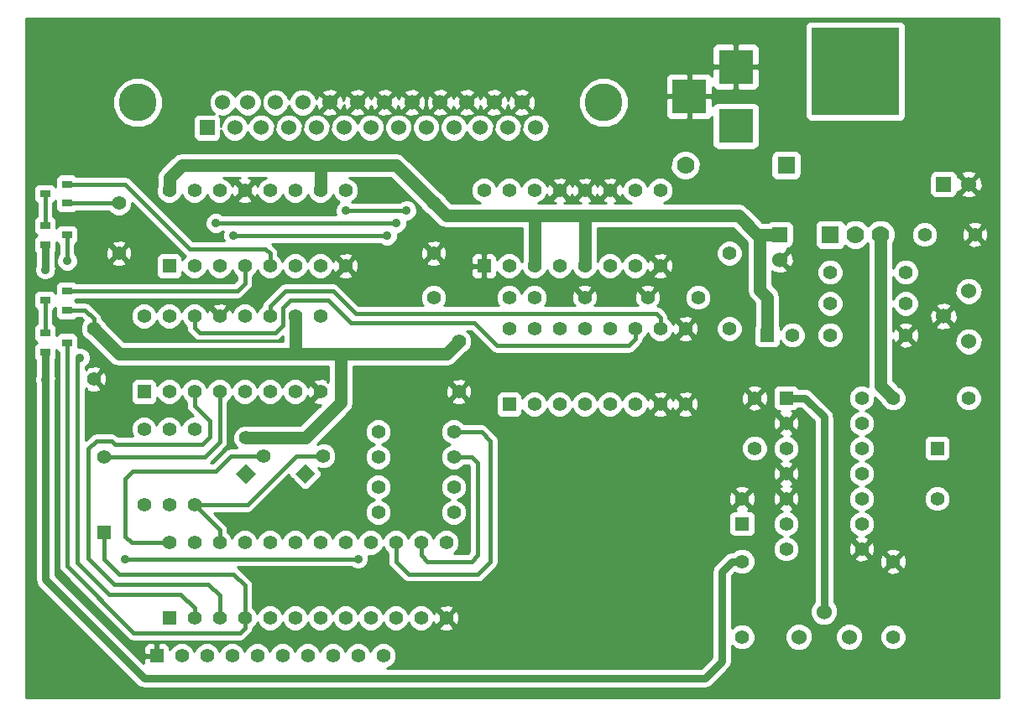
<source format=gtl>
G04 (created by PCBNEW (2013-07-07 BZR 4022)-stable) date 07/04/2015 00:57:36*
%MOIN*%
G04 Gerber Fmt 3.4, Leading zero omitted, Abs format*
%FSLAX34Y34*%
G01*
G70*
G90*
G04 APERTURE LIST*
%ADD10C,0.00590551*%
%ADD11R,0.055X0.055*%
%ADD12C,0.055*%
%ADD13R,0.07X0.07*%
%ADD14C,0.07*%
%ADD15R,0.35X0.35*%
%ADD16R,0.0394X0.0315*%
%ADD17C,0.06*%
%ADD18C,0.15*%
%ADD19R,0.06X0.06*%
%ADD20R,0.1378X0.1378*%
%ADD21C,0.035*%
%ADD22C,0.015*%
%ADD23C,0.03*%
%ADD24C,0.05*%
%ADD25C,0.01*%
G04 APERTURE END LIST*
G54D10*
G54D11*
X96000Y-61750D03*
G54D12*
X96000Y-63750D03*
G54D13*
X91750Y-53250D03*
G54D14*
X93750Y-53250D03*
X92750Y-53250D03*
G54D15*
X92750Y-46750D03*
G54D16*
X61433Y-53275D03*
X60567Y-53650D03*
X60567Y-52900D03*
X61433Y-57550D03*
X60567Y-57925D03*
X60567Y-57175D03*
X60567Y-55875D03*
X61433Y-55500D03*
X61433Y-56250D03*
X60567Y-51625D03*
X61433Y-51250D03*
X61433Y-52000D03*
G54D17*
X97250Y-57500D03*
X96250Y-56500D03*
X97250Y-55500D03*
X90500Y-69250D03*
X91500Y-68250D03*
X92500Y-69250D03*
G54D12*
X64500Y-61000D03*
X64500Y-64000D03*
X73800Y-61100D03*
X76800Y-61100D03*
X73800Y-62100D03*
X76800Y-62100D03*
X65500Y-61000D03*
X65500Y-64000D03*
X87750Y-54000D03*
X87750Y-57000D03*
X66500Y-61000D03*
X66500Y-64000D03*
X73800Y-64300D03*
X76800Y-64300D03*
X73800Y-63300D03*
X76800Y-63300D03*
X94750Y-56000D03*
X91750Y-56000D03*
X91750Y-54750D03*
X94750Y-54750D03*
X94250Y-69250D03*
X94250Y-66250D03*
X88250Y-66250D03*
X88250Y-69250D03*
X91750Y-57250D03*
X94750Y-57250D03*
X76000Y-55750D03*
X79000Y-55750D03*
X94250Y-59750D03*
X97250Y-59750D03*
G54D11*
X89250Y-57250D03*
G54D12*
X90250Y-57250D03*
G54D11*
X65500Y-68500D03*
G54D12*
X66500Y-68500D03*
X67500Y-68500D03*
X68500Y-68500D03*
X69500Y-68500D03*
X70500Y-68500D03*
X71500Y-68500D03*
X72500Y-68500D03*
X73500Y-68500D03*
X74500Y-68500D03*
X75500Y-68500D03*
X76500Y-68500D03*
X76500Y-65500D03*
X75500Y-65500D03*
X74500Y-65500D03*
X73500Y-65500D03*
X72500Y-65500D03*
X71500Y-65500D03*
X70500Y-65500D03*
X69500Y-65500D03*
X68500Y-65500D03*
X67500Y-65500D03*
X66500Y-65500D03*
X65500Y-65500D03*
G54D11*
X79000Y-60000D03*
G54D12*
X80000Y-60000D03*
X81000Y-60000D03*
X82000Y-60000D03*
X83000Y-60000D03*
X84000Y-60000D03*
X85000Y-60000D03*
X86000Y-60000D03*
X86000Y-57000D03*
X85000Y-57000D03*
X84000Y-57000D03*
X83000Y-57000D03*
X82000Y-57000D03*
X81000Y-57000D03*
X80000Y-57000D03*
X79000Y-57000D03*
G54D11*
X65500Y-54500D03*
G54D12*
X66500Y-54500D03*
X67500Y-54500D03*
X68500Y-54500D03*
X69500Y-54500D03*
X70500Y-54500D03*
X71500Y-54500D03*
X72500Y-54500D03*
X72500Y-51500D03*
X71500Y-51500D03*
X70500Y-51500D03*
X69500Y-51500D03*
X68500Y-51500D03*
X67500Y-51500D03*
X66500Y-51500D03*
X65500Y-51500D03*
G54D11*
X64500Y-59500D03*
G54D12*
X65500Y-59500D03*
X66500Y-59500D03*
X67500Y-59500D03*
X68500Y-59500D03*
X69500Y-59500D03*
X70500Y-59500D03*
X71500Y-59500D03*
X71500Y-56500D03*
X70500Y-56500D03*
X69500Y-56500D03*
X68500Y-56500D03*
X67500Y-56500D03*
X66500Y-56500D03*
X65500Y-56500D03*
X64500Y-56500D03*
G54D11*
X78000Y-54500D03*
G54D12*
X79000Y-54500D03*
X80000Y-54500D03*
X81000Y-54500D03*
X82000Y-54500D03*
X83000Y-54500D03*
X84000Y-54500D03*
X85000Y-54500D03*
X85000Y-51500D03*
X84000Y-51500D03*
X83000Y-51500D03*
X82000Y-51500D03*
X81000Y-51500D03*
X80000Y-51500D03*
X79000Y-51500D03*
X78000Y-51500D03*
G54D11*
X90000Y-59750D03*
G54D12*
X90000Y-60750D03*
X90000Y-61750D03*
X90000Y-62750D03*
X90000Y-63750D03*
X90000Y-64750D03*
X90000Y-65750D03*
X93000Y-65750D03*
X93000Y-64750D03*
X93000Y-63750D03*
X93000Y-62750D03*
X93000Y-61750D03*
X93000Y-60750D03*
X93000Y-59750D03*
G54D18*
X82750Y-48000D03*
X64250Y-48000D03*
G54D19*
X67000Y-49000D03*
G54D17*
X68100Y-49000D03*
X69150Y-49000D03*
X70250Y-49000D03*
X71350Y-49000D03*
X72450Y-49000D03*
X73500Y-49000D03*
X74600Y-49000D03*
X75700Y-49000D03*
X76800Y-49000D03*
X77850Y-49000D03*
X78950Y-49000D03*
X80050Y-49000D03*
X67620Y-48000D03*
X68620Y-48000D03*
X69720Y-48000D03*
X70800Y-48000D03*
X71880Y-48000D03*
X72980Y-48000D03*
X74060Y-48000D03*
X75140Y-48000D03*
X76260Y-48000D03*
X77320Y-48000D03*
X78400Y-48000D03*
X79500Y-48000D03*
G54D11*
X62900Y-65100D03*
G54D12*
X62900Y-62100D03*
X88750Y-61750D03*
X88750Y-59750D03*
X95500Y-53250D03*
X97500Y-53250D03*
X82000Y-55750D03*
X80000Y-55750D03*
X86500Y-55750D03*
X84500Y-55750D03*
X77000Y-57500D03*
X77000Y-59500D03*
X76000Y-52000D03*
X76000Y-54000D03*
X63500Y-52000D03*
X63500Y-54000D03*
X62500Y-57000D03*
X62500Y-59000D03*
G54D19*
X89750Y-53250D03*
G54D17*
X89750Y-54250D03*
G54D19*
X96250Y-51250D03*
G54D17*
X97250Y-51250D03*
G54D11*
X88250Y-64750D03*
G54D12*
X88250Y-63750D03*
G54D11*
X65000Y-70000D03*
G54D12*
X66000Y-70000D03*
X67000Y-70000D03*
X68000Y-70000D03*
X69000Y-70000D03*
X70000Y-70000D03*
X71000Y-70000D03*
X72000Y-70000D03*
X73000Y-70000D03*
X74000Y-70000D03*
G54D14*
X86000Y-50500D03*
G54D13*
X90000Y-50500D03*
G54D20*
X88000Y-48941D03*
X88000Y-46579D03*
X86150Y-47760D03*
G54D10*
G36*
X70900Y-62368D02*
X71288Y-62757D01*
X70900Y-63146D01*
X70511Y-62757D01*
X70900Y-62368D01*
X70900Y-62368D01*
G37*
G54D12*
X71607Y-62050D03*
X70900Y-61342D03*
G54D10*
G36*
X68550Y-62368D02*
X68938Y-62757D01*
X68550Y-63146D01*
X68161Y-62757D01*
X68550Y-62368D01*
X68550Y-62368D01*
G37*
G54D12*
X69257Y-62050D03*
X68550Y-61342D03*
G54D21*
X61450Y-54300D03*
X61950Y-58150D03*
X63750Y-66150D03*
X73000Y-66150D03*
X74525Y-52800D03*
X67350Y-52800D03*
X74150Y-53300D03*
X68050Y-53300D03*
X72500Y-52300D03*
X74925Y-52300D03*
X60575Y-59025D03*
X60575Y-54650D03*
G54D22*
X61433Y-54283D02*
X61450Y-54300D01*
X61433Y-53275D02*
X61433Y-54283D01*
X66500Y-68100D02*
X66500Y-68500D01*
X65950Y-67550D02*
X66500Y-68100D01*
X63100Y-67550D02*
X65950Y-67550D01*
X61850Y-66300D02*
X63100Y-67550D01*
X61850Y-58250D02*
X61850Y-66300D01*
X61950Y-58150D02*
X61850Y-58250D01*
X61433Y-57550D02*
X61433Y-66443D01*
X68500Y-68900D02*
X68500Y-68500D01*
X68300Y-69100D02*
X68500Y-68900D01*
X64090Y-69100D02*
X68300Y-69100D01*
X61433Y-66443D02*
X64090Y-69100D01*
X62900Y-65100D02*
X62900Y-66150D01*
X62900Y-66150D02*
X63500Y-66750D01*
X63500Y-66750D02*
X68050Y-66750D01*
X68050Y-66750D02*
X68500Y-67200D01*
X68500Y-67200D02*
X68500Y-68500D01*
X60567Y-51625D02*
X60567Y-52900D01*
X63750Y-66150D02*
X73000Y-66150D01*
X74500Y-65500D02*
X74500Y-66250D01*
X77900Y-61100D02*
X76800Y-61100D01*
X78250Y-61450D02*
X77900Y-61100D01*
X78250Y-66250D02*
X78250Y-61450D01*
X77750Y-66750D02*
X78250Y-66250D01*
X75000Y-66750D02*
X77750Y-66750D01*
X74500Y-66250D02*
X75000Y-66750D01*
X75500Y-65500D02*
X75500Y-66000D01*
X77522Y-62100D02*
X76800Y-62100D01*
X77748Y-62322D02*
X77522Y-62100D01*
X77750Y-66000D02*
X77748Y-62322D01*
X77500Y-66250D02*
X77750Y-66000D01*
X75750Y-66250D02*
X77500Y-66250D01*
X75500Y-66000D02*
X75750Y-66250D01*
X66500Y-59500D02*
X66500Y-60050D01*
X66500Y-60050D02*
X67100Y-60650D01*
X67100Y-60650D02*
X67100Y-61300D01*
X67100Y-61300D02*
X66800Y-61600D01*
X66800Y-61600D02*
X63350Y-61600D01*
X63350Y-61600D02*
X63200Y-61450D01*
X63200Y-61450D02*
X62600Y-61450D01*
X62600Y-61450D02*
X62275Y-61775D01*
X62275Y-61775D02*
X62275Y-66125D01*
X62275Y-66125D02*
X63300Y-67150D01*
X63300Y-67150D02*
X67050Y-67150D01*
X67050Y-67150D02*
X67500Y-67600D01*
X67500Y-67600D02*
X67500Y-68500D01*
X61433Y-55500D02*
X68200Y-55500D01*
X68500Y-55200D02*
X68500Y-54500D01*
X68200Y-55500D02*
X68500Y-55200D01*
X61433Y-51250D02*
X63750Y-51250D01*
X63750Y-51250D02*
X66325Y-53825D01*
X66325Y-53825D02*
X69325Y-53825D01*
X69325Y-53825D02*
X69500Y-54000D01*
X69500Y-54000D02*
X69500Y-54500D01*
X66500Y-64000D02*
X68600Y-64000D01*
X70550Y-62050D02*
X71607Y-62050D01*
X68600Y-64000D02*
X70550Y-62050D01*
X66500Y-64000D02*
X67500Y-65000D01*
X67500Y-65000D02*
X67500Y-65500D01*
X67350Y-52800D02*
X74525Y-52800D01*
X68050Y-53300D02*
X74150Y-53300D01*
X65500Y-65500D02*
X64000Y-65500D01*
X67950Y-62050D02*
X69257Y-62050D01*
X67350Y-62650D02*
X67950Y-62050D01*
X64050Y-62650D02*
X67350Y-62650D01*
X63750Y-62950D02*
X64050Y-62650D01*
X63750Y-65250D02*
X63750Y-62950D01*
X64000Y-65500D02*
X63750Y-65250D01*
G54D23*
X91500Y-68250D02*
X91500Y-60500D01*
X91500Y-60500D02*
X90750Y-59750D01*
X90750Y-59750D02*
X90000Y-59750D01*
G54D24*
X93750Y-53250D02*
X93750Y-59250D01*
X93750Y-59250D02*
X94250Y-59750D01*
G54D22*
X85000Y-57000D02*
X85000Y-56550D01*
X85000Y-56550D02*
X84850Y-56400D01*
X84850Y-56400D02*
X72900Y-56400D01*
X72900Y-56400D02*
X72000Y-55500D01*
X72000Y-55500D02*
X70100Y-55500D01*
X70100Y-55500D02*
X69500Y-56100D01*
X69500Y-56100D02*
X69500Y-56500D01*
X74925Y-52300D02*
X72500Y-52300D01*
X60567Y-55875D02*
X60567Y-57175D01*
X84000Y-57000D02*
X84000Y-57400D01*
X66500Y-56950D02*
X66500Y-56500D01*
X66700Y-57150D02*
X66500Y-56950D01*
X69700Y-57150D02*
X66700Y-57150D01*
X70000Y-56850D02*
X69700Y-57150D01*
X70000Y-56150D02*
X70000Y-56850D01*
X70300Y-55850D02*
X70000Y-56150D01*
X71800Y-55850D02*
X70300Y-55850D01*
X72710Y-56760D02*
X71800Y-55850D01*
X77610Y-56760D02*
X72710Y-56760D01*
X78505Y-57655D02*
X77610Y-56760D01*
X83745Y-57655D02*
X78505Y-57655D01*
X84000Y-57400D02*
X83745Y-57655D01*
X67500Y-59500D02*
X67500Y-61500D01*
X67500Y-61500D02*
X66900Y-62100D01*
X66900Y-62100D02*
X62900Y-62100D01*
G54D24*
X89250Y-57250D02*
X89250Y-55750D01*
X88950Y-55450D02*
X88950Y-53250D01*
X89250Y-55750D02*
X88950Y-55450D01*
X68550Y-61342D02*
X70900Y-61342D01*
X70900Y-61342D02*
X72320Y-59922D01*
X72320Y-59922D02*
X72320Y-58000D01*
X72330Y-58000D02*
X72320Y-58000D01*
X74100Y-58000D02*
X74000Y-58000D01*
X76500Y-58000D02*
X74000Y-58000D01*
X74000Y-58000D02*
X72320Y-58000D01*
X72320Y-58000D02*
X70500Y-58000D01*
G54D22*
X61433Y-56250D02*
X62150Y-56250D01*
X62500Y-56600D02*
X62500Y-57000D01*
X62150Y-56250D02*
X62500Y-56600D01*
X61433Y-52000D02*
X63500Y-52000D01*
G54D24*
X71500Y-51500D02*
X71500Y-50500D01*
X76000Y-52000D02*
X74500Y-50500D01*
X65500Y-51000D02*
X65500Y-51500D01*
X66000Y-50500D02*
X65500Y-51000D01*
X74500Y-50500D02*
X71500Y-50500D01*
X71500Y-50500D02*
X66000Y-50500D01*
X82000Y-52500D02*
X88100Y-52500D01*
X88850Y-53250D02*
X88950Y-53250D01*
X88950Y-53250D02*
X89750Y-53250D01*
X88100Y-52500D02*
X88850Y-53250D01*
X70500Y-56500D02*
X70500Y-58000D01*
X77000Y-57500D02*
X76500Y-58000D01*
X63500Y-58000D02*
X62500Y-57000D01*
X70500Y-58000D02*
X63500Y-58000D01*
X80000Y-54500D02*
X80000Y-52500D01*
X82000Y-54500D02*
X82000Y-52500D01*
X76000Y-52000D02*
X76500Y-52500D01*
X76500Y-52500D02*
X80000Y-52500D01*
X80000Y-52500D02*
X82000Y-52500D01*
G54D23*
X60567Y-57925D02*
X60567Y-59017D01*
X60567Y-59017D02*
X60575Y-59025D01*
X60567Y-53650D02*
X60567Y-54642D01*
X87850Y-66250D02*
X88250Y-66250D01*
X87450Y-66650D02*
X87850Y-66250D01*
X87450Y-70225D02*
X87450Y-66650D01*
X86775Y-70900D02*
X87450Y-70225D01*
X64500Y-70900D02*
X86775Y-70900D01*
X60575Y-66975D02*
X64500Y-70900D01*
X60575Y-59025D02*
X60575Y-66975D01*
X60567Y-54642D02*
X60575Y-54650D01*
G54D10*
G36*
X71820Y-59109D02*
X71797Y-59132D01*
X71772Y-59039D01*
X71575Y-58970D01*
X71367Y-58981D01*
X71227Y-59039D01*
X71202Y-59132D01*
X71500Y-59429D01*
X71505Y-59423D01*
X71576Y-59494D01*
X71570Y-59500D01*
X71576Y-59505D01*
X71505Y-59576D01*
X71500Y-59570D01*
X71202Y-59867D01*
X71227Y-59960D01*
X71424Y-60029D01*
X71510Y-60025D01*
X70692Y-60842D01*
X68714Y-60842D01*
X68654Y-60817D01*
X68446Y-60817D01*
X68253Y-60897D01*
X68105Y-61045D01*
X68025Y-61238D01*
X68024Y-61446D01*
X68104Y-61639D01*
X68189Y-61725D01*
X67950Y-61725D01*
X67825Y-61749D01*
X67720Y-61820D01*
X67720Y-61820D01*
X67215Y-62325D01*
X67134Y-62325D01*
X67729Y-61729D01*
X67729Y-61729D01*
X67729Y-61729D01*
X67800Y-61624D01*
X67800Y-61624D01*
X67825Y-61500D01*
X67825Y-59917D01*
X67944Y-59797D01*
X68000Y-59664D01*
X68054Y-59797D01*
X68202Y-59944D01*
X68395Y-60024D01*
X68603Y-60025D01*
X68797Y-59945D01*
X68944Y-59797D01*
X69000Y-59664D01*
X69054Y-59797D01*
X69202Y-59944D01*
X69395Y-60024D01*
X69603Y-60025D01*
X69797Y-59945D01*
X69944Y-59797D01*
X70000Y-59664D01*
X70054Y-59797D01*
X70202Y-59944D01*
X70395Y-60024D01*
X70603Y-60025D01*
X70797Y-59945D01*
X70944Y-59797D01*
X70997Y-59671D01*
X71039Y-59772D01*
X71132Y-59797D01*
X71429Y-59500D01*
X71132Y-59202D01*
X71039Y-59227D01*
X71000Y-59337D01*
X70945Y-59203D01*
X70797Y-59055D01*
X70604Y-58975D01*
X70396Y-58974D01*
X70203Y-59054D01*
X70055Y-59202D01*
X69999Y-59335D01*
X69945Y-59203D01*
X69797Y-59055D01*
X69604Y-58975D01*
X69396Y-58974D01*
X69203Y-59054D01*
X69055Y-59202D01*
X68999Y-59335D01*
X68945Y-59203D01*
X68797Y-59055D01*
X68604Y-58975D01*
X68396Y-58974D01*
X68203Y-59054D01*
X68055Y-59202D01*
X67999Y-59335D01*
X67945Y-59203D01*
X67797Y-59055D01*
X67604Y-58975D01*
X67396Y-58974D01*
X67203Y-59054D01*
X67055Y-59202D01*
X66999Y-59335D01*
X66945Y-59203D01*
X66797Y-59055D01*
X66604Y-58975D01*
X66396Y-58974D01*
X66203Y-59054D01*
X66055Y-59202D01*
X65999Y-59335D01*
X65945Y-59203D01*
X65797Y-59055D01*
X65604Y-58975D01*
X65396Y-58974D01*
X65203Y-59054D01*
X65055Y-59202D01*
X65025Y-59274D01*
X65025Y-59175D01*
X64987Y-59083D01*
X64916Y-59013D01*
X64824Y-58975D01*
X64725Y-58974D01*
X64175Y-58974D01*
X64083Y-59012D01*
X64013Y-59083D01*
X63975Y-59175D01*
X63974Y-59274D01*
X63974Y-59824D01*
X64012Y-59916D01*
X64083Y-59986D01*
X64175Y-60024D01*
X64274Y-60025D01*
X64824Y-60025D01*
X64916Y-59987D01*
X64986Y-59916D01*
X65024Y-59824D01*
X65025Y-59725D01*
X65025Y-59725D01*
X65054Y-59797D01*
X65202Y-59944D01*
X65395Y-60024D01*
X65603Y-60025D01*
X65797Y-59945D01*
X65944Y-59797D01*
X66000Y-59664D01*
X66054Y-59797D01*
X66175Y-59917D01*
X66175Y-60050D01*
X66199Y-60174D01*
X66270Y-60279D01*
X66465Y-60474D01*
X66396Y-60474D01*
X66203Y-60554D01*
X66055Y-60702D01*
X65999Y-60835D01*
X65945Y-60703D01*
X65797Y-60555D01*
X65604Y-60475D01*
X65396Y-60474D01*
X65203Y-60554D01*
X65055Y-60702D01*
X64999Y-60835D01*
X64945Y-60703D01*
X64797Y-60555D01*
X64604Y-60475D01*
X64396Y-60474D01*
X64203Y-60554D01*
X64055Y-60702D01*
X63975Y-60895D01*
X63974Y-61103D01*
X64045Y-61275D01*
X63484Y-61275D01*
X63429Y-61220D01*
X63324Y-61149D01*
X63200Y-61125D01*
X63029Y-61125D01*
X63029Y-59075D01*
X63018Y-58867D01*
X62960Y-58727D01*
X62867Y-58702D01*
X62797Y-58773D01*
X62570Y-59000D01*
X62867Y-59297D01*
X62960Y-59272D01*
X63029Y-59075D01*
X63029Y-61125D01*
X62797Y-61125D01*
X62600Y-61125D01*
X62475Y-61149D01*
X62433Y-61177D01*
X62370Y-61220D01*
X62370Y-61220D01*
X62175Y-61415D01*
X62175Y-59395D01*
X62202Y-59367D01*
X62227Y-59460D01*
X62424Y-59529D01*
X62632Y-59518D01*
X62772Y-59460D01*
X62797Y-59367D01*
X62500Y-59070D01*
X62494Y-59076D01*
X62423Y-59005D01*
X62429Y-59000D01*
X62423Y-58994D01*
X62494Y-58923D01*
X62500Y-58929D01*
X62797Y-58632D01*
X62772Y-58539D01*
X62575Y-58470D01*
X62367Y-58481D01*
X62227Y-58539D01*
X62202Y-58632D01*
X62175Y-58604D01*
X62175Y-58516D01*
X62190Y-58510D01*
X62310Y-58391D01*
X62374Y-58234D01*
X62375Y-58065D01*
X62310Y-57909D01*
X62191Y-57789D01*
X62034Y-57725D01*
X61879Y-57724D01*
X61880Y-57657D01*
X61880Y-57342D01*
X61842Y-57251D01*
X61771Y-57180D01*
X61679Y-57142D01*
X61580Y-57142D01*
X61186Y-57142D01*
X61094Y-57180D01*
X61024Y-57250D01*
X61014Y-57275D01*
X61014Y-56967D01*
X60976Y-56876D01*
X60905Y-56805D01*
X60892Y-56799D01*
X60892Y-56250D01*
X60905Y-56244D01*
X60975Y-56174D01*
X60985Y-56149D01*
X60985Y-56457D01*
X61023Y-56548D01*
X61094Y-56619D01*
X61186Y-56657D01*
X61285Y-56657D01*
X61679Y-56657D01*
X61771Y-56619D01*
X61816Y-56575D01*
X62015Y-56575D01*
X62098Y-56658D01*
X62055Y-56702D01*
X61975Y-56895D01*
X61974Y-57103D01*
X62054Y-57297D01*
X62202Y-57444D01*
X62262Y-57470D01*
X63146Y-58353D01*
X63146Y-58353D01*
X63308Y-58461D01*
X63500Y-58500D01*
X70500Y-58500D01*
X71820Y-58500D01*
X71820Y-59109D01*
X71820Y-59109D01*
G37*
G54D25*
X71820Y-59109D02*
X71797Y-59132D01*
X71772Y-59039D01*
X71575Y-58970D01*
X71367Y-58981D01*
X71227Y-59039D01*
X71202Y-59132D01*
X71500Y-59429D01*
X71505Y-59423D01*
X71576Y-59494D01*
X71570Y-59500D01*
X71576Y-59505D01*
X71505Y-59576D01*
X71500Y-59570D01*
X71202Y-59867D01*
X71227Y-59960D01*
X71424Y-60029D01*
X71510Y-60025D01*
X70692Y-60842D01*
X68714Y-60842D01*
X68654Y-60817D01*
X68446Y-60817D01*
X68253Y-60897D01*
X68105Y-61045D01*
X68025Y-61238D01*
X68024Y-61446D01*
X68104Y-61639D01*
X68189Y-61725D01*
X67950Y-61725D01*
X67825Y-61749D01*
X67720Y-61820D01*
X67720Y-61820D01*
X67215Y-62325D01*
X67134Y-62325D01*
X67729Y-61729D01*
X67729Y-61729D01*
X67729Y-61729D01*
X67800Y-61624D01*
X67800Y-61624D01*
X67825Y-61500D01*
X67825Y-59917D01*
X67944Y-59797D01*
X68000Y-59664D01*
X68054Y-59797D01*
X68202Y-59944D01*
X68395Y-60024D01*
X68603Y-60025D01*
X68797Y-59945D01*
X68944Y-59797D01*
X69000Y-59664D01*
X69054Y-59797D01*
X69202Y-59944D01*
X69395Y-60024D01*
X69603Y-60025D01*
X69797Y-59945D01*
X69944Y-59797D01*
X70000Y-59664D01*
X70054Y-59797D01*
X70202Y-59944D01*
X70395Y-60024D01*
X70603Y-60025D01*
X70797Y-59945D01*
X70944Y-59797D01*
X70997Y-59671D01*
X71039Y-59772D01*
X71132Y-59797D01*
X71429Y-59500D01*
X71132Y-59202D01*
X71039Y-59227D01*
X71000Y-59337D01*
X70945Y-59203D01*
X70797Y-59055D01*
X70604Y-58975D01*
X70396Y-58974D01*
X70203Y-59054D01*
X70055Y-59202D01*
X69999Y-59335D01*
X69945Y-59203D01*
X69797Y-59055D01*
X69604Y-58975D01*
X69396Y-58974D01*
X69203Y-59054D01*
X69055Y-59202D01*
X68999Y-59335D01*
X68945Y-59203D01*
X68797Y-59055D01*
X68604Y-58975D01*
X68396Y-58974D01*
X68203Y-59054D01*
X68055Y-59202D01*
X67999Y-59335D01*
X67945Y-59203D01*
X67797Y-59055D01*
X67604Y-58975D01*
X67396Y-58974D01*
X67203Y-59054D01*
X67055Y-59202D01*
X66999Y-59335D01*
X66945Y-59203D01*
X66797Y-59055D01*
X66604Y-58975D01*
X66396Y-58974D01*
X66203Y-59054D01*
X66055Y-59202D01*
X65999Y-59335D01*
X65945Y-59203D01*
X65797Y-59055D01*
X65604Y-58975D01*
X65396Y-58974D01*
X65203Y-59054D01*
X65055Y-59202D01*
X65025Y-59274D01*
X65025Y-59175D01*
X64987Y-59083D01*
X64916Y-59013D01*
X64824Y-58975D01*
X64725Y-58974D01*
X64175Y-58974D01*
X64083Y-59012D01*
X64013Y-59083D01*
X63975Y-59175D01*
X63974Y-59274D01*
X63974Y-59824D01*
X64012Y-59916D01*
X64083Y-59986D01*
X64175Y-60024D01*
X64274Y-60025D01*
X64824Y-60025D01*
X64916Y-59987D01*
X64986Y-59916D01*
X65024Y-59824D01*
X65025Y-59725D01*
X65025Y-59725D01*
X65054Y-59797D01*
X65202Y-59944D01*
X65395Y-60024D01*
X65603Y-60025D01*
X65797Y-59945D01*
X65944Y-59797D01*
X66000Y-59664D01*
X66054Y-59797D01*
X66175Y-59917D01*
X66175Y-60050D01*
X66199Y-60174D01*
X66270Y-60279D01*
X66465Y-60474D01*
X66396Y-60474D01*
X66203Y-60554D01*
X66055Y-60702D01*
X65999Y-60835D01*
X65945Y-60703D01*
X65797Y-60555D01*
X65604Y-60475D01*
X65396Y-60474D01*
X65203Y-60554D01*
X65055Y-60702D01*
X64999Y-60835D01*
X64945Y-60703D01*
X64797Y-60555D01*
X64604Y-60475D01*
X64396Y-60474D01*
X64203Y-60554D01*
X64055Y-60702D01*
X63975Y-60895D01*
X63974Y-61103D01*
X64045Y-61275D01*
X63484Y-61275D01*
X63429Y-61220D01*
X63324Y-61149D01*
X63200Y-61125D01*
X63029Y-61125D01*
X63029Y-59075D01*
X63018Y-58867D01*
X62960Y-58727D01*
X62867Y-58702D01*
X62797Y-58773D01*
X62570Y-59000D01*
X62867Y-59297D01*
X62960Y-59272D01*
X63029Y-59075D01*
X63029Y-61125D01*
X62797Y-61125D01*
X62600Y-61125D01*
X62475Y-61149D01*
X62433Y-61177D01*
X62370Y-61220D01*
X62370Y-61220D01*
X62175Y-61415D01*
X62175Y-59395D01*
X62202Y-59367D01*
X62227Y-59460D01*
X62424Y-59529D01*
X62632Y-59518D01*
X62772Y-59460D01*
X62797Y-59367D01*
X62500Y-59070D01*
X62494Y-59076D01*
X62423Y-59005D01*
X62429Y-59000D01*
X62423Y-58994D01*
X62494Y-58923D01*
X62500Y-58929D01*
X62797Y-58632D01*
X62772Y-58539D01*
X62575Y-58470D01*
X62367Y-58481D01*
X62227Y-58539D01*
X62202Y-58632D01*
X62175Y-58604D01*
X62175Y-58516D01*
X62190Y-58510D01*
X62310Y-58391D01*
X62374Y-58234D01*
X62375Y-58065D01*
X62310Y-57909D01*
X62191Y-57789D01*
X62034Y-57725D01*
X61879Y-57724D01*
X61880Y-57657D01*
X61880Y-57342D01*
X61842Y-57251D01*
X61771Y-57180D01*
X61679Y-57142D01*
X61580Y-57142D01*
X61186Y-57142D01*
X61094Y-57180D01*
X61024Y-57250D01*
X61014Y-57275D01*
X61014Y-56967D01*
X60976Y-56876D01*
X60905Y-56805D01*
X60892Y-56799D01*
X60892Y-56250D01*
X60905Y-56244D01*
X60975Y-56174D01*
X60985Y-56149D01*
X60985Y-56457D01*
X61023Y-56548D01*
X61094Y-56619D01*
X61186Y-56657D01*
X61285Y-56657D01*
X61679Y-56657D01*
X61771Y-56619D01*
X61816Y-56575D01*
X62015Y-56575D01*
X62098Y-56658D01*
X62055Y-56702D01*
X61975Y-56895D01*
X61974Y-57103D01*
X62054Y-57297D01*
X62202Y-57444D01*
X62262Y-57470D01*
X63146Y-58353D01*
X63146Y-58353D01*
X63308Y-58461D01*
X63500Y-58500D01*
X70500Y-58500D01*
X71820Y-58500D01*
X71820Y-59109D01*
G54D10*
G36*
X80076Y-57005D02*
X80005Y-57076D01*
X80000Y-57070D01*
X79994Y-57076D01*
X79923Y-57005D01*
X79929Y-57000D01*
X79923Y-56994D01*
X79994Y-56923D01*
X80000Y-56929D01*
X80005Y-56923D01*
X80076Y-56994D01*
X80070Y-57000D01*
X80076Y-57005D01*
X80076Y-57005D01*
G37*
G54D25*
X80076Y-57005D02*
X80005Y-57076D01*
X80000Y-57070D01*
X79994Y-57076D01*
X79923Y-57005D01*
X79929Y-57000D01*
X79923Y-56994D01*
X79994Y-56923D01*
X80000Y-56929D01*
X80005Y-56923D01*
X80076Y-56994D01*
X80070Y-57000D01*
X80076Y-57005D01*
G54D10*
G36*
X81076Y-57005D02*
X81005Y-57076D01*
X81000Y-57070D01*
X80994Y-57076D01*
X80923Y-57005D01*
X80929Y-57000D01*
X80923Y-56994D01*
X80994Y-56923D01*
X81000Y-56929D01*
X81005Y-56923D01*
X81076Y-56994D01*
X81070Y-57000D01*
X81076Y-57005D01*
X81076Y-57005D01*
G37*
G54D25*
X81076Y-57005D02*
X81005Y-57076D01*
X81000Y-57070D01*
X80994Y-57076D01*
X80923Y-57005D01*
X80929Y-57000D01*
X80923Y-56994D01*
X80994Y-56923D01*
X81000Y-56929D01*
X81005Y-56923D01*
X81076Y-56994D01*
X81070Y-57000D01*
X81076Y-57005D01*
G54D10*
G36*
X82076Y-57005D02*
X82005Y-57076D01*
X82000Y-57070D01*
X81994Y-57076D01*
X81923Y-57005D01*
X81929Y-57000D01*
X81923Y-56994D01*
X81994Y-56923D01*
X82000Y-56929D01*
X82005Y-56923D01*
X82076Y-56994D01*
X82070Y-57000D01*
X82076Y-57005D01*
X82076Y-57005D01*
G37*
G54D25*
X82076Y-57005D02*
X82005Y-57076D01*
X82000Y-57070D01*
X81994Y-57076D01*
X81923Y-57005D01*
X81929Y-57000D01*
X81923Y-56994D01*
X81994Y-56923D01*
X82000Y-56929D01*
X82005Y-56923D01*
X82076Y-56994D01*
X82070Y-57000D01*
X82076Y-57005D01*
G54D10*
G36*
X83076Y-57005D02*
X83005Y-57076D01*
X83000Y-57070D01*
X82994Y-57076D01*
X82923Y-57005D01*
X82929Y-57000D01*
X82923Y-56994D01*
X82994Y-56923D01*
X83000Y-56929D01*
X83005Y-56923D01*
X83076Y-56994D01*
X83070Y-57000D01*
X83076Y-57005D01*
X83076Y-57005D01*
G37*
G54D25*
X83076Y-57005D02*
X83005Y-57076D01*
X83000Y-57070D01*
X82994Y-57076D01*
X82923Y-57005D01*
X82929Y-57000D01*
X82923Y-56994D01*
X82994Y-56923D01*
X83000Y-56929D01*
X83005Y-56923D01*
X83076Y-56994D01*
X83070Y-57000D01*
X83076Y-57005D01*
G54D10*
G36*
X98435Y-71667D02*
X98029Y-71667D01*
X98029Y-53325D01*
X98018Y-53117D01*
X97960Y-52977D01*
X97867Y-52952D01*
X97804Y-53015D01*
X97804Y-51331D01*
X97793Y-51113D01*
X97731Y-50962D01*
X97635Y-50934D01*
X97565Y-51005D01*
X97565Y-50864D01*
X97537Y-50768D01*
X97331Y-50695D01*
X97113Y-50706D01*
X96962Y-50768D01*
X96934Y-50864D01*
X97250Y-51179D01*
X97565Y-50864D01*
X97565Y-51005D01*
X97320Y-51250D01*
X97635Y-51565D01*
X97731Y-51537D01*
X97804Y-51331D01*
X97804Y-53015D01*
X97797Y-53023D01*
X97797Y-52882D01*
X97772Y-52789D01*
X97575Y-52720D01*
X97565Y-52720D01*
X97565Y-51635D01*
X97250Y-51320D01*
X97179Y-51391D01*
X97179Y-51250D01*
X96864Y-50934D01*
X96800Y-50953D01*
X96800Y-50900D01*
X96762Y-50808D01*
X96691Y-50738D01*
X96599Y-50700D01*
X96500Y-50699D01*
X95900Y-50699D01*
X95808Y-50737D01*
X95738Y-50808D01*
X95700Y-50900D01*
X95699Y-50999D01*
X95699Y-51599D01*
X95737Y-51691D01*
X95808Y-51761D01*
X95900Y-51799D01*
X95999Y-51800D01*
X96599Y-51800D01*
X96691Y-51762D01*
X96761Y-51691D01*
X96799Y-51599D01*
X96800Y-51546D01*
X96864Y-51565D01*
X97179Y-51250D01*
X97179Y-51391D01*
X96934Y-51635D01*
X96962Y-51731D01*
X97168Y-51804D01*
X97386Y-51793D01*
X97537Y-51731D01*
X97565Y-51635D01*
X97565Y-52720D01*
X97367Y-52731D01*
X97227Y-52789D01*
X97202Y-52882D01*
X97500Y-53179D01*
X97797Y-52882D01*
X97797Y-53023D01*
X97570Y-53250D01*
X97867Y-53547D01*
X97960Y-53522D01*
X98029Y-53325D01*
X98029Y-71667D01*
X97800Y-71667D01*
X97800Y-57391D01*
X97800Y-55391D01*
X97797Y-55383D01*
X97797Y-53617D01*
X97500Y-53320D01*
X97429Y-53391D01*
X97429Y-53250D01*
X97132Y-52952D01*
X97039Y-52977D01*
X96970Y-53174D01*
X96981Y-53382D01*
X97039Y-53522D01*
X97132Y-53547D01*
X97429Y-53250D01*
X97429Y-53391D01*
X97202Y-53617D01*
X97227Y-53710D01*
X97424Y-53779D01*
X97632Y-53768D01*
X97772Y-53710D01*
X97797Y-53617D01*
X97797Y-55383D01*
X97716Y-55188D01*
X97561Y-55034D01*
X97359Y-54950D01*
X97141Y-54949D01*
X96938Y-55033D01*
X96784Y-55188D01*
X96700Y-55390D01*
X96699Y-55608D01*
X96783Y-55811D01*
X96938Y-55965D01*
X97140Y-56049D01*
X97358Y-56050D01*
X97561Y-55966D01*
X97715Y-55811D01*
X97799Y-55609D01*
X97800Y-55391D01*
X97800Y-57391D01*
X97716Y-57188D01*
X97561Y-57034D01*
X97359Y-56950D01*
X97141Y-56949D01*
X96938Y-57033D01*
X96804Y-57167D01*
X96804Y-56581D01*
X96793Y-56363D01*
X96731Y-56212D01*
X96635Y-56184D01*
X96565Y-56255D01*
X96565Y-56114D01*
X96537Y-56018D01*
X96331Y-55945D01*
X96113Y-55956D01*
X96025Y-55992D01*
X96025Y-53146D01*
X95945Y-52953D01*
X95797Y-52805D01*
X95604Y-52725D01*
X95396Y-52724D01*
X95203Y-52804D01*
X95055Y-52952D01*
X94975Y-53145D01*
X94974Y-53353D01*
X95054Y-53547D01*
X95202Y-53694D01*
X95395Y-53774D01*
X95603Y-53775D01*
X95797Y-53695D01*
X95944Y-53547D01*
X96024Y-53354D01*
X96025Y-53146D01*
X96025Y-55992D01*
X95962Y-56018D01*
X95934Y-56114D01*
X96250Y-56429D01*
X96565Y-56114D01*
X96565Y-56255D01*
X96320Y-56500D01*
X96635Y-56815D01*
X96731Y-56787D01*
X96804Y-56581D01*
X96804Y-57167D01*
X96784Y-57188D01*
X96700Y-57390D01*
X96699Y-57608D01*
X96783Y-57811D01*
X96938Y-57965D01*
X97140Y-58049D01*
X97358Y-58050D01*
X97561Y-57966D01*
X97715Y-57811D01*
X97799Y-57609D01*
X97800Y-57391D01*
X97800Y-71667D01*
X97775Y-71667D01*
X97775Y-59646D01*
X97695Y-59453D01*
X97547Y-59305D01*
X97354Y-59225D01*
X97146Y-59224D01*
X96953Y-59304D01*
X96805Y-59452D01*
X96725Y-59645D01*
X96724Y-59853D01*
X96804Y-60047D01*
X96952Y-60194D01*
X97145Y-60274D01*
X97353Y-60275D01*
X97547Y-60195D01*
X97694Y-60047D01*
X97774Y-59854D01*
X97775Y-59646D01*
X97775Y-71667D01*
X96565Y-71667D01*
X96565Y-56885D01*
X96250Y-56570D01*
X96179Y-56641D01*
X96179Y-56500D01*
X95864Y-56184D01*
X95768Y-56212D01*
X95695Y-56418D01*
X95706Y-56636D01*
X95768Y-56787D01*
X95864Y-56815D01*
X96179Y-56500D01*
X96179Y-56641D01*
X95934Y-56885D01*
X95962Y-56981D01*
X96168Y-57054D01*
X96386Y-57043D01*
X96537Y-56981D01*
X96565Y-56885D01*
X96565Y-71667D01*
X96525Y-71667D01*
X96525Y-63646D01*
X96525Y-63645D01*
X96525Y-61975D01*
X96525Y-61425D01*
X96487Y-61333D01*
X96416Y-61263D01*
X96324Y-61225D01*
X96225Y-61224D01*
X95675Y-61224D01*
X95583Y-61262D01*
X95513Y-61333D01*
X95475Y-61425D01*
X95474Y-61524D01*
X95474Y-62074D01*
X95512Y-62166D01*
X95583Y-62236D01*
X95675Y-62274D01*
X95774Y-62275D01*
X96324Y-62275D01*
X96416Y-62237D01*
X96486Y-62166D01*
X96524Y-62074D01*
X96525Y-61975D01*
X96525Y-63645D01*
X96445Y-63453D01*
X96297Y-63305D01*
X96104Y-63225D01*
X95896Y-63224D01*
X95703Y-63304D01*
X95555Y-63452D01*
X95475Y-63645D01*
X95474Y-63853D01*
X95554Y-64047D01*
X95702Y-64194D01*
X95895Y-64274D01*
X96103Y-64275D01*
X96297Y-64195D01*
X96444Y-64047D01*
X96524Y-63854D01*
X96525Y-63646D01*
X96525Y-71667D01*
X95279Y-71667D01*
X95279Y-57325D01*
X95275Y-57237D01*
X95275Y-55896D01*
X95195Y-55703D01*
X95047Y-55555D01*
X94854Y-55475D01*
X94646Y-55474D01*
X94453Y-55554D01*
X94305Y-55702D01*
X94250Y-55835D01*
X94250Y-54914D01*
X94304Y-55047D01*
X94452Y-55194D01*
X94645Y-55274D01*
X94853Y-55275D01*
X95047Y-55195D01*
X95194Y-55047D01*
X95274Y-54854D01*
X95275Y-54646D01*
X95195Y-54453D01*
X95047Y-54305D01*
X94854Y-54225D01*
X94750Y-54225D01*
X94750Y-48450D01*
X94750Y-44950D01*
X94712Y-44858D01*
X94641Y-44788D01*
X94549Y-44750D01*
X94450Y-44749D01*
X90950Y-44749D01*
X90858Y-44787D01*
X90788Y-44858D01*
X90750Y-44950D01*
X90749Y-45049D01*
X90749Y-48549D01*
X90787Y-48641D01*
X90858Y-48711D01*
X90950Y-48749D01*
X91049Y-48750D01*
X94549Y-48750D01*
X94641Y-48712D01*
X94711Y-48641D01*
X94749Y-48549D01*
X94750Y-48450D01*
X94750Y-54225D01*
X94646Y-54224D01*
X94453Y-54304D01*
X94305Y-54452D01*
X94250Y-54585D01*
X94250Y-53598D01*
X94258Y-53590D01*
X94349Y-53369D01*
X94350Y-53131D01*
X94258Y-52910D01*
X94090Y-52741D01*
X93869Y-52650D01*
X93631Y-52649D01*
X93410Y-52741D01*
X93249Y-52901D01*
X93090Y-52741D01*
X92869Y-52650D01*
X92631Y-52649D01*
X92410Y-52741D01*
X92335Y-52815D01*
X92312Y-52758D01*
X92241Y-52688D01*
X92149Y-52650D01*
X92050Y-52649D01*
X91350Y-52649D01*
X91258Y-52687D01*
X91188Y-52758D01*
X91150Y-52850D01*
X91149Y-52949D01*
X91149Y-53649D01*
X91187Y-53741D01*
X91258Y-53811D01*
X91350Y-53849D01*
X91449Y-53850D01*
X92149Y-53850D01*
X92241Y-53812D01*
X92311Y-53741D01*
X92335Y-53684D01*
X92409Y-53758D01*
X92630Y-53849D01*
X92868Y-53850D01*
X93089Y-53758D01*
X93250Y-53598D01*
X93250Y-59249D01*
X93249Y-59250D01*
X93257Y-59288D01*
X93104Y-59225D01*
X92896Y-59224D01*
X92703Y-59304D01*
X92555Y-59452D01*
X92475Y-59645D01*
X92474Y-59853D01*
X92554Y-60047D01*
X92702Y-60194D01*
X92835Y-60250D01*
X92703Y-60304D01*
X92555Y-60452D01*
X92475Y-60645D01*
X92474Y-60853D01*
X92554Y-61047D01*
X92702Y-61194D01*
X92835Y-61250D01*
X92703Y-61304D01*
X92555Y-61452D01*
X92475Y-61645D01*
X92474Y-61853D01*
X92554Y-62047D01*
X92702Y-62194D01*
X92835Y-62250D01*
X92703Y-62304D01*
X92555Y-62452D01*
X92475Y-62645D01*
X92474Y-62853D01*
X92554Y-63047D01*
X92702Y-63194D01*
X92835Y-63250D01*
X92703Y-63304D01*
X92555Y-63452D01*
X92475Y-63645D01*
X92474Y-63853D01*
X92554Y-64047D01*
X92702Y-64194D01*
X92835Y-64250D01*
X92703Y-64304D01*
X92555Y-64452D01*
X92475Y-64645D01*
X92474Y-64853D01*
X92554Y-65047D01*
X92702Y-65194D01*
X92828Y-65247D01*
X92727Y-65289D01*
X92702Y-65382D01*
X93000Y-65679D01*
X93297Y-65382D01*
X93272Y-65289D01*
X93162Y-65250D01*
X93297Y-65195D01*
X93444Y-65047D01*
X93524Y-64854D01*
X93525Y-64646D01*
X93445Y-64453D01*
X93297Y-64305D01*
X93164Y-64249D01*
X93297Y-64195D01*
X93444Y-64047D01*
X93524Y-63854D01*
X93525Y-63646D01*
X93445Y-63453D01*
X93297Y-63305D01*
X93164Y-63249D01*
X93297Y-63195D01*
X93444Y-63047D01*
X93524Y-62854D01*
X93525Y-62646D01*
X93445Y-62453D01*
X93297Y-62305D01*
X93164Y-62249D01*
X93297Y-62195D01*
X93444Y-62047D01*
X93524Y-61854D01*
X93525Y-61646D01*
X93445Y-61453D01*
X93297Y-61305D01*
X93164Y-61249D01*
X93297Y-61195D01*
X93444Y-61047D01*
X93524Y-60854D01*
X93525Y-60646D01*
X93445Y-60453D01*
X93297Y-60305D01*
X93164Y-60249D01*
X93297Y-60195D01*
X93444Y-60047D01*
X93524Y-59854D01*
X93525Y-59732D01*
X93779Y-59986D01*
X93804Y-60047D01*
X93952Y-60194D01*
X94145Y-60274D01*
X94353Y-60275D01*
X94547Y-60195D01*
X94694Y-60047D01*
X94774Y-59854D01*
X94775Y-59646D01*
X94695Y-59453D01*
X94547Y-59305D01*
X94487Y-59279D01*
X94250Y-59042D01*
X94250Y-57427D01*
X94289Y-57522D01*
X94382Y-57547D01*
X94679Y-57250D01*
X94382Y-56952D01*
X94289Y-56977D01*
X94250Y-57089D01*
X94250Y-56164D01*
X94304Y-56297D01*
X94452Y-56444D01*
X94645Y-56524D01*
X94853Y-56525D01*
X95047Y-56445D01*
X95194Y-56297D01*
X95274Y-56104D01*
X95275Y-55896D01*
X95275Y-57237D01*
X95268Y-57117D01*
X95210Y-56977D01*
X95117Y-56952D01*
X95047Y-57023D01*
X95047Y-56882D01*
X95022Y-56789D01*
X94825Y-56720D01*
X94617Y-56731D01*
X94477Y-56789D01*
X94452Y-56882D01*
X94750Y-57179D01*
X95047Y-56882D01*
X95047Y-57023D01*
X94820Y-57250D01*
X95117Y-57547D01*
X95210Y-57522D01*
X95279Y-57325D01*
X95279Y-71667D01*
X95047Y-71667D01*
X95047Y-57617D01*
X94750Y-57320D01*
X94452Y-57617D01*
X94477Y-57710D01*
X94674Y-57779D01*
X94882Y-57768D01*
X95022Y-57710D01*
X95047Y-57617D01*
X95047Y-71667D01*
X94779Y-71667D01*
X94779Y-66325D01*
X94768Y-66117D01*
X94710Y-65977D01*
X94617Y-65952D01*
X94547Y-66023D01*
X94547Y-65882D01*
X94522Y-65789D01*
X94325Y-65720D01*
X94117Y-65731D01*
X93977Y-65789D01*
X93952Y-65882D01*
X94250Y-66179D01*
X94547Y-65882D01*
X94547Y-66023D01*
X94320Y-66250D01*
X94617Y-66547D01*
X94710Y-66522D01*
X94779Y-66325D01*
X94779Y-71667D01*
X94775Y-71667D01*
X94775Y-69146D01*
X94695Y-68953D01*
X94547Y-68805D01*
X94547Y-68804D01*
X94547Y-66617D01*
X94250Y-66320D01*
X94179Y-66391D01*
X94179Y-66250D01*
X93882Y-65952D01*
X93789Y-65977D01*
X93720Y-66174D01*
X93731Y-66382D01*
X93789Y-66522D01*
X93882Y-66547D01*
X94179Y-66250D01*
X94179Y-66391D01*
X93952Y-66617D01*
X93977Y-66710D01*
X94174Y-66779D01*
X94382Y-66768D01*
X94522Y-66710D01*
X94547Y-66617D01*
X94547Y-68804D01*
X94354Y-68725D01*
X94146Y-68724D01*
X93953Y-68804D01*
X93805Y-68952D01*
X93725Y-69145D01*
X93724Y-69353D01*
X93804Y-69547D01*
X93952Y-69694D01*
X94145Y-69774D01*
X94353Y-69775D01*
X94547Y-69695D01*
X94694Y-69547D01*
X94774Y-69354D01*
X94775Y-69146D01*
X94775Y-71667D01*
X93529Y-71667D01*
X93529Y-65825D01*
X93518Y-65617D01*
X93460Y-65477D01*
X93367Y-65452D01*
X93070Y-65750D01*
X93367Y-66047D01*
X93460Y-66022D01*
X93529Y-65825D01*
X93529Y-71667D01*
X93297Y-71667D01*
X93297Y-66117D01*
X93000Y-65820D01*
X92929Y-65891D01*
X92929Y-65750D01*
X92632Y-65452D01*
X92539Y-65477D01*
X92470Y-65674D01*
X92481Y-65882D01*
X92539Y-66022D01*
X92632Y-66047D01*
X92929Y-65750D01*
X92929Y-65891D01*
X92702Y-66117D01*
X92727Y-66210D01*
X92924Y-66279D01*
X93132Y-66268D01*
X93272Y-66210D01*
X93297Y-66117D01*
X93297Y-71667D01*
X93050Y-71667D01*
X93050Y-69141D01*
X92966Y-68938D01*
X92811Y-68784D01*
X92609Y-68700D01*
X92391Y-68699D01*
X92275Y-68747D01*
X92275Y-57146D01*
X92275Y-55896D01*
X92275Y-54646D01*
X92195Y-54453D01*
X92047Y-54305D01*
X91854Y-54225D01*
X91646Y-54224D01*
X91453Y-54304D01*
X91305Y-54452D01*
X91225Y-54645D01*
X91224Y-54853D01*
X91304Y-55047D01*
X91452Y-55194D01*
X91645Y-55274D01*
X91853Y-55275D01*
X92047Y-55195D01*
X92194Y-55047D01*
X92274Y-54854D01*
X92275Y-54646D01*
X92275Y-55896D01*
X92195Y-55703D01*
X92047Y-55555D01*
X91854Y-55475D01*
X91646Y-55474D01*
X91453Y-55554D01*
X91305Y-55702D01*
X91225Y-55895D01*
X91224Y-56103D01*
X91304Y-56297D01*
X91452Y-56444D01*
X91645Y-56524D01*
X91853Y-56525D01*
X92047Y-56445D01*
X92194Y-56297D01*
X92274Y-56104D01*
X92275Y-55896D01*
X92275Y-57146D01*
X92195Y-56953D01*
X92047Y-56805D01*
X91854Y-56725D01*
X91646Y-56724D01*
X91453Y-56804D01*
X91305Y-56952D01*
X91225Y-57145D01*
X91224Y-57353D01*
X91304Y-57547D01*
X91452Y-57694D01*
X91645Y-57774D01*
X91853Y-57775D01*
X92047Y-57695D01*
X92194Y-57547D01*
X92274Y-57354D01*
X92275Y-57146D01*
X92275Y-68747D01*
X92188Y-68783D01*
X92050Y-68921D01*
X92050Y-68141D01*
X91966Y-67938D01*
X91900Y-67872D01*
X91900Y-60500D01*
X91899Y-60499D01*
X91869Y-60346D01*
X91869Y-60346D01*
X91840Y-60303D01*
X91782Y-60217D01*
X91782Y-60217D01*
X91032Y-59467D01*
X90903Y-59380D01*
X90877Y-59375D01*
X90775Y-59354D01*
X90775Y-57146D01*
X90695Y-56953D01*
X90600Y-56857D01*
X90600Y-50800D01*
X90600Y-50100D01*
X90562Y-50008D01*
X90491Y-49938D01*
X90399Y-49900D01*
X90300Y-49899D01*
X89600Y-49899D01*
X89508Y-49937D01*
X89438Y-50008D01*
X89400Y-50100D01*
X89399Y-50199D01*
X89399Y-50899D01*
X89437Y-50991D01*
X89508Y-51061D01*
X89600Y-51099D01*
X89699Y-51100D01*
X90399Y-51100D01*
X90491Y-51062D01*
X90561Y-50991D01*
X90599Y-50899D01*
X90600Y-50800D01*
X90600Y-56857D01*
X90547Y-56805D01*
X90354Y-56725D01*
X90304Y-56725D01*
X90304Y-54331D01*
X90293Y-54113D01*
X90231Y-53962D01*
X90135Y-53934D01*
X89820Y-54250D01*
X90135Y-54565D01*
X90231Y-54537D01*
X90304Y-54331D01*
X90304Y-56725D01*
X90146Y-56724D01*
X89953Y-56804D01*
X89805Y-56952D01*
X89775Y-57024D01*
X89775Y-56925D01*
X89750Y-56864D01*
X89750Y-55750D01*
X89749Y-55749D01*
X89750Y-55749D01*
X89711Y-55558D01*
X89603Y-55396D01*
X89603Y-55396D01*
X89450Y-55242D01*
X89450Y-54688D01*
X89462Y-54731D01*
X89668Y-54804D01*
X89886Y-54793D01*
X90037Y-54731D01*
X90065Y-54635D01*
X89750Y-54320D01*
X89744Y-54326D01*
X89673Y-54255D01*
X89679Y-54250D01*
X89673Y-54244D01*
X89744Y-54173D01*
X89750Y-54179D01*
X90065Y-53864D01*
X90046Y-53800D01*
X90099Y-53800D01*
X90191Y-53762D01*
X90261Y-53691D01*
X90299Y-53599D01*
X90300Y-53500D01*
X90300Y-52900D01*
X90262Y-52808D01*
X90191Y-52738D01*
X90099Y-52700D01*
X90000Y-52699D01*
X89400Y-52699D01*
X89308Y-52737D01*
X89296Y-52750D01*
X89057Y-52750D01*
X88939Y-52631D01*
X88939Y-49580D01*
X88939Y-48202D01*
X88939Y-47317D01*
X88939Y-45840D01*
X88901Y-45748D01*
X88830Y-45678D01*
X88738Y-45640D01*
X88639Y-45639D01*
X88112Y-45640D01*
X88050Y-45702D01*
X88050Y-46529D01*
X88876Y-46529D01*
X88939Y-46466D01*
X88939Y-45840D01*
X88939Y-47317D01*
X88939Y-46691D01*
X88876Y-46629D01*
X88050Y-46629D01*
X88050Y-47455D01*
X88112Y-47518D01*
X88639Y-47518D01*
X88738Y-47517D01*
X88830Y-47479D01*
X88901Y-47409D01*
X88939Y-47317D01*
X88939Y-48202D01*
X88901Y-48110D01*
X88830Y-48040D01*
X88738Y-48002D01*
X88639Y-48001D01*
X87950Y-48001D01*
X87950Y-47455D01*
X87950Y-46629D01*
X87950Y-46529D01*
X87950Y-45702D01*
X87887Y-45640D01*
X87360Y-45639D01*
X87261Y-45640D01*
X87169Y-45678D01*
X87098Y-45748D01*
X87060Y-45840D01*
X87061Y-46466D01*
X87123Y-46529D01*
X87950Y-46529D01*
X87950Y-46629D01*
X87123Y-46629D01*
X87061Y-46691D01*
X87060Y-46953D01*
X87051Y-46929D01*
X86980Y-46859D01*
X86888Y-46821D01*
X86789Y-46820D01*
X86262Y-46821D01*
X86200Y-46883D01*
X86200Y-47710D01*
X87026Y-47710D01*
X87089Y-47647D01*
X87089Y-47385D01*
X87098Y-47409D01*
X87169Y-47479D01*
X87261Y-47517D01*
X87360Y-47518D01*
X87887Y-47518D01*
X87950Y-47455D01*
X87950Y-48001D01*
X87261Y-48001D01*
X87169Y-48039D01*
X87099Y-48110D01*
X87089Y-48134D01*
X87089Y-47872D01*
X87026Y-47810D01*
X86200Y-47810D01*
X86200Y-48636D01*
X86262Y-48699D01*
X86789Y-48699D01*
X86888Y-48698D01*
X86980Y-48660D01*
X87051Y-48590D01*
X87060Y-48566D01*
X87060Y-49679D01*
X87098Y-49771D01*
X87169Y-49841D01*
X87261Y-49879D01*
X87360Y-49880D01*
X88738Y-49880D01*
X88830Y-49842D01*
X88900Y-49771D01*
X88938Y-49679D01*
X88939Y-49580D01*
X88939Y-52631D01*
X88453Y-52146D01*
X88291Y-52038D01*
X88100Y-51999D01*
X88099Y-52000D01*
X86600Y-52000D01*
X86600Y-50381D01*
X86508Y-50160D01*
X86340Y-49991D01*
X86119Y-49900D01*
X86100Y-49900D01*
X86100Y-48636D01*
X86100Y-47810D01*
X86100Y-47710D01*
X86100Y-46883D01*
X86037Y-46821D01*
X85510Y-46820D01*
X85411Y-46821D01*
X85319Y-46859D01*
X85248Y-46929D01*
X85210Y-47021D01*
X85211Y-47647D01*
X85273Y-47710D01*
X86100Y-47710D01*
X86100Y-47810D01*
X85273Y-47810D01*
X85211Y-47872D01*
X85210Y-48498D01*
X85248Y-48590D01*
X85319Y-48660D01*
X85411Y-48698D01*
X85510Y-48699D01*
X86037Y-48699D01*
X86100Y-48636D01*
X86100Y-49900D01*
X85881Y-49899D01*
X85660Y-49991D01*
X85491Y-50159D01*
X85400Y-50380D01*
X85399Y-50618D01*
X85491Y-50839D01*
X85659Y-51008D01*
X85880Y-51099D01*
X86118Y-51100D01*
X86339Y-51008D01*
X86508Y-50840D01*
X86599Y-50619D01*
X86600Y-50381D01*
X86600Y-52000D01*
X85164Y-52000D01*
X85297Y-51945D01*
X85444Y-51797D01*
X85524Y-51604D01*
X85525Y-51396D01*
X85445Y-51203D01*
X85297Y-51055D01*
X85104Y-50975D01*
X84896Y-50974D01*
X84703Y-51054D01*
X84555Y-51202D01*
X84499Y-51335D01*
X84445Y-51203D01*
X84297Y-51055D01*
X84104Y-50975D01*
X83896Y-50974D01*
X83750Y-51035D01*
X83750Y-47801D01*
X83598Y-47434D01*
X83317Y-47152D01*
X82949Y-47000D01*
X82551Y-46999D01*
X82184Y-47151D01*
X81902Y-47432D01*
X81750Y-47800D01*
X81749Y-48198D01*
X81901Y-48565D01*
X82182Y-48847D01*
X82550Y-48999D01*
X82948Y-49000D01*
X83315Y-48848D01*
X83597Y-48567D01*
X83749Y-48199D01*
X83750Y-47801D01*
X83750Y-51035D01*
X83703Y-51054D01*
X83555Y-51202D01*
X83502Y-51328D01*
X83460Y-51227D01*
X83367Y-51202D01*
X83297Y-51273D01*
X83297Y-51132D01*
X83272Y-51039D01*
X83075Y-50970D01*
X82867Y-50981D01*
X82727Y-51039D01*
X82702Y-51132D01*
X83000Y-51429D01*
X83297Y-51132D01*
X83297Y-51273D01*
X83070Y-51500D01*
X83367Y-51797D01*
X83460Y-51772D01*
X83499Y-51662D01*
X83554Y-51797D01*
X83702Y-51944D01*
X83835Y-52000D01*
X83177Y-52000D01*
X83272Y-51960D01*
X83297Y-51867D01*
X83000Y-51570D01*
X82929Y-51641D01*
X82929Y-51500D01*
X82632Y-51202D01*
X82539Y-51227D01*
X82503Y-51330D01*
X82460Y-51227D01*
X82367Y-51202D01*
X82297Y-51273D01*
X82297Y-51132D01*
X82272Y-51039D01*
X82075Y-50970D01*
X81867Y-50981D01*
X81727Y-51039D01*
X81702Y-51132D01*
X82000Y-51429D01*
X82297Y-51132D01*
X82297Y-51273D01*
X82070Y-51500D01*
X82367Y-51797D01*
X82460Y-51772D01*
X82496Y-51669D01*
X82539Y-51772D01*
X82632Y-51797D01*
X82929Y-51500D01*
X82929Y-51641D01*
X82702Y-51867D01*
X82727Y-51960D01*
X82839Y-52000D01*
X82177Y-52000D01*
X82272Y-51960D01*
X82297Y-51867D01*
X82000Y-51570D01*
X81929Y-51641D01*
X81929Y-51500D01*
X81632Y-51202D01*
X81539Y-51227D01*
X81503Y-51330D01*
X81460Y-51227D01*
X81367Y-51202D01*
X81297Y-51273D01*
X81297Y-51132D01*
X81272Y-51039D01*
X81075Y-50970D01*
X80867Y-50981D01*
X80727Y-51039D01*
X80702Y-51132D01*
X81000Y-51429D01*
X81297Y-51132D01*
X81297Y-51273D01*
X81070Y-51500D01*
X81367Y-51797D01*
X81460Y-51772D01*
X81496Y-51669D01*
X81539Y-51772D01*
X81632Y-51797D01*
X81929Y-51500D01*
X81929Y-51641D01*
X81702Y-51867D01*
X81727Y-51960D01*
X81839Y-52000D01*
X81177Y-52000D01*
X81272Y-51960D01*
X81297Y-51867D01*
X81000Y-51570D01*
X80702Y-51867D01*
X80727Y-51960D01*
X80839Y-52000D01*
X80164Y-52000D01*
X80297Y-51945D01*
X80444Y-51797D01*
X80497Y-51671D01*
X80539Y-51772D01*
X80632Y-51797D01*
X80929Y-51500D01*
X80632Y-51202D01*
X80600Y-51211D01*
X80600Y-48891D01*
X80516Y-48688D01*
X80361Y-48534D01*
X80159Y-48450D01*
X80054Y-48450D01*
X80054Y-48081D01*
X80043Y-47863D01*
X79981Y-47712D01*
X79885Y-47684D01*
X79815Y-47755D01*
X79815Y-47614D01*
X79787Y-47518D01*
X79581Y-47445D01*
X79363Y-47456D01*
X79212Y-47518D01*
X79184Y-47614D01*
X79500Y-47929D01*
X79815Y-47614D01*
X79815Y-47755D01*
X79570Y-48000D01*
X79885Y-48315D01*
X79981Y-48287D01*
X80054Y-48081D01*
X80054Y-48450D01*
X79941Y-48449D01*
X79815Y-48501D01*
X79815Y-48385D01*
X79500Y-48070D01*
X79429Y-48141D01*
X79429Y-48000D01*
X79114Y-47684D01*
X79018Y-47712D01*
X78946Y-47914D01*
X78943Y-47863D01*
X78881Y-47712D01*
X78785Y-47684D01*
X78715Y-47755D01*
X78715Y-47614D01*
X78687Y-47518D01*
X78481Y-47445D01*
X78263Y-47456D01*
X78112Y-47518D01*
X78084Y-47614D01*
X78400Y-47929D01*
X78715Y-47614D01*
X78715Y-47755D01*
X78470Y-48000D01*
X78785Y-48315D01*
X78881Y-48287D01*
X78953Y-48085D01*
X78956Y-48136D01*
X79018Y-48287D01*
X79114Y-48315D01*
X79429Y-48000D01*
X79429Y-48141D01*
X79184Y-48385D01*
X79212Y-48481D01*
X79418Y-48554D01*
X79636Y-48543D01*
X79787Y-48481D01*
X79815Y-48385D01*
X79815Y-48501D01*
X79738Y-48533D01*
X79584Y-48688D01*
X79500Y-48890D01*
X79500Y-48891D01*
X79416Y-48688D01*
X79261Y-48534D01*
X79059Y-48450D01*
X78841Y-48449D01*
X78715Y-48501D01*
X78715Y-48385D01*
X78400Y-48070D01*
X78329Y-48141D01*
X78329Y-48000D01*
X78014Y-47684D01*
X77918Y-47712D01*
X77863Y-47865D01*
X77863Y-47863D01*
X77801Y-47712D01*
X77705Y-47684D01*
X77635Y-47755D01*
X77635Y-47614D01*
X77607Y-47518D01*
X77401Y-47445D01*
X77183Y-47456D01*
X77032Y-47518D01*
X77004Y-47614D01*
X77320Y-47929D01*
X77635Y-47614D01*
X77635Y-47755D01*
X77390Y-48000D01*
X77705Y-48315D01*
X77801Y-48287D01*
X77856Y-48134D01*
X77856Y-48136D01*
X77918Y-48287D01*
X78014Y-48315D01*
X78329Y-48000D01*
X78329Y-48141D01*
X78084Y-48385D01*
X78112Y-48481D01*
X78318Y-48554D01*
X78536Y-48543D01*
X78687Y-48481D01*
X78715Y-48385D01*
X78715Y-48501D01*
X78638Y-48533D01*
X78484Y-48688D01*
X78400Y-48890D01*
X78400Y-48891D01*
X78316Y-48688D01*
X78161Y-48534D01*
X77959Y-48450D01*
X77741Y-48449D01*
X77635Y-48493D01*
X77635Y-48385D01*
X77320Y-48070D01*
X77249Y-48141D01*
X77249Y-48000D01*
X76934Y-47684D01*
X76838Y-47712D01*
X76793Y-47838D01*
X76741Y-47712D01*
X76645Y-47684D01*
X76575Y-47755D01*
X76575Y-47614D01*
X76547Y-47518D01*
X76341Y-47445D01*
X76123Y-47456D01*
X75972Y-47518D01*
X75944Y-47614D01*
X76260Y-47929D01*
X76575Y-47614D01*
X76575Y-47755D01*
X76330Y-48000D01*
X76645Y-48315D01*
X76741Y-48287D01*
X76786Y-48161D01*
X76838Y-48287D01*
X76934Y-48315D01*
X77249Y-48000D01*
X77249Y-48141D01*
X77004Y-48385D01*
X77032Y-48481D01*
X77238Y-48554D01*
X77456Y-48543D01*
X77607Y-48481D01*
X77635Y-48385D01*
X77635Y-48493D01*
X77538Y-48533D01*
X77384Y-48688D01*
X77324Y-48830D01*
X77266Y-48688D01*
X77111Y-48534D01*
X76909Y-48450D01*
X76691Y-48449D01*
X76575Y-48497D01*
X76575Y-48385D01*
X76260Y-48070D01*
X76189Y-48141D01*
X76189Y-48000D01*
X75874Y-47684D01*
X75778Y-47712D01*
X75705Y-47918D01*
X75716Y-48136D01*
X75778Y-48287D01*
X75874Y-48315D01*
X76189Y-48000D01*
X76189Y-48141D01*
X75944Y-48385D01*
X75972Y-48481D01*
X76178Y-48554D01*
X76396Y-48543D01*
X76547Y-48481D01*
X76575Y-48385D01*
X76575Y-48497D01*
X76488Y-48533D01*
X76334Y-48688D01*
X76250Y-48890D01*
X76250Y-48891D01*
X76166Y-48688D01*
X76011Y-48534D01*
X75809Y-48450D01*
X75694Y-48449D01*
X75694Y-48081D01*
X75683Y-47863D01*
X75621Y-47712D01*
X75525Y-47684D01*
X75455Y-47755D01*
X75455Y-47614D01*
X75427Y-47518D01*
X75221Y-47445D01*
X75003Y-47456D01*
X74852Y-47518D01*
X74824Y-47614D01*
X75140Y-47929D01*
X75455Y-47614D01*
X75455Y-47755D01*
X75210Y-48000D01*
X75525Y-48315D01*
X75621Y-48287D01*
X75694Y-48081D01*
X75694Y-48449D01*
X75591Y-48449D01*
X75455Y-48506D01*
X75455Y-48385D01*
X75140Y-48070D01*
X75069Y-48141D01*
X75069Y-48000D01*
X74754Y-47684D01*
X74658Y-47712D01*
X74603Y-47865D01*
X74603Y-47863D01*
X74541Y-47712D01*
X74445Y-47684D01*
X74375Y-47755D01*
X74375Y-47614D01*
X74347Y-47518D01*
X74141Y-47445D01*
X73923Y-47456D01*
X73772Y-47518D01*
X73744Y-47614D01*
X74060Y-47929D01*
X74375Y-47614D01*
X74375Y-47755D01*
X74130Y-48000D01*
X74445Y-48315D01*
X74541Y-48287D01*
X74596Y-48134D01*
X74596Y-48136D01*
X74658Y-48287D01*
X74754Y-48315D01*
X75069Y-48000D01*
X75069Y-48141D01*
X74824Y-48385D01*
X74852Y-48481D01*
X75058Y-48554D01*
X75276Y-48543D01*
X75427Y-48481D01*
X75455Y-48385D01*
X75455Y-48506D01*
X75388Y-48533D01*
X75234Y-48688D01*
X75150Y-48890D01*
X75150Y-48891D01*
X75066Y-48688D01*
X74911Y-48534D01*
X74709Y-48450D01*
X74491Y-48449D01*
X74375Y-48497D01*
X74375Y-48385D01*
X74060Y-48070D01*
X73989Y-48141D01*
X73989Y-48000D01*
X73674Y-47684D01*
X73578Y-47712D01*
X73523Y-47865D01*
X73523Y-47863D01*
X73461Y-47712D01*
X73365Y-47684D01*
X73295Y-47755D01*
X73295Y-47614D01*
X73267Y-47518D01*
X73061Y-47445D01*
X72843Y-47456D01*
X72692Y-47518D01*
X72664Y-47614D01*
X72980Y-47929D01*
X73295Y-47614D01*
X73295Y-47755D01*
X73050Y-48000D01*
X73365Y-48315D01*
X73461Y-48287D01*
X73516Y-48134D01*
X73516Y-48136D01*
X73578Y-48287D01*
X73674Y-48315D01*
X73989Y-48000D01*
X73989Y-48141D01*
X73744Y-48385D01*
X73772Y-48481D01*
X73978Y-48554D01*
X74196Y-48543D01*
X74347Y-48481D01*
X74375Y-48385D01*
X74375Y-48497D01*
X74288Y-48533D01*
X74134Y-48688D01*
X74050Y-48890D01*
X74050Y-48891D01*
X73966Y-48688D01*
X73811Y-48534D01*
X73609Y-48450D01*
X73391Y-48449D01*
X73295Y-48489D01*
X73295Y-48385D01*
X72980Y-48070D01*
X72909Y-48141D01*
X72909Y-48000D01*
X72594Y-47684D01*
X72498Y-47712D01*
X72426Y-47914D01*
X72423Y-47863D01*
X72361Y-47712D01*
X72265Y-47684D01*
X72195Y-47755D01*
X72195Y-47614D01*
X72167Y-47518D01*
X71961Y-47445D01*
X71743Y-47456D01*
X71592Y-47518D01*
X71564Y-47614D01*
X71880Y-47929D01*
X72195Y-47614D01*
X72195Y-47755D01*
X71950Y-48000D01*
X72265Y-48315D01*
X72361Y-48287D01*
X72433Y-48085D01*
X72436Y-48136D01*
X72498Y-48287D01*
X72594Y-48315D01*
X72909Y-48000D01*
X72909Y-48141D01*
X72664Y-48385D01*
X72692Y-48481D01*
X72898Y-48554D01*
X73116Y-48543D01*
X73267Y-48481D01*
X73295Y-48385D01*
X73295Y-48489D01*
X73188Y-48533D01*
X73034Y-48688D01*
X72974Y-48830D01*
X72916Y-48688D01*
X72761Y-48534D01*
X72559Y-48450D01*
X72341Y-48449D01*
X72195Y-48510D01*
X72195Y-48385D01*
X71880Y-48070D01*
X71564Y-48385D01*
X71592Y-48481D01*
X71798Y-48554D01*
X72016Y-48543D01*
X72167Y-48481D01*
X72195Y-48385D01*
X72195Y-48510D01*
X72138Y-48533D01*
X71984Y-48688D01*
X71900Y-48890D01*
X71900Y-48891D01*
X71816Y-48688D01*
X71661Y-48534D01*
X71459Y-48450D01*
X71241Y-48449D01*
X71038Y-48533D01*
X70884Y-48688D01*
X70800Y-48890D01*
X70800Y-48891D01*
X70716Y-48688D01*
X70561Y-48534D01*
X70359Y-48450D01*
X70141Y-48449D01*
X69938Y-48533D01*
X69784Y-48688D01*
X69700Y-48890D01*
X69700Y-48891D01*
X69616Y-48688D01*
X69461Y-48534D01*
X69259Y-48450D01*
X69041Y-48449D01*
X68838Y-48533D01*
X68684Y-48688D01*
X68624Y-48830D01*
X68566Y-48688D01*
X68411Y-48534D01*
X68209Y-48450D01*
X67991Y-48449D01*
X67788Y-48533D01*
X67634Y-48688D01*
X67550Y-48890D01*
X67550Y-48950D01*
X67550Y-48650D01*
X67512Y-48558D01*
X67498Y-48545D01*
X67510Y-48549D01*
X67728Y-48550D01*
X67931Y-48466D01*
X68085Y-48311D01*
X68119Y-48230D01*
X68153Y-48311D01*
X68308Y-48465D01*
X68510Y-48549D01*
X68728Y-48550D01*
X68931Y-48466D01*
X69085Y-48311D01*
X69169Y-48109D01*
X69170Y-47891D01*
X69169Y-48108D01*
X69253Y-48311D01*
X69408Y-48465D01*
X69610Y-48549D01*
X69828Y-48550D01*
X70031Y-48466D01*
X70185Y-48311D01*
X70260Y-48133D01*
X70333Y-48311D01*
X70488Y-48465D01*
X70690Y-48549D01*
X70908Y-48550D01*
X71111Y-48466D01*
X71265Y-48311D01*
X71337Y-48139D01*
X71398Y-48287D01*
X71494Y-48315D01*
X71809Y-48000D01*
X71494Y-47684D01*
X71398Y-47712D01*
X71341Y-47871D01*
X71266Y-47688D01*
X71111Y-47534D01*
X70909Y-47450D01*
X70691Y-47449D01*
X70488Y-47533D01*
X70334Y-47688D01*
X70259Y-47866D01*
X70186Y-47688D01*
X70031Y-47534D01*
X69829Y-47450D01*
X69611Y-47449D01*
X69408Y-47533D01*
X69254Y-47688D01*
X69170Y-47890D01*
X69170Y-47891D01*
X69086Y-47688D01*
X68931Y-47534D01*
X68729Y-47450D01*
X68511Y-47449D01*
X68308Y-47533D01*
X68154Y-47688D01*
X68120Y-47769D01*
X68086Y-47688D01*
X67931Y-47534D01*
X67729Y-47450D01*
X67511Y-47449D01*
X67308Y-47533D01*
X67154Y-47688D01*
X67070Y-47890D01*
X67069Y-48108D01*
X67153Y-48311D01*
X67292Y-48449D01*
X67250Y-48449D01*
X66650Y-48449D01*
X66558Y-48487D01*
X66488Y-48558D01*
X66450Y-48650D01*
X66449Y-48749D01*
X66449Y-49349D01*
X66487Y-49441D01*
X66558Y-49511D01*
X66650Y-49549D01*
X66749Y-49550D01*
X67349Y-49550D01*
X67441Y-49512D01*
X67511Y-49441D01*
X67549Y-49349D01*
X67550Y-49250D01*
X67550Y-49109D01*
X67633Y-49311D01*
X67788Y-49465D01*
X67990Y-49549D01*
X68208Y-49550D01*
X68411Y-49466D01*
X68565Y-49311D01*
X68625Y-49169D01*
X68683Y-49311D01*
X68838Y-49465D01*
X69040Y-49549D01*
X69258Y-49550D01*
X69461Y-49466D01*
X69615Y-49311D01*
X69699Y-49109D01*
X69700Y-48891D01*
X69699Y-49108D01*
X69783Y-49311D01*
X69938Y-49465D01*
X70140Y-49549D01*
X70358Y-49550D01*
X70561Y-49466D01*
X70715Y-49311D01*
X70799Y-49109D01*
X70800Y-48891D01*
X70799Y-49108D01*
X70883Y-49311D01*
X71038Y-49465D01*
X71240Y-49549D01*
X71458Y-49550D01*
X71661Y-49466D01*
X71815Y-49311D01*
X71899Y-49109D01*
X71900Y-48891D01*
X71899Y-49108D01*
X71983Y-49311D01*
X72138Y-49465D01*
X72340Y-49549D01*
X72558Y-49550D01*
X72761Y-49466D01*
X72915Y-49311D01*
X72975Y-49169D01*
X73033Y-49311D01*
X73188Y-49465D01*
X73390Y-49549D01*
X73608Y-49550D01*
X73811Y-49466D01*
X73965Y-49311D01*
X74049Y-49109D01*
X74050Y-48891D01*
X74049Y-49108D01*
X74133Y-49311D01*
X74288Y-49465D01*
X74490Y-49549D01*
X74708Y-49550D01*
X74911Y-49466D01*
X75065Y-49311D01*
X75149Y-49109D01*
X75150Y-48891D01*
X75149Y-49108D01*
X75233Y-49311D01*
X75388Y-49465D01*
X75590Y-49549D01*
X75808Y-49550D01*
X76011Y-49466D01*
X76165Y-49311D01*
X76249Y-49109D01*
X76250Y-48891D01*
X76249Y-49108D01*
X76333Y-49311D01*
X76488Y-49465D01*
X76690Y-49549D01*
X76908Y-49550D01*
X77111Y-49466D01*
X77265Y-49311D01*
X77325Y-49169D01*
X77383Y-49311D01*
X77538Y-49465D01*
X77740Y-49549D01*
X77958Y-49550D01*
X78161Y-49466D01*
X78315Y-49311D01*
X78399Y-49109D01*
X78400Y-48891D01*
X78399Y-49108D01*
X78483Y-49311D01*
X78638Y-49465D01*
X78840Y-49549D01*
X79058Y-49550D01*
X79261Y-49466D01*
X79415Y-49311D01*
X79499Y-49109D01*
X79500Y-48891D01*
X79499Y-49108D01*
X79583Y-49311D01*
X79738Y-49465D01*
X79940Y-49549D01*
X80158Y-49550D01*
X80361Y-49466D01*
X80515Y-49311D01*
X80599Y-49109D01*
X80600Y-48891D01*
X80600Y-51211D01*
X80539Y-51227D01*
X80500Y-51337D01*
X80445Y-51203D01*
X80297Y-51055D01*
X80104Y-50975D01*
X79896Y-50974D01*
X79703Y-51054D01*
X79555Y-51202D01*
X79499Y-51335D01*
X79445Y-51203D01*
X79297Y-51055D01*
X79104Y-50975D01*
X78896Y-50974D01*
X78703Y-51054D01*
X78555Y-51202D01*
X78499Y-51335D01*
X78445Y-51203D01*
X78297Y-51055D01*
X78104Y-50975D01*
X77896Y-50974D01*
X77703Y-51054D01*
X77555Y-51202D01*
X77475Y-51395D01*
X77474Y-51603D01*
X77554Y-51797D01*
X77702Y-51944D01*
X77835Y-52000D01*
X76707Y-52000D01*
X76470Y-51763D01*
X76445Y-51703D01*
X76297Y-51555D01*
X76237Y-51529D01*
X74853Y-50146D01*
X74691Y-50038D01*
X74500Y-49999D01*
X74499Y-50000D01*
X71500Y-50000D01*
X66000Y-50000D01*
X65808Y-50038D01*
X65646Y-50146D01*
X65646Y-50146D01*
X65250Y-50542D01*
X65250Y-47801D01*
X65098Y-47434D01*
X64817Y-47152D01*
X64449Y-47000D01*
X64051Y-46999D01*
X63684Y-47151D01*
X63402Y-47432D01*
X63250Y-47800D01*
X63249Y-48198D01*
X63401Y-48565D01*
X63682Y-48847D01*
X64050Y-48999D01*
X64448Y-49000D01*
X64815Y-48848D01*
X65097Y-48567D01*
X65249Y-48199D01*
X65250Y-47801D01*
X65250Y-50542D01*
X65146Y-50646D01*
X65038Y-50808D01*
X64999Y-51000D01*
X65000Y-51000D01*
X65000Y-51335D01*
X64975Y-51395D01*
X64974Y-51603D01*
X65054Y-51797D01*
X65202Y-51944D01*
X65395Y-52024D01*
X65603Y-52025D01*
X65797Y-51945D01*
X65944Y-51797D01*
X66000Y-51664D01*
X66054Y-51797D01*
X66202Y-51944D01*
X66395Y-52024D01*
X66603Y-52025D01*
X66797Y-51945D01*
X66944Y-51797D01*
X67000Y-51664D01*
X67054Y-51797D01*
X67202Y-51944D01*
X67395Y-52024D01*
X67603Y-52025D01*
X67797Y-51945D01*
X67944Y-51797D01*
X67997Y-51671D01*
X68039Y-51772D01*
X68132Y-51797D01*
X68429Y-51500D01*
X68132Y-51202D01*
X68039Y-51227D01*
X68000Y-51337D01*
X67945Y-51203D01*
X67797Y-51055D01*
X67664Y-51000D01*
X68322Y-51000D01*
X68227Y-51039D01*
X68202Y-51132D01*
X68500Y-51429D01*
X68797Y-51132D01*
X68772Y-51039D01*
X68660Y-51000D01*
X69335Y-51000D01*
X69203Y-51054D01*
X69055Y-51202D01*
X69002Y-51328D01*
X68960Y-51227D01*
X68867Y-51202D01*
X68570Y-51500D01*
X68867Y-51797D01*
X68960Y-51772D01*
X68999Y-51662D01*
X69054Y-51797D01*
X69202Y-51944D01*
X69395Y-52024D01*
X69603Y-52025D01*
X69797Y-51945D01*
X69944Y-51797D01*
X70000Y-51664D01*
X70054Y-51797D01*
X70202Y-51944D01*
X70395Y-52024D01*
X70603Y-52025D01*
X70797Y-51945D01*
X70944Y-51797D01*
X71000Y-51664D01*
X71054Y-51797D01*
X71202Y-51944D01*
X71395Y-52024D01*
X71603Y-52025D01*
X71797Y-51945D01*
X71944Y-51797D01*
X72000Y-51664D01*
X72054Y-51797D01*
X72202Y-51944D01*
X72238Y-51960D01*
X72139Y-52058D01*
X72075Y-52215D01*
X72074Y-52384D01*
X72112Y-52475D01*
X68797Y-52475D01*
X68797Y-51867D01*
X68500Y-51570D01*
X68202Y-51867D01*
X68227Y-51960D01*
X68424Y-52029D01*
X68632Y-52018D01*
X68772Y-51960D01*
X68797Y-51867D01*
X68797Y-52475D01*
X67626Y-52475D01*
X67591Y-52439D01*
X67434Y-52375D01*
X67265Y-52374D01*
X67109Y-52439D01*
X66989Y-52558D01*
X66925Y-52715D01*
X66924Y-52884D01*
X66989Y-53040D01*
X67108Y-53160D01*
X67265Y-53224D01*
X67434Y-53225D01*
X67590Y-53160D01*
X67625Y-53125D01*
X67662Y-53125D01*
X67625Y-53215D01*
X67624Y-53384D01*
X67672Y-53500D01*
X66459Y-53500D01*
X63979Y-51020D01*
X63874Y-50949D01*
X63750Y-50925D01*
X61816Y-50925D01*
X61771Y-50880D01*
X61679Y-50842D01*
X61580Y-50842D01*
X61186Y-50842D01*
X61094Y-50880D01*
X61024Y-50950D01*
X60986Y-51042D01*
X60985Y-51142D01*
X60985Y-51350D01*
X60976Y-51326D01*
X60905Y-51255D01*
X60813Y-51217D01*
X60714Y-51217D01*
X60320Y-51217D01*
X60228Y-51255D01*
X60158Y-51325D01*
X60120Y-51417D01*
X60119Y-51517D01*
X60119Y-51832D01*
X60157Y-51923D01*
X60228Y-51994D01*
X60242Y-52000D01*
X60242Y-52524D01*
X60228Y-52530D01*
X60158Y-52600D01*
X60120Y-52692D01*
X60119Y-52792D01*
X60119Y-53107D01*
X60157Y-53198D01*
X60228Y-53269D01*
X60241Y-53274D01*
X60228Y-53280D01*
X60158Y-53350D01*
X60120Y-53442D01*
X60119Y-53542D01*
X60119Y-53857D01*
X60157Y-53948D01*
X60167Y-53958D01*
X60167Y-54524D01*
X60150Y-54565D01*
X60149Y-54734D01*
X60214Y-54890D01*
X60333Y-55010D01*
X60490Y-55074D01*
X60659Y-55075D01*
X60815Y-55010D01*
X60935Y-54891D01*
X60999Y-54734D01*
X61000Y-54565D01*
X60967Y-54485D01*
X60967Y-53958D01*
X60975Y-53949D01*
X61013Y-53857D01*
X61014Y-53757D01*
X61014Y-53549D01*
X61023Y-53573D01*
X61094Y-53644D01*
X61108Y-53650D01*
X61108Y-54040D01*
X61089Y-54058D01*
X61025Y-54215D01*
X61024Y-54384D01*
X61089Y-54540D01*
X61208Y-54660D01*
X61365Y-54724D01*
X61534Y-54725D01*
X61690Y-54660D01*
X61810Y-54541D01*
X61874Y-54384D01*
X61875Y-54215D01*
X61810Y-54059D01*
X61758Y-54006D01*
X61758Y-53650D01*
X61771Y-53644D01*
X61841Y-53574D01*
X61879Y-53482D01*
X61880Y-53382D01*
X61880Y-53067D01*
X61842Y-52976D01*
X61771Y-52905D01*
X61679Y-52867D01*
X61580Y-52867D01*
X61186Y-52867D01*
X61094Y-52905D01*
X61024Y-52975D01*
X61014Y-53000D01*
X61014Y-52692D01*
X60976Y-52601D01*
X60905Y-52530D01*
X60892Y-52524D01*
X60892Y-52000D01*
X60905Y-51994D01*
X60975Y-51924D01*
X60985Y-51899D01*
X60985Y-52207D01*
X61023Y-52298D01*
X61094Y-52369D01*
X61186Y-52407D01*
X61285Y-52407D01*
X61679Y-52407D01*
X61771Y-52369D01*
X61816Y-52325D01*
X63082Y-52325D01*
X63202Y-52444D01*
X63395Y-52524D01*
X63603Y-52525D01*
X63797Y-52445D01*
X63944Y-52297D01*
X64024Y-52104D01*
X64025Y-51984D01*
X66095Y-54054D01*
X66095Y-54054D01*
X66159Y-54097D01*
X66055Y-54202D01*
X66025Y-54274D01*
X66025Y-54175D01*
X65987Y-54083D01*
X65916Y-54013D01*
X65824Y-53975D01*
X65725Y-53974D01*
X65175Y-53974D01*
X65083Y-54012D01*
X65013Y-54083D01*
X64975Y-54175D01*
X64974Y-54274D01*
X64974Y-54824D01*
X65012Y-54916D01*
X65083Y-54986D01*
X65175Y-55024D01*
X65274Y-55025D01*
X65824Y-55025D01*
X65916Y-54987D01*
X65986Y-54916D01*
X66024Y-54824D01*
X66025Y-54725D01*
X66025Y-54725D01*
X66054Y-54797D01*
X66202Y-54944D01*
X66395Y-55024D01*
X66603Y-55025D01*
X66797Y-54945D01*
X66944Y-54797D01*
X67000Y-54664D01*
X67054Y-54797D01*
X67202Y-54944D01*
X67395Y-55024D01*
X67603Y-55025D01*
X67797Y-54945D01*
X67944Y-54797D01*
X68000Y-54664D01*
X68054Y-54797D01*
X68175Y-54917D01*
X68175Y-55065D01*
X68065Y-55175D01*
X64029Y-55175D01*
X64029Y-54075D01*
X64018Y-53867D01*
X63960Y-53727D01*
X63867Y-53702D01*
X63797Y-53773D01*
X63797Y-53632D01*
X63772Y-53539D01*
X63575Y-53470D01*
X63367Y-53481D01*
X63227Y-53539D01*
X63202Y-53632D01*
X63500Y-53929D01*
X63797Y-53632D01*
X63797Y-53773D01*
X63570Y-54000D01*
X63867Y-54297D01*
X63960Y-54272D01*
X64029Y-54075D01*
X64029Y-55175D01*
X63797Y-55175D01*
X63797Y-54367D01*
X63500Y-54070D01*
X63429Y-54141D01*
X63429Y-54000D01*
X63132Y-53702D01*
X63039Y-53727D01*
X62970Y-53924D01*
X62981Y-54132D01*
X63039Y-54272D01*
X63132Y-54297D01*
X63429Y-54000D01*
X63429Y-54141D01*
X63202Y-54367D01*
X63227Y-54460D01*
X63424Y-54529D01*
X63632Y-54518D01*
X63772Y-54460D01*
X63797Y-54367D01*
X63797Y-55175D01*
X61816Y-55175D01*
X61771Y-55130D01*
X61679Y-55092D01*
X61580Y-55092D01*
X61186Y-55092D01*
X61094Y-55130D01*
X61024Y-55200D01*
X60986Y-55292D01*
X60985Y-55392D01*
X60985Y-55600D01*
X60976Y-55576D01*
X60905Y-55505D01*
X60813Y-55467D01*
X60714Y-55467D01*
X60320Y-55467D01*
X60228Y-55505D01*
X60158Y-55575D01*
X60120Y-55667D01*
X60119Y-55767D01*
X60119Y-56082D01*
X60157Y-56173D01*
X60228Y-56244D01*
X60242Y-56250D01*
X60242Y-56799D01*
X60228Y-56805D01*
X60158Y-56875D01*
X60120Y-56967D01*
X60119Y-57067D01*
X60119Y-57382D01*
X60157Y-57473D01*
X60228Y-57544D01*
X60241Y-57549D01*
X60228Y-57555D01*
X60158Y-57625D01*
X60120Y-57717D01*
X60119Y-57817D01*
X60119Y-58132D01*
X60157Y-58223D01*
X60167Y-58233D01*
X60167Y-58899D01*
X60150Y-58940D01*
X60149Y-59109D01*
X60175Y-59169D01*
X60175Y-66975D01*
X60200Y-67102D01*
X60205Y-67128D01*
X60292Y-67257D01*
X64217Y-71182D01*
X64217Y-71182D01*
X64346Y-71269D01*
X64346Y-71269D01*
X64372Y-71274D01*
X64500Y-71300D01*
X86775Y-71300D01*
X86775Y-71299D01*
X86902Y-71274D01*
X86928Y-71269D01*
X86928Y-71269D01*
X87057Y-71182D01*
X87732Y-70507D01*
X87732Y-70507D01*
X87819Y-70378D01*
X87819Y-70378D01*
X87824Y-70352D01*
X87849Y-70225D01*
X87850Y-70225D01*
X87850Y-69592D01*
X87952Y-69694D01*
X88145Y-69774D01*
X88353Y-69775D01*
X88547Y-69695D01*
X88694Y-69547D01*
X88774Y-69354D01*
X88775Y-69146D01*
X88695Y-68953D01*
X88547Y-68805D01*
X88354Y-68725D01*
X88146Y-68724D01*
X87953Y-68804D01*
X87850Y-68907D01*
X87850Y-66815D01*
X87965Y-66700D01*
X88145Y-66774D01*
X88353Y-66775D01*
X88547Y-66695D01*
X88694Y-66547D01*
X88774Y-66354D01*
X88775Y-66146D01*
X88775Y-66145D01*
X88775Y-64975D01*
X88775Y-64425D01*
X88737Y-64333D01*
X88666Y-64263D01*
X88574Y-64225D01*
X88487Y-64224D01*
X88522Y-64210D01*
X88547Y-64117D01*
X88250Y-63820D01*
X88179Y-63891D01*
X88179Y-63750D01*
X87882Y-63452D01*
X87789Y-63477D01*
X87720Y-63674D01*
X87731Y-63882D01*
X87789Y-64022D01*
X87882Y-64047D01*
X88179Y-63750D01*
X88179Y-63891D01*
X87952Y-64117D01*
X87977Y-64210D01*
X88018Y-64224D01*
X87925Y-64224D01*
X87833Y-64262D01*
X87763Y-64333D01*
X87725Y-64425D01*
X87724Y-64524D01*
X87724Y-65074D01*
X87762Y-65166D01*
X87833Y-65236D01*
X87925Y-65274D01*
X88024Y-65275D01*
X88574Y-65275D01*
X88666Y-65237D01*
X88736Y-65166D01*
X88774Y-65074D01*
X88775Y-64975D01*
X88775Y-66145D01*
X88695Y-65953D01*
X88547Y-65805D01*
X88354Y-65725D01*
X88146Y-65724D01*
X87953Y-65804D01*
X87907Y-65850D01*
X87850Y-65850D01*
X87696Y-65880D01*
X87696Y-65880D01*
X87696Y-65880D01*
X87567Y-65967D01*
X87167Y-66367D01*
X87080Y-66496D01*
X87075Y-66522D01*
X87050Y-66650D01*
X87050Y-70059D01*
X87025Y-70084D01*
X87025Y-55646D01*
X86945Y-55453D01*
X86797Y-55305D01*
X86604Y-55225D01*
X86396Y-55224D01*
X86203Y-55304D01*
X86055Y-55452D01*
X85975Y-55645D01*
X85974Y-55853D01*
X86054Y-56047D01*
X86202Y-56194D01*
X86395Y-56274D01*
X86603Y-56275D01*
X86797Y-56195D01*
X86944Y-56047D01*
X87024Y-55854D01*
X87025Y-55646D01*
X87025Y-70084D01*
X86609Y-70500D01*
X86529Y-70500D01*
X86529Y-60075D01*
X86529Y-57075D01*
X86518Y-56867D01*
X86460Y-56727D01*
X86367Y-56702D01*
X86297Y-56773D01*
X86297Y-56632D01*
X86272Y-56539D01*
X86075Y-56470D01*
X85867Y-56481D01*
X85727Y-56539D01*
X85702Y-56632D01*
X86000Y-56929D01*
X86297Y-56632D01*
X86297Y-56773D01*
X86070Y-57000D01*
X86367Y-57297D01*
X86460Y-57272D01*
X86529Y-57075D01*
X86529Y-60075D01*
X86518Y-59867D01*
X86460Y-59727D01*
X86367Y-59702D01*
X86297Y-59773D01*
X86297Y-59632D01*
X86297Y-57367D01*
X86000Y-57070D01*
X85702Y-57367D01*
X85727Y-57460D01*
X85924Y-57529D01*
X86132Y-57518D01*
X86272Y-57460D01*
X86297Y-57367D01*
X86297Y-59632D01*
X86272Y-59539D01*
X86075Y-59470D01*
X85867Y-59481D01*
X85727Y-59539D01*
X85702Y-59632D01*
X86000Y-59929D01*
X86297Y-59632D01*
X86297Y-59773D01*
X86070Y-60000D01*
X86367Y-60297D01*
X86460Y-60272D01*
X86529Y-60075D01*
X86529Y-70500D01*
X86297Y-70500D01*
X86297Y-60367D01*
X86000Y-60070D01*
X85929Y-60141D01*
X85929Y-60000D01*
X85632Y-59702D01*
X85539Y-59727D01*
X85503Y-59830D01*
X85460Y-59727D01*
X85367Y-59702D01*
X85297Y-59773D01*
X85297Y-59632D01*
X85272Y-59539D01*
X85075Y-59470D01*
X84867Y-59481D01*
X84727Y-59539D01*
X84702Y-59632D01*
X85000Y-59929D01*
X85297Y-59632D01*
X85297Y-59773D01*
X85070Y-60000D01*
X85367Y-60297D01*
X85460Y-60272D01*
X85496Y-60169D01*
X85539Y-60272D01*
X85632Y-60297D01*
X85929Y-60000D01*
X85929Y-60141D01*
X85702Y-60367D01*
X85727Y-60460D01*
X85924Y-60529D01*
X86132Y-60518D01*
X86272Y-60460D01*
X86297Y-60367D01*
X86297Y-70500D01*
X85297Y-70500D01*
X85297Y-60367D01*
X85000Y-60070D01*
X84929Y-60141D01*
X84929Y-60000D01*
X84632Y-59702D01*
X84539Y-59727D01*
X84500Y-59837D01*
X84445Y-59703D01*
X84297Y-59555D01*
X84104Y-59475D01*
X83896Y-59474D01*
X83703Y-59554D01*
X83555Y-59702D01*
X83499Y-59835D01*
X83445Y-59703D01*
X83297Y-59555D01*
X83104Y-59475D01*
X82896Y-59474D01*
X82703Y-59554D01*
X82555Y-59702D01*
X82499Y-59835D01*
X82445Y-59703D01*
X82297Y-59555D01*
X82104Y-59475D01*
X81896Y-59474D01*
X81703Y-59554D01*
X81555Y-59702D01*
X81499Y-59835D01*
X81445Y-59703D01*
X81297Y-59555D01*
X81104Y-59475D01*
X80896Y-59474D01*
X80703Y-59554D01*
X80555Y-59702D01*
X80499Y-59835D01*
X80445Y-59703D01*
X80297Y-59555D01*
X80104Y-59475D01*
X79896Y-59474D01*
X79703Y-59554D01*
X79555Y-59702D01*
X79525Y-59774D01*
X79525Y-59675D01*
X79487Y-59583D01*
X79416Y-59513D01*
X79324Y-59475D01*
X79225Y-59474D01*
X78675Y-59474D01*
X78583Y-59512D01*
X78513Y-59583D01*
X78475Y-59675D01*
X78474Y-59774D01*
X78474Y-60324D01*
X78512Y-60416D01*
X78583Y-60486D01*
X78675Y-60524D01*
X78774Y-60525D01*
X79324Y-60525D01*
X79416Y-60487D01*
X79486Y-60416D01*
X79524Y-60324D01*
X79525Y-60225D01*
X79525Y-60225D01*
X79554Y-60297D01*
X79702Y-60444D01*
X79895Y-60524D01*
X80103Y-60525D01*
X80297Y-60445D01*
X80444Y-60297D01*
X80500Y-60164D01*
X80554Y-60297D01*
X80702Y-60444D01*
X80895Y-60524D01*
X81103Y-60525D01*
X81297Y-60445D01*
X81444Y-60297D01*
X81500Y-60164D01*
X81554Y-60297D01*
X81702Y-60444D01*
X81895Y-60524D01*
X82103Y-60525D01*
X82297Y-60445D01*
X82444Y-60297D01*
X82500Y-60164D01*
X82554Y-60297D01*
X82702Y-60444D01*
X82895Y-60524D01*
X83103Y-60525D01*
X83297Y-60445D01*
X83444Y-60297D01*
X83500Y-60164D01*
X83554Y-60297D01*
X83702Y-60444D01*
X83895Y-60524D01*
X84103Y-60525D01*
X84297Y-60445D01*
X84444Y-60297D01*
X84497Y-60171D01*
X84539Y-60272D01*
X84632Y-60297D01*
X84929Y-60000D01*
X84929Y-60141D01*
X84702Y-60367D01*
X84727Y-60460D01*
X84924Y-60529D01*
X85132Y-60518D01*
X85272Y-60460D01*
X85297Y-60367D01*
X85297Y-70500D01*
X77029Y-70500D01*
X77029Y-68575D01*
X77018Y-68367D01*
X76960Y-68227D01*
X76867Y-68202D01*
X76797Y-68273D01*
X76797Y-68132D01*
X76772Y-68039D01*
X76575Y-67970D01*
X76367Y-67981D01*
X76227Y-68039D01*
X76202Y-68132D01*
X76500Y-68429D01*
X76797Y-68132D01*
X76797Y-68273D01*
X76570Y-68500D01*
X76867Y-68797D01*
X76960Y-68772D01*
X77029Y-68575D01*
X77029Y-70500D01*
X76797Y-70500D01*
X76797Y-68867D01*
X76500Y-68570D01*
X76202Y-68867D01*
X76227Y-68960D01*
X76424Y-69029D01*
X76632Y-69018D01*
X76772Y-68960D01*
X76797Y-68867D01*
X76797Y-70500D01*
X74164Y-70500D01*
X74297Y-70445D01*
X74444Y-70297D01*
X74524Y-70104D01*
X74525Y-69896D01*
X74445Y-69703D01*
X74297Y-69555D01*
X74104Y-69475D01*
X73896Y-69474D01*
X73703Y-69554D01*
X73555Y-69702D01*
X73499Y-69835D01*
X73445Y-69703D01*
X73297Y-69555D01*
X73104Y-69475D01*
X72896Y-69474D01*
X72703Y-69554D01*
X72555Y-69702D01*
X72499Y-69835D01*
X72445Y-69703D01*
X72297Y-69555D01*
X72104Y-69475D01*
X71896Y-69474D01*
X71703Y-69554D01*
X71555Y-69702D01*
X71499Y-69835D01*
X71445Y-69703D01*
X71297Y-69555D01*
X71104Y-69475D01*
X70896Y-69474D01*
X70703Y-69554D01*
X70555Y-69702D01*
X70499Y-69835D01*
X70445Y-69703D01*
X70297Y-69555D01*
X70104Y-69475D01*
X69896Y-69474D01*
X69703Y-69554D01*
X69555Y-69702D01*
X69499Y-69835D01*
X69445Y-69703D01*
X69297Y-69555D01*
X69104Y-69475D01*
X68896Y-69474D01*
X68703Y-69554D01*
X68555Y-69702D01*
X68499Y-69835D01*
X68445Y-69703D01*
X68297Y-69555D01*
X68104Y-69475D01*
X67896Y-69474D01*
X67703Y-69554D01*
X67555Y-69702D01*
X67499Y-69835D01*
X67445Y-69703D01*
X67297Y-69555D01*
X67104Y-69475D01*
X66896Y-69474D01*
X66703Y-69554D01*
X66555Y-69702D01*
X66499Y-69835D01*
X66445Y-69703D01*
X66297Y-69555D01*
X66104Y-69475D01*
X65896Y-69474D01*
X65703Y-69554D01*
X65555Y-69702D01*
X65525Y-69774D01*
X65525Y-69774D01*
X65524Y-69675D01*
X65486Y-69583D01*
X65416Y-69512D01*
X65324Y-69474D01*
X65112Y-69475D01*
X65050Y-69537D01*
X65050Y-69950D01*
X65057Y-69950D01*
X65057Y-70050D01*
X65050Y-70050D01*
X65050Y-70057D01*
X64950Y-70057D01*
X64950Y-70050D01*
X64950Y-69950D01*
X64950Y-69537D01*
X64887Y-69475D01*
X64675Y-69474D01*
X64583Y-69512D01*
X64513Y-69583D01*
X64475Y-69675D01*
X64474Y-69774D01*
X64475Y-69887D01*
X64537Y-69950D01*
X64950Y-69950D01*
X64950Y-70050D01*
X64537Y-70050D01*
X64475Y-70112D01*
X64474Y-70225D01*
X64475Y-70309D01*
X60975Y-66809D01*
X60975Y-59169D01*
X60999Y-59109D01*
X61000Y-58940D01*
X60967Y-58860D01*
X60967Y-58233D01*
X60975Y-58224D01*
X61013Y-58132D01*
X61014Y-58032D01*
X61014Y-57824D01*
X61023Y-57848D01*
X61094Y-57919D01*
X61108Y-57925D01*
X61108Y-66443D01*
X61132Y-66567D01*
X61203Y-66672D01*
X63860Y-69329D01*
X63965Y-69400D01*
X63965Y-69400D01*
X64090Y-69425D01*
X68300Y-69425D01*
X68424Y-69400D01*
X68424Y-69400D01*
X68529Y-69329D01*
X68729Y-69129D01*
X68729Y-69129D01*
X68729Y-69129D01*
X68800Y-69024D01*
X68800Y-69024D01*
X68820Y-68921D01*
X68944Y-68797D01*
X69000Y-68664D01*
X69054Y-68797D01*
X69202Y-68944D01*
X69395Y-69024D01*
X69603Y-69025D01*
X69797Y-68945D01*
X69944Y-68797D01*
X70000Y-68664D01*
X70054Y-68797D01*
X70202Y-68944D01*
X70395Y-69024D01*
X70603Y-69025D01*
X70797Y-68945D01*
X70944Y-68797D01*
X71000Y-68664D01*
X71054Y-68797D01*
X71202Y-68944D01*
X71395Y-69024D01*
X71603Y-69025D01*
X71797Y-68945D01*
X71944Y-68797D01*
X72000Y-68664D01*
X72054Y-68797D01*
X72202Y-68944D01*
X72395Y-69024D01*
X72603Y-69025D01*
X72797Y-68945D01*
X72944Y-68797D01*
X73000Y-68664D01*
X73054Y-68797D01*
X73202Y-68944D01*
X73395Y-69024D01*
X73603Y-69025D01*
X73797Y-68945D01*
X73944Y-68797D01*
X74000Y-68664D01*
X74054Y-68797D01*
X74202Y-68944D01*
X74395Y-69024D01*
X74603Y-69025D01*
X74797Y-68945D01*
X74944Y-68797D01*
X75000Y-68664D01*
X75054Y-68797D01*
X75202Y-68944D01*
X75395Y-69024D01*
X75603Y-69025D01*
X75797Y-68945D01*
X75944Y-68797D01*
X75997Y-68671D01*
X76039Y-68772D01*
X76132Y-68797D01*
X76429Y-68500D01*
X76132Y-68202D01*
X76039Y-68227D01*
X76000Y-68337D01*
X75945Y-68203D01*
X75797Y-68055D01*
X75604Y-67975D01*
X75396Y-67974D01*
X75203Y-68054D01*
X75055Y-68202D01*
X74999Y-68335D01*
X74945Y-68203D01*
X74797Y-68055D01*
X74604Y-67975D01*
X74396Y-67974D01*
X74203Y-68054D01*
X74055Y-68202D01*
X73999Y-68335D01*
X73945Y-68203D01*
X73797Y-68055D01*
X73604Y-67975D01*
X73396Y-67974D01*
X73203Y-68054D01*
X73055Y-68202D01*
X72999Y-68335D01*
X72945Y-68203D01*
X72797Y-68055D01*
X72604Y-67975D01*
X72396Y-67974D01*
X72203Y-68054D01*
X72055Y-68202D01*
X71999Y-68335D01*
X71945Y-68203D01*
X71797Y-68055D01*
X71604Y-67975D01*
X71396Y-67974D01*
X71203Y-68054D01*
X71055Y-68202D01*
X70999Y-68335D01*
X70945Y-68203D01*
X70797Y-68055D01*
X70604Y-67975D01*
X70396Y-67974D01*
X70203Y-68054D01*
X70055Y-68202D01*
X69999Y-68335D01*
X69945Y-68203D01*
X69797Y-68055D01*
X69604Y-67975D01*
X69396Y-67974D01*
X69203Y-68054D01*
X69055Y-68202D01*
X68999Y-68335D01*
X68945Y-68203D01*
X68825Y-68082D01*
X68825Y-67200D01*
X68800Y-67075D01*
X68800Y-67075D01*
X68729Y-66970D01*
X68279Y-66520D01*
X68212Y-66475D01*
X72723Y-66475D01*
X72758Y-66510D01*
X72915Y-66574D01*
X73084Y-66575D01*
X73240Y-66510D01*
X73360Y-66391D01*
X73424Y-66234D01*
X73425Y-66065D01*
X73408Y-66024D01*
X73603Y-66025D01*
X73797Y-65945D01*
X73944Y-65797D01*
X74000Y-65664D01*
X74054Y-65797D01*
X74175Y-65917D01*
X74175Y-66250D01*
X74199Y-66374D01*
X74270Y-66479D01*
X74770Y-66979D01*
X74770Y-66979D01*
X74833Y-67022D01*
X74875Y-67050D01*
X74875Y-67050D01*
X75000Y-67075D01*
X77750Y-67075D01*
X77874Y-67050D01*
X77874Y-67050D01*
X77979Y-66979D01*
X78479Y-66479D01*
X78479Y-66479D01*
X78479Y-66479D01*
X78522Y-66416D01*
X78550Y-66374D01*
X78550Y-66374D01*
X78575Y-66250D01*
X78575Y-61450D01*
X78574Y-61449D01*
X78575Y-61449D01*
X78570Y-61425D01*
X78550Y-61325D01*
X78550Y-61325D01*
X78479Y-61220D01*
X78479Y-61220D01*
X78129Y-60870D01*
X78024Y-60799D01*
X77900Y-60775D01*
X77529Y-60775D01*
X77529Y-59575D01*
X77518Y-59367D01*
X77460Y-59227D01*
X77367Y-59202D01*
X77297Y-59273D01*
X77297Y-59132D01*
X77272Y-59039D01*
X77075Y-58970D01*
X76867Y-58981D01*
X76727Y-59039D01*
X76702Y-59132D01*
X77000Y-59429D01*
X77297Y-59132D01*
X77297Y-59273D01*
X77070Y-59500D01*
X77367Y-59797D01*
X77460Y-59772D01*
X77529Y-59575D01*
X77529Y-60775D01*
X77297Y-60775D01*
X77297Y-59867D01*
X77000Y-59570D01*
X76929Y-59641D01*
X76929Y-59500D01*
X76632Y-59202D01*
X76539Y-59227D01*
X76470Y-59424D01*
X76481Y-59632D01*
X76539Y-59772D01*
X76632Y-59797D01*
X76929Y-59500D01*
X76929Y-59641D01*
X76702Y-59867D01*
X76727Y-59960D01*
X76924Y-60029D01*
X77132Y-60018D01*
X77272Y-59960D01*
X77297Y-59867D01*
X77297Y-60775D01*
X77217Y-60775D01*
X77097Y-60655D01*
X76904Y-60575D01*
X76696Y-60574D01*
X76503Y-60654D01*
X76355Y-60802D01*
X76275Y-60995D01*
X76274Y-61203D01*
X76354Y-61397D01*
X76502Y-61544D01*
X76635Y-61600D01*
X76503Y-61654D01*
X76355Y-61802D01*
X76275Y-61995D01*
X76274Y-62203D01*
X76354Y-62397D01*
X76502Y-62544D01*
X76695Y-62624D01*
X76903Y-62625D01*
X77097Y-62545D01*
X77217Y-62425D01*
X77389Y-62425D01*
X77423Y-62458D01*
X77423Y-65867D01*
X77365Y-65925D01*
X77325Y-65925D01*
X77325Y-64196D01*
X77245Y-64003D01*
X77097Y-63855D01*
X76964Y-63799D01*
X77097Y-63745D01*
X77244Y-63597D01*
X77324Y-63404D01*
X77325Y-63196D01*
X77245Y-63003D01*
X77097Y-62855D01*
X76904Y-62775D01*
X76696Y-62774D01*
X76503Y-62854D01*
X76355Y-63002D01*
X76275Y-63195D01*
X76274Y-63403D01*
X76354Y-63597D01*
X76502Y-63744D01*
X76635Y-63800D01*
X76503Y-63854D01*
X76355Y-64002D01*
X76275Y-64195D01*
X76274Y-64403D01*
X76354Y-64597D01*
X76502Y-64744D01*
X76695Y-64824D01*
X76903Y-64825D01*
X77097Y-64745D01*
X77244Y-64597D01*
X77324Y-64404D01*
X77325Y-64196D01*
X77325Y-65925D01*
X76817Y-65925D01*
X76944Y-65797D01*
X77024Y-65604D01*
X77025Y-65396D01*
X76945Y-65203D01*
X76797Y-65055D01*
X76604Y-64975D01*
X76396Y-64974D01*
X76203Y-65054D01*
X76055Y-65202D01*
X75999Y-65335D01*
X75945Y-65203D01*
X75797Y-65055D01*
X75604Y-64975D01*
X75396Y-64974D01*
X75203Y-65054D01*
X75055Y-65202D01*
X74999Y-65335D01*
X74945Y-65203D01*
X74797Y-65055D01*
X74604Y-64975D01*
X74396Y-64974D01*
X74325Y-65004D01*
X74325Y-64196D01*
X74245Y-64003D01*
X74097Y-63855D01*
X73964Y-63799D01*
X74097Y-63745D01*
X74244Y-63597D01*
X74324Y-63404D01*
X74325Y-63196D01*
X74325Y-61996D01*
X74245Y-61803D01*
X74097Y-61655D01*
X73964Y-61599D01*
X74097Y-61545D01*
X74244Y-61397D01*
X74324Y-61204D01*
X74325Y-60996D01*
X74245Y-60803D01*
X74097Y-60655D01*
X73904Y-60575D01*
X73696Y-60574D01*
X73503Y-60654D01*
X73355Y-60802D01*
X73275Y-60995D01*
X73274Y-61203D01*
X73354Y-61397D01*
X73502Y-61544D01*
X73635Y-61600D01*
X73503Y-61654D01*
X73355Y-61802D01*
X73275Y-61995D01*
X73274Y-62203D01*
X73354Y-62397D01*
X73502Y-62544D01*
X73695Y-62624D01*
X73903Y-62625D01*
X74097Y-62545D01*
X74244Y-62397D01*
X74324Y-62204D01*
X74325Y-61996D01*
X74325Y-63196D01*
X74245Y-63003D01*
X74097Y-62855D01*
X73904Y-62775D01*
X73696Y-62774D01*
X73503Y-62854D01*
X73355Y-63002D01*
X73275Y-63195D01*
X73274Y-63403D01*
X73354Y-63597D01*
X73502Y-63744D01*
X73635Y-63800D01*
X73503Y-63854D01*
X73355Y-64002D01*
X73275Y-64195D01*
X73274Y-64403D01*
X73354Y-64597D01*
X73502Y-64744D01*
X73695Y-64824D01*
X73903Y-64825D01*
X74097Y-64745D01*
X74244Y-64597D01*
X74324Y-64404D01*
X74325Y-64196D01*
X74325Y-65004D01*
X74203Y-65054D01*
X74055Y-65202D01*
X73999Y-65335D01*
X73945Y-65203D01*
X73797Y-65055D01*
X73604Y-64975D01*
X73396Y-64974D01*
X73203Y-65054D01*
X73055Y-65202D01*
X72999Y-65335D01*
X72945Y-65203D01*
X72797Y-65055D01*
X72604Y-64975D01*
X72396Y-64974D01*
X72203Y-65054D01*
X72055Y-65202D01*
X71999Y-65335D01*
X71945Y-65203D01*
X71797Y-65055D01*
X71604Y-64975D01*
X71396Y-64974D01*
X71203Y-65054D01*
X71055Y-65202D01*
X70999Y-65335D01*
X70945Y-65203D01*
X70797Y-65055D01*
X70604Y-64975D01*
X70396Y-64974D01*
X70203Y-65054D01*
X70055Y-65202D01*
X69999Y-65335D01*
X69945Y-65203D01*
X69797Y-65055D01*
X69604Y-64975D01*
X69396Y-64974D01*
X69203Y-65054D01*
X69055Y-65202D01*
X68999Y-65335D01*
X68945Y-65203D01*
X68797Y-65055D01*
X68604Y-64975D01*
X68396Y-64974D01*
X68203Y-65054D01*
X68055Y-65202D01*
X67999Y-65335D01*
X67945Y-65203D01*
X67825Y-65082D01*
X67825Y-65000D01*
X67800Y-64875D01*
X67800Y-64875D01*
X67729Y-64770D01*
X67729Y-64770D01*
X67284Y-64325D01*
X68600Y-64325D01*
X68724Y-64300D01*
X68724Y-64300D01*
X68829Y-64229D01*
X70261Y-62798D01*
X70261Y-62806D01*
X70299Y-62898D01*
X70369Y-62968D01*
X70758Y-63357D01*
X70850Y-63395D01*
X70949Y-63396D01*
X71041Y-63358D01*
X71111Y-63287D01*
X71500Y-62898D01*
X71538Y-62807D01*
X71538Y-62707D01*
X71500Y-62615D01*
X71430Y-62545D01*
X71430Y-62545D01*
X71502Y-62574D01*
X71711Y-62575D01*
X71904Y-62495D01*
X72051Y-62347D01*
X72132Y-62154D01*
X72132Y-61946D01*
X72052Y-61753D01*
X71904Y-61605D01*
X71711Y-61525D01*
X71503Y-61524D01*
X71370Y-61579D01*
X72673Y-60276D01*
X72673Y-60276D01*
X72673Y-60276D01*
X72781Y-60114D01*
X72820Y-59922D01*
X72820Y-58500D01*
X74000Y-58500D01*
X74100Y-58500D01*
X76499Y-58500D01*
X76500Y-58500D01*
X76500Y-58500D01*
X76691Y-58461D01*
X76853Y-58353D01*
X77236Y-57970D01*
X77297Y-57945D01*
X77444Y-57797D01*
X77524Y-57604D01*
X77525Y-57396D01*
X77445Y-57203D01*
X77327Y-57085D01*
X77475Y-57085D01*
X78275Y-57884D01*
X78275Y-57884D01*
X78380Y-57955D01*
X78380Y-57955D01*
X78505Y-57980D01*
X83745Y-57980D01*
X83869Y-57955D01*
X83869Y-57955D01*
X83974Y-57884D01*
X84229Y-57629D01*
X84300Y-57524D01*
X84300Y-57524D01*
X84320Y-57421D01*
X84444Y-57297D01*
X84500Y-57164D01*
X84554Y-57297D01*
X84702Y-57444D01*
X84895Y-57524D01*
X85103Y-57525D01*
X85297Y-57445D01*
X85444Y-57297D01*
X85497Y-57171D01*
X85539Y-57272D01*
X85632Y-57297D01*
X85929Y-57000D01*
X85632Y-56702D01*
X85539Y-56727D01*
X85529Y-56754D01*
X85529Y-54575D01*
X85518Y-54367D01*
X85460Y-54227D01*
X85367Y-54202D01*
X85297Y-54273D01*
X85297Y-54132D01*
X85272Y-54039D01*
X85075Y-53970D01*
X84867Y-53981D01*
X84727Y-54039D01*
X84702Y-54132D01*
X85000Y-54429D01*
X85297Y-54132D01*
X85297Y-54273D01*
X85070Y-54500D01*
X85367Y-54797D01*
X85460Y-54772D01*
X85529Y-54575D01*
X85529Y-56754D01*
X85500Y-56837D01*
X85445Y-56703D01*
X85325Y-56582D01*
X85325Y-56550D01*
X85300Y-56425D01*
X85300Y-56425D01*
X85297Y-56420D01*
X85297Y-54867D01*
X85000Y-54570D01*
X84702Y-54867D01*
X84727Y-54960D01*
X84924Y-55029D01*
X85132Y-55018D01*
X85272Y-54960D01*
X85297Y-54867D01*
X85297Y-56420D01*
X85229Y-56320D01*
X85229Y-56320D01*
X85079Y-56170D01*
X85029Y-56136D01*
X84974Y-56099D01*
X84907Y-56086D01*
X84867Y-56047D01*
X84960Y-56022D01*
X85029Y-55825D01*
X85018Y-55617D01*
X84960Y-55477D01*
X84867Y-55452D01*
X84797Y-55523D01*
X84797Y-55382D01*
X84772Y-55289D01*
X84575Y-55220D01*
X84367Y-55231D01*
X84227Y-55289D01*
X84202Y-55382D01*
X84500Y-55679D01*
X84797Y-55382D01*
X84797Y-55523D01*
X84570Y-55750D01*
X84576Y-55755D01*
X84505Y-55826D01*
X84500Y-55820D01*
X84494Y-55826D01*
X84429Y-55761D01*
X84423Y-55755D01*
X84429Y-55750D01*
X84132Y-55452D01*
X84039Y-55477D01*
X83970Y-55674D01*
X83981Y-55882D01*
X84039Y-56022D01*
X84132Y-56047D01*
X84104Y-56075D01*
X82529Y-56075D01*
X82395Y-56075D01*
X82367Y-56047D01*
X82460Y-56022D01*
X82529Y-55825D01*
X82518Y-55617D01*
X82460Y-55477D01*
X82367Y-55452D01*
X82297Y-55523D01*
X82297Y-55382D01*
X82272Y-55289D01*
X82075Y-55220D01*
X81867Y-55231D01*
X81727Y-55289D01*
X81702Y-55382D01*
X82000Y-55679D01*
X82297Y-55382D01*
X82297Y-55523D01*
X82070Y-55750D01*
X82076Y-55755D01*
X82005Y-55826D01*
X82000Y-55820D01*
X81994Y-55826D01*
X81929Y-55761D01*
X81923Y-55755D01*
X81929Y-55750D01*
X81632Y-55452D01*
X81539Y-55477D01*
X81470Y-55674D01*
X81481Y-55882D01*
X81539Y-56022D01*
X81632Y-56047D01*
X81604Y-56075D01*
X80417Y-56075D01*
X80444Y-56047D01*
X80524Y-55854D01*
X80525Y-55646D01*
X80445Y-55453D01*
X80297Y-55305D01*
X80104Y-55225D01*
X79896Y-55224D01*
X79703Y-55304D01*
X79555Y-55452D01*
X79499Y-55585D01*
X79445Y-55453D01*
X79297Y-55305D01*
X79104Y-55225D01*
X78896Y-55224D01*
X78703Y-55304D01*
X78555Y-55452D01*
X78475Y-55645D01*
X78474Y-55853D01*
X78554Y-56047D01*
X78582Y-56075D01*
X77950Y-56075D01*
X77950Y-54962D01*
X77950Y-54550D01*
X77950Y-54450D01*
X77950Y-54037D01*
X77887Y-53975D01*
X77675Y-53974D01*
X77583Y-54012D01*
X77513Y-54083D01*
X77475Y-54175D01*
X77474Y-54274D01*
X77475Y-54387D01*
X77537Y-54450D01*
X77950Y-54450D01*
X77950Y-54550D01*
X77537Y-54550D01*
X77475Y-54612D01*
X77474Y-54725D01*
X77475Y-54824D01*
X77513Y-54916D01*
X77583Y-54987D01*
X77675Y-55025D01*
X77887Y-55025D01*
X77950Y-54962D01*
X77950Y-56075D01*
X76529Y-56075D01*
X76529Y-54075D01*
X76518Y-53867D01*
X76460Y-53727D01*
X76367Y-53702D01*
X76297Y-53773D01*
X76297Y-53632D01*
X76272Y-53539D01*
X76075Y-53470D01*
X75867Y-53481D01*
X75727Y-53539D01*
X75702Y-53632D01*
X76000Y-53929D01*
X76297Y-53632D01*
X76297Y-53773D01*
X76070Y-54000D01*
X76367Y-54297D01*
X76460Y-54272D01*
X76529Y-54075D01*
X76529Y-56075D01*
X76417Y-56075D01*
X76444Y-56047D01*
X76524Y-55854D01*
X76525Y-55646D01*
X76445Y-55453D01*
X76297Y-55305D01*
X76297Y-55304D01*
X76297Y-54367D01*
X76000Y-54070D01*
X75929Y-54141D01*
X75929Y-54000D01*
X75632Y-53702D01*
X75539Y-53727D01*
X75470Y-53924D01*
X75481Y-54132D01*
X75539Y-54272D01*
X75632Y-54297D01*
X75929Y-54000D01*
X75929Y-54141D01*
X75702Y-54367D01*
X75727Y-54460D01*
X75924Y-54529D01*
X76132Y-54518D01*
X76272Y-54460D01*
X76297Y-54367D01*
X76297Y-55304D01*
X76104Y-55225D01*
X75896Y-55224D01*
X75703Y-55304D01*
X75555Y-55452D01*
X75475Y-55645D01*
X75474Y-55853D01*
X75554Y-56047D01*
X75582Y-56075D01*
X73034Y-56075D01*
X73029Y-56070D01*
X73029Y-54575D01*
X73018Y-54367D01*
X72960Y-54227D01*
X72867Y-54202D01*
X72797Y-54273D01*
X72797Y-54132D01*
X72772Y-54039D01*
X72575Y-53970D01*
X72367Y-53981D01*
X72227Y-54039D01*
X72202Y-54132D01*
X72500Y-54429D01*
X72797Y-54132D01*
X72797Y-54273D01*
X72570Y-54500D01*
X72867Y-54797D01*
X72960Y-54772D01*
X73029Y-54575D01*
X73029Y-56070D01*
X72797Y-55837D01*
X72797Y-54867D01*
X72500Y-54570D01*
X72202Y-54867D01*
X72227Y-54960D01*
X72424Y-55029D01*
X72632Y-55018D01*
X72772Y-54960D01*
X72797Y-54867D01*
X72797Y-55837D01*
X72229Y-55270D01*
X72124Y-55199D01*
X72000Y-55175D01*
X70100Y-55175D01*
X69975Y-55199D01*
X69870Y-55270D01*
X69870Y-55270D01*
X69270Y-55870D01*
X69199Y-55975D01*
X69179Y-56078D01*
X69055Y-56202D01*
X68999Y-56335D01*
X68945Y-56203D01*
X68797Y-56055D01*
X68604Y-55975D01*
X68396Y-55974D01*
X68203Y-56054D01*
X68055Y-56202D01*
X68002Y-56328D01*
X67960Y-56227D01*
X67867Y-56202D01*
X67797Y-56273D01*
X67797Y-56132D01*
X67772Y-56039D01*
X67575Y-55970D01*
X67367Y-55981D01*
X67227Y-56039D01*
X67202Y-56132D01*
X67500Y-56429D01*
X67797Y-56132D01*
X67797Y-56273D01*
X67570Y-56500D01*
X67576Y-56505D01*
X67505Y-56576D01*
X67500Y-56570D01*
X67494Y-56576D01*
X67423Y-56505D01*
X67429Y-56500D01*
X67132Y-56202D01*
X67039Y-56227D01*
X67000Y-56337D01*
X66945Y-56203D01*
X66797Y-56055D01*
X66604Y-55975D01*
X66396Y-55974D01*
X66203Y-56054D01*
X66055Y-56202D01*
X65999Y-56335D01*
X65945Y-56203D01*
X65797Y-56055D01*
X65604Y-55975D01*
X65396Y-55974D01*
X65203Y-56054D01*
X65055Y-56202D01*
X64999Y-56335D01*
X64945Y-56203D01*
X64797Y-56055D01*
X64604Y-55975D01*
X64396Y-55974D01*
X64203Y-56054D01*
X64055Y-56202D01*
X63975Y-56395D01*
X63974Y-56603D01*
X64054Y-56797D01*
X64202Y-56944D01*
X64395Y-57024D01*
X64603Y-57025D01*
X64797Y-56945D01*
X64944Y-56797D01*
X65000Y-56664D01*
X65054Y-56797D01*
X65202Y-56944D01*
X65395Y-57024D01*
X65603Y-57025D01*
X65797Y-56945D01*
X65944Y-56797D01*
X66000Y-56664D01*
X66054Y-56797D01*
X66175Y-56917D01*
X66175Y-56950D01*
X66199Y-57074D01*
X66270Y-57179D01*
X66470Y-57379D01*
X66470Y-57379D01*
X66575Y-57450D01*
X66575Y-57450D01*
X66700Y-57475D01*
X69700Y-57475D01*
X69824Y-57450D01*
X69824Y-57450D01*
X69929Y-57379D01*
X70000Y-57309D01*
X70000Y-57500D01*
X63707Y-57500D01*
X62970Y-56763D01*
X62945Y-56703D01*
X62820Y-56578D01*
X62820Y-56575D01*
X62800Y-56475D01*
X62800Y-56475D01*
X62729Y-56370D01*
X62729Y-56370D01*
X62379Y-56020D01*
X62274Y-55949D01*
X62150Y-55925D01*
X61816Y-55925D01*
X61771Y-55880D01*
X61758Y-55875D01*
X61771Y-55869D01*
X61816Y-55825D01*
X68200Y-55825D01*
X68324Y-55800D01*
X68324Y-55800D01*
X68429Y-55729D01*
X68729Y-55429D01*
X68729Y-55429D01*
X68729Y-55429D01*
X68800Y-55324D01*
X68800Y-55324D01*
X68820Y-55224D01*
X68825Y-55200D01*
X68824Y-55200D01*
X68825Y-55200D01*
X68825Y-54917D01*
X68944Y-54797D01*
X69000Y-54664D01*
X69054Y-54797D01*
X69202Y-54944D01*
X69395Y-55024D01*
X69603Y-55025D01*
X69797Y-54945D01*
X69944Y-54797D01*
X70000Y-54664D01*
X70054Y-54797D01*
X70202Y-54944D01*
X70395Y-55024D01*
X70603Y-55025D01*
X70797Y-54945D01*
X70944Y-54797D01*
X71000Y-54664D01*
X71054Y-54797D01*
X71202Y-54944D01*
X71395Y-55024D01*
X71603Y-55025D01*
X71797Y-54945D01*
X71944Y-54797D01*
X71997Y-54671D01*
X72039Y-54772D01*
X72132Y-54797D01*
X72429Y-54500D01*
X72132Y-54202D01*
X72039Y-54227D01*
X72000Y-54337D01*
X71945Y-54203D01*
X71797Y-54055D01*
X71604Y-53975D01*
X71396Y-53974D01*
X71203Y-54054D01*
X71055Y-54202D01*
X70999Y-54335D01*
X70945Y-54203D01*
X70797Y-54055D01*
X70604Y-53975D01*
X70396Y-53974D01*
X70203Y-54054D01*
X70055Y-54202D01*
X69999Y-54335D01*
X69945Y-54203D01*
X69825Y-54082D01*
X69825Y-54000D01*
X69824Y-53999D01*
X69825Y-53999D01*
X69820Y-53975D01*
X69800Y-53875D01*
X69800Y-53875D01*
X69729Y-53770D01*
X69729Y-53770D01*
X69584Y-53625D01*
X73873Y-53625D01*
X73908Y-53660D01*
X74065Y-53724D01*
X74234Y-53725D01*
X74390Y-53660D01*
X74510Y-53541D01*
X74574Y-53384D01*
X74575Y-53225D01*
X74609Y-53225D01*
X74765Y-53160D01*
X74885Y-53041D01*
X74949Y-52884D01*
X74950Y-52725D01*
X75009Y-52725D01*
X75165Y-52660D01*
X75285Y-52541D01*
X75349Y-52384D01*
X75350Y-52215D01*
X75285Y-52059D01*
X75166Y-51939D01*
X75009Y-51875D01*
X74840Y-51874D01*
X74684Y-51939D01*
X74649Y-51975D01*
X72776Y-51975D01*
X72761Y-51960D01*
X72797Y-51945D01*
X72944Y-51797D01*
X73024Y-51604D01*
X73025Y-51396D01*
X72945Y-51203D01*
X72797Y-51055D01*
X72664Y-51000D01*
X74292Y-51000D01*
X75529Y-52236D01*
X75554Y-52297D01*
X75702Y-52444D01*
X75762Y-52470D01*
X76146Y-52853D01*
X76146Y-52853D01*
X76308Y-52961D01*
X76500Y-53000D01*
X79500Y-53000D01*
X79500Y-54335D01*
X79499Y-54335D01*
X79445Y-54203D01*
X79297Y-54055D01*
X79104Y-53975D01*
X78896Y-53974D01*
X78703Y-54054D01*
X78555Y-54202D01*
X78525Y-54274D01*
X78525Y-54274D01*
X78524Y-54175D01*
X78486Y-54083D01*
X78416Y-54012D01*
X78324Y-53974D01*
X78112Y-53975D01*
X78050Y-54037D01*
X78050Y-54450D01*
X78057Y-54450D01*
X78057Y-54550D01*
X78050Y-54550D01*
X78050Y-54962D01*
X78112Y-55025D01*
X78324Y-55025D01*
X78416Y-54987D01*
X78486Y-54916D01*
X78524Y-54824D01*
X78525Y-54725D01*
X78525Y-54725D01*
X78554Y-54797D01*
X78702Y-54944D01*
X78895Y-55024D01*
X79103Y-55025D01*
X79297Y-54945D01*
X79444Y-54797D01*
X79500Y-54664D01*
X79554Y-54797D01*
X79702Y-54944D01*
X79895Y-55024D01*
X80103Y-55025D01*
X80297Y-54945D01*
X80444Y-54797D01*
X80500Y-54664D01*
X80554Y-54797D01*
X80702Y-54944D01*
X80895Y-55024D01*
X81103Y-55025D01*
X81297Y-54945D01*
X81444Y-54797D01*
X81500Y-54664D01*
X81554Y-54797D01*
X81702Y-54944D01*
X81895Y-55024D01*
X82103Y-55025D01*
X82297Y-54945D01*
X82444Y-54797D01*
X82500Y-54664D01*
X82554Y-54797D01*
X82702Y-54944D01*
X82895Y-55024D01*
X83103Y-55025D01*
X83297Y-54945D01*
X83444Y-54797D01*
X83500Y-54664D01*
X83554Y-54797D01*
X83702Y-54944D01*
X83895Y-55024D01*
X84103Y-55025D01*
X84297Y-54945D01*
X84444Y-54797D01*
X84497Y-54671D01*
X84539Y-54772D01*
X84632Y-54797D01*
X84929Y-54500D01*
X84632Y-54202D01*
X84539Y-54227D01*
X84500Y-54337D01*
X84445Y-54203D01*
X84297Y-54055D01*
X84104Y-53975D01*
X83896Y-53974D01*
X83703Y-54054D01*
X83555Y-54202D01*
X83499Y-54335D01*
X83445Y-54203D01*
X83297Y-54055D01*
X83104Y-53975D01*
X82896Y-53974D01*
X82703Y-54054D01*
X82555Y-54202D01*
X82500Y-54335D01*
X82500Y-53000D01*
X87892Y-53000D01*
X88450Y-53557D01*
X88450Y-55449D01*
X88449Y-55450D01*
X88488Y-55641D01*
X88596Y-55803D01*
X88750Y-55957D01*
X88750Y-56864D01*
X88725Y-56925D01*
X88724Y-57024D01*
X88724Y-57574D01*
X88762Y-57666D01*
X88833Y-57736D01*
X88925Y-57774D01*
X89024Y-57775D01*
X89574Y-57775D01*
X89666Y-57737D01*
X89736Y-57666D01*
X89774Y-57574D01*
X89775Y-57475D01*
X89775Y-57475D01*
X89804Y-57547D01*
X89952Y-57694D01*
X90145Y-57774D01*
X90353Y-57775D01*
X90547Y-57695D01*
X90694Y-57547D01*
X90774Y-57354D01*
X90775Y-57146D01*
X90775Y-59354D01*
X90750Y-59350D01*
X90493Y-59350D01*
X90487Y-59333D01*
X90416Y-59263D01*
X90324Y-59225D01*
X90225Y-59224D01*
X89675Y-59224D01*
X89583Y-59262D01*
X89513Y-59333D01*
X89475Y-59425D01*
X89474Y-59524D01*
X89474Y-60074D01*
X89512Y-60166D01*
X89583Y-60236D01*
X89675Y-60274D01*
X89762Y-60275D01*
X89727Y-60289D01*
X89702Y-60382D01*
X90000Y-60679D01*
X90297Y-60382D01*
X90272Y-60289D01*
X90231Y-60275D01*
X90324Y-60275D01*
X90416Y-60237D01*
X90486Y-60166D01*
X90493Y-60150D01*
X90584Y-60150D01*
X91100Y-60665D01*
X91100Y-67872D01*
X91034Y-67938D01*
X90950Y-68140D01*
X90949Y-68358D01*
X91033Y-68561D01*
X91188Y-68715D01*
X91390Y-68799D01*
X91608Y-68800D01*
X91811Y-68716D01*
X91965Y-68561D01*
X92049Y-68359D01*
X92050Y-68141D01*
X92050Y-68921D01*
X92034Y-68938D01*
X91950Y-69140D01*
X91949Y-69358D01*
X92033Y-69561D01*
X92188Y-69715D01*
X92390Y-69799D01*
X92608Y-69800D01*
X92811Y-69716D01*
X92965Y-69561D01*
X93049Y-69359D01*
X93050Y-69141D01*
X93050Y-71667D01*
X91050Y-71667D01*
X91050Y-69141D01*
X90966Y-68938D01*
X90811Y-68784D01*
X90609Y-68700D01*
X90529Y-68700D01*
X90529Y-63825D01*
X90529Y-62825D01*
X90529Y-60825D01*
X90518Y-60617D01*
X90460Y-60477D01*
X90367Y-60452D01*
X90070Y-60750D01*
X90367Y-61047D01*
X90460Y-61022D01*
X90529Y-60825D01*
X90529Y-62825D01*
X90525Y-62737D01*
X90525Y-61646D01*
X90445Y-61453D01*
X90297Y-61305D01*
X90171Y-61252D01*
X90272Y-61210D01*
X90297Y-61117D01*
X90000Y-60820D01*
X89929Y-60891D01*
X89929Y-60750D01*
X89632Y-60452D01*
X89539Y-60477D01*
X89470Y-60674D01*
X89481Y-60882D01*
X89539Y-61022D01*
X89632Y-61047D01*
X89929Y-60750D01*
X89929Y-60891D01*
X89702Y-61117D01*
X89727Y-61210D01*
X89837Y-61249D01*
X89703Y-61304D01*
X89555Y-61452D01*
X89475Y-61645D01*
X89474Y-61853D01*
X89554Y-62047D01*
X89702Y-62194D01*
X89828Y-62247D01*
X89727Y-62289D01*
X89702Y-62382D01*
X90000Y-62679D01*
X90297Y-62382D01*
X90272Y-62289D01*
X90162Y-62250D01*
X90297Y-62195D01*
X90444Y-62047D01*
X90524Y-61854D01*
X90525Y-61646D01*
X90525Y-62737D01*
X90518Y-62617D01*
X90460Y-62477D01*
X90367Y-62452D01*
X90070Y-62750D01*
X90367Y-63047D01*
X90460Y-63022D01*
X90529Y-62825D01*
X90529Y-63825D01*
X90518Y-63617D01*
X90460Y-63477D01*
X90367Y-63452D01*
X90297Y-63523D01*
X90297Y-63382D01*
X90272Y-63289D01*
X90169Y-63253D01*
X90272Y-63210D01*
X90297Y-63117D01*
X90000Y-62820D01*
X89929Y-62891D01*
X89929Y-62750D01*
X89632Y-62452D01*
X89539Y-62477D01*
X89470Y-62674D01*
X89481Y-62882D01*
X89539Y-63022D01*
X89632Y-63047D01*
X89929Y-62750D01*
X89929Y-62891D01*
X89702Y-63117D01*
X89727Y-63210D01*
X89830Y-63246D01*
X89727Y-63289D01*
X89702Y-63382D01*
X90000Y-63679D01*
X90297Y-63382D01*
X90297Y-63523D01*
X90070Y-63750D01*
X90367Y-64047D01*
X90460Y-64022D01*
X90529Y-63825D01*
X90529Y-68700D01*
X90525Y-68700D01*
X90525Y-65646D01*
X90445Y-65453D01*
X90297Y-65305D01*
X90164Y-65249D01*
X90297Y-65195D01*
X90444Y-65047D01*
X90524Y-64854D01*
X90525Y-64646D01*
X90445Y-64453D01*
X90297Y-64305D01*
X90171Y-64252D01*
X90272Y-64210D01*
X90297Y-64117D01*
X90000Y-63820D01*
X89929Y-63891D01*
X89929Y-63750D01*
X89632Y-63452D01*
X89539Y-63477D01*
X89470Y-63674D01*
X89481Y-63882D01*
X89539Y-64022D01*
X89632Y-64047D01*
X89929Y-63750D01*
X89929Y-63891D01*
X89702Y-64117D01*
X89727Y-64210D01*
X89837Y-64249D01*
X89703Y-64304D01*
X89555Y-64452D01*
X89475Y-64645D01*
X89474Y-64853D01*
X89554Y-65047D01*
X89702Y-65194D01*
X89835Y-65250D01*
X89703Y-65304D01*
X89555Y-65452D01*
X89475Y-65645D01*
X89474Y-65853D01*
X89554Y-66047D01*
X89702Y-66194D01*
X89895Y-66274D01*
X90103Y-66275D01*
X90297Y-66195D01*
X90444Y-66047D01*
X90524Y-65854D01*
X90525Y-65646D01*
X90525Y-68700D01*
X90391Y-68699D01*
X90188Y-68783D01*
X90034Y-68938D01*
X89950Y-69140D01*
X89949Y-69358D01*
X90033Y-69561D01*
X90188Y-69715D01*
X90390Y-69799D01*
X90608Y-69800D01*
X90811Y-69716D01*
X90965Y-69561D01*
X91049Y-69359D01*
X91050Y-69141D01*
X91050Y-71667D01*
X89279Y-71667D01*
X89279Y-59825D01*
X89268Y-59617D01*
X89210Y-59477D01*
X89117Y-59452D01*
X89047Y-59523D01*
X89047Y-59382D01*
X89022Y-59289D01*
X88825Y-59220D01*
X88617Y-59231D01*
X88477Y-59289D01*
X88452Y-59382D01*
X88750Y-59679D01*
X89047Y-59382D01*
X89047Y-59523D01*
X88820Y-59750D01*
X89117Y-60047D01*
X89210Y-60022D01*
X89279Y-59825D01*
X89279Y-71667D01*
X89275Y-71667D01*
X89275Y-61646D01*
X89195Y-61453D01*
X89047Y-61305D01*
X89047Y-61304D01*
X89047Y-60117D01*
X88750Y-59820D01*
X88679Y-59891D01*
X88679Y-59750D01*
X88382Y-59452D01*
X88289Y-59477D01*
X88275Y-59517D01*
X88275Y-56896D01*
X88275Y-53896D01*
X88195Y-53703D01*
X88047Y-53555D01*
X87854Y-53475D01*
X87646Y-53474D01*
X87453Y-53554D01*
X87305Y-53702D01*
X87225Y-53895D01*
X87224Y-54103D01*
X87304Y-54297D01*
X87452Y-54444D01*
X87645Y-54524D01*
X87853Y-54525D01*
X88047Y-54445D01*
X88194Y-54297D01*
X88274Y-54104D01*
X88275Y-53896D01*
X88275Y-56896D01*
X88195Y-56703D01*
X88047Y-56555D01*
X87854Y-56475D01*
X87646Y-56474D01*
X87453Y-56554D01*
X87305Y-56702D01*
X87225Y-56895D01*
X87224Y-57103D01*
X87304Y-57297D01*
X87452Y-57444D01*
X87645Y-57524D01*
X87853Y-57525D01*
X88047Y-57445D01*
X88194Y-57297D01*
X88274Y-57104D01*
X88275Y-56896D01*
X88275Y-59517D01*
X88220Y-59674D01*
X88231Y-59882D01*
X88289Y-60022D01*
X88382Y-60047D01*
X88679Y-59750D01*
X88679Y-59891D01*
X88452Y-60117D01*
X88477Y-60210D01*
X88674Y-60279D01*
X88882Y-60268D01*
X89022Y-60210D01*
X89047Y-60117D01*
X89047Y-61304D01*
X88854Y-61225D01*
X88646Y-61224D01*
X88453Y-61304D01*
X88305Y-61452D01*
X88225Y-61645D01*
X88224Y-61853D01*
X88304Y-62047D01*
X88452Y-62194D01*
X88645Y-62274D01*
X88853Y-62275D01*
X89047Y-62195D01*
X89194Y-62047D01*
X89274Y-61854D01*
X89275Y-61646D01*
X89275Y-71667D01*
X88779Y-71667D01*
X88779Y-63825D01*
X88768Y-63617D01*
X88710Y-63477D01*
X88617Y-63452D01*
X88547Y-63523D01*
X88547Y-63382D01*
X88522Y-63289D01*
X88325Y-63220D01*
X88117Y-63231D01*
X87977Y-63289D01*
X87952Y-63382D01*
X88250Y-63679D01*
X88547Y-63382D01*
X88547Y-63523D01*
X88320Y-63750D01*
X88617Y-64047D01*
X88710Y-64022D01*
X88779Y-63825D01*
X88779Y-71667D01*
X59801Y-71667D01*
X59801Y-44647D01*
X98435Y-44647D01*
X98435Y-71667D01*
X98435Y-71667D01*
G37*
G54D25*
X98435Y-71667D02*
X98029Y-71667D01*
X98029Y-53325D01*
X98018Y-53117D01*
X97960Y-52977D01*
X97867Y-52952D01*
X97804Y-53015D01*
X97804Y-51331D01*
X97793Y-51113D01*
X97731Y-50962D01*
X97635Y-50934D01*
X97565Y-51005D01*
X97565Y-50864D01*
X97537Y-50768D01*
X97331Y-50695D01*
X97113Y-50706D01*
X96962Y-50768D01*
X96934Y-50864D01*
X97250Y-51179D01*
X97565Y-50864D01*
X97565Y-51005D01*
X97320Y-51250D01*
X97635Y-51565D01*
X97731Y-51537D01*
X97804Y-51331D01*
X97804Y-53015D01*
X97797Y-53023D01*
X97797Y-52882D01*
X97772Y-52789D01*
X97575Y-52720D01*
X97565Y-52720D01*
X97565Y-51635D01*
X97250Y-51320D01*
X97179Y-51391D01*
X97179Y-51250D01*
X96864Y-50934D01*
X96800Y-50953D01*
X96800Y-50900D01*
X96762Y-50808D01*
X96691Y-50738D01*
X96599Y-50700D01*
X96500Y-50699D01*
X95900Y-50699D01*
X95808Y-50737D01*
X95738Y-50808D01*
X95700Y-50900D01*
X95699Y-50999D01*
X95699Y-51599D01*
X95737Y-51691D01*
X95808Y-51761D01*
X95900Y-51799D01*
X95999Y-51800D01*
X96599Y-51800D01*
X96691Y-51762D01*
X96761Y-51691D01*
X96799Y-51599D01*
X96800Y-51546D01*
X96864Y-51565D01*
X97179Y-51250D01*
X97179Y-51391D01*
X96934Y-51635D01*
X96962Y-51731D01*
X97168Y-51804D01*
X97386Y-51793D01*
X97537Y-51731D01*
X97565Y-51635D01*
X97565Y-52720D01*
X97367Y-52731D01*
X97227Y-52789D01*
X97202Y-52882D01*
X97500Y-53179D01*
X97797Y-52882D01*
X97797Y-53023D01*
X97570Y-53250D01*
X97867Y-53547D01*
X97960Y-53522D01*
X98029Y-53325D01*
X98029Y-71667D01*
X97800Y-71667D01*
X97800Y-57391D01*
X97800Y-55391D01*
X97797Y-55383D01*
X97797Y-53617D01*
X97500Y-53320D01*
X97429Y-53391D01*
X97429Y-53250D01*
X97132Y-52952D01*
X97039Y-52977D01*
X96970Y-53174D01*
X96981Y-53382D01*
X97039Y-53522D01*
X97132Y-53547D01*
X97429Y-53250D01*
X97429Y-53391D01*
X97202Y-53617D01*
X97227Y-53710D01*
X97424Y-53779D01*
X97632Y-53768D01*
X97772Y-53710D01*
X97797Y-53617D01*
X97797Y-55383D01*
X97716Y-55188D01*
X97561Y-55034D01*
X97359Y-54950D01*
X97141Y-54949D01*
X96938Y-55033D01*
X96784Y-55188D01*
X96700Y-55390D01*
X96699Y-55608D01*
X96783Y-55811D01*
X96938Y-55965D01*
X97140Y-56049D01*
X97358Y-56050D01*
X97561Y-55966D01*
X97715Y-55811D01*
X97799Y-55609D01*
X97800Y-55391D01*
X97800Y-57391D01*
X97716Y-57188D01*
X97561Y-57034D01*
X97359Y-56950D01*
X97141Y-56949D01*
X96938Y-57033D01*
X96804Y-57167D01*
X96804Y-56581D01*
X96793Y-56363D01*
X96731Y-56212D01*
X96635Y-56184D01*
X96565Y-56255D01*
X96565Y-56114D01*
X96537Y-56018D01*
X96331Y-55945D01*
X96113Y-55956D01*
X96025Y-55992D01*
X96025Y-53146D01*
X95945Y-52953D01*
X95797Y-52805D01*
X95604Y-52725D01*
X95396Y-52724D01*
X95203Y-52804D01*
X95055Y-52952D01*
X94975Y-53145D01*
X94974Y-53353D01*
X95054Y-53547D01*
X95202Y-53694D01*
X95395Y-53774D01*
X95603Y-53775D01*
X95797Y-53695D01*
X95944Y-53547D01*
X96024Y-53354D01*
X96025Y-53146D01*
X96025Y-55992D01*
X95962Y-56018D01*
X95934Y-56114D01*
X96250Y-56429D01*
X96565Y-56114D01*
X96565Y-56255D01*
X96320Y-56500D01*
X96635Y-56815D01*
X96731Y-56787D01*
X96804Y-56581D01*
X96804Y-57167D01*
X96784Y-57188D01*
X96700Y-57390D01*
X96699Y-57608D01*
X96783Y-57811D01*
X96938Y-57965D01*
X97140Y-58049D01*
X97358Y-58050D01*
X97561Y-57966D01*
X97715Y-57811D01*
X97799Y-57609D01*
X97800Y-57391D01*
X97800Y-71667D01*
X97775Y-71667D01*
X97775Y-59646D01*
X97695Y-59453D01*
X97547Y-59305D01*
X97354Y-59225D01*
X97146Y-59224D01*
X96953Y-59304D01*
X96805Y-59452D01*
X96725Y-59645D01*
X96724Y-59853D01*
X96804Y-60047D01*
X96952Y-60194D01*
X97145Y-60274D01*
X97353Y-60275D01*
X97547Y-60195D01*
X97694Y-60047D01*
X97774Y-59854D01*
X97775Y-59646D01*
X97775Y-71667D01*
X96565Y-71667D01*
X96565Y-56885D01*
X96250Y-56570D01*
X96179Y-56641D01*
X96179Y-56500D01*
X95864Y-56184D01*
X95768Y-56212D01*
X95695Y-56418D01*
X95706Y-56636D01*
X95768Y-56787D01*
X95864Y-56815D01*
X96179Y-56500D01*
X96179Y-56641D01*
X95934Y-56885D01*
X95962Y-56981D01*
X96168Y-57054D01*
X96386Y-57043D01*
X96537Y-56981D01*
X96565Y-56885D01*
X96565Y-71667D01*
X96525Y-71667D01*
X96525Y-63646D01*
X96525Y-63645D01*
X96525Y-61975D01*
X96525Y-61425D01*
X96487Y-61333D01*
X96416Y-61263D01*
X96324Y-61225D01*
X96225Y-61224D01*
X95675Y-61224D01*
X95583Y-61262D01*
X95513Y-61333D01*
X95475Y-61425D01*
X95474Y-61524D01*
X95474Y-62074D01*
X95512Y-62166D01*
X95583Y-62236D01*
X95675Y-62274D01*
X95774Y-62275D01*
X96324Y-62275D01*
X96416Y-62237D01*
X96486Y-62166D01*
X96524Y-62074D01*
X96525Y-61975D01*
X96525Y-63645D01*
X96445Y-63453D01*
X96297Y-63305D01*
X96104Y-63225D01*
X95896Y-63224D01*
X95703Y-63304D01*
X95555Y-63452D01*
X95475Y-63645D01*
X95474Y-63853D01*
X95554Y-64047D01*
X95702Y-64194D01*
X95895Y-64274D01*
X96103Y-64275D01*
X96297Y-64195D01*
X96444Y-64047D01*
X96524Y-63854D01*
X96525Y-63646D01*
X96525Y-71667D01*
X95279Y-71667D01*
X95279Y-57325D01*
X95275Y-57237D01*
X95275Y-55896D01*
X95195Y-55703D01*
X95047Y-55555D01*
X94854Y-55475D01*
X94646Y-55474D01*
X94453Y-55554D01*
X94305Y-55702D01*
X94250Y-55835D01*
X94250Y-54914D01*
X94304Y-55047D01*
X94452Y-55194D01*
X94645Y-55274D01*
X94853Y-55275D01*
X95047Y-55195D01*
X95194Y-55047D01*
X95274Y-54854D01*
X95275Y-54646D01*
X95195Y-54453D01*
X95047Y-54305D01*
X94854Y-54225D01*
X94750Y-54225D01*
X94750Y-48450D01*
X94750Y-44950D01*
X94712Y-44858D01*
X94641Y-44788D01*
X94549Y-44750D01*
X94450Y-44749D01*
X90950Y-44749D01*
X90858Y-44787D01*
X90788Y-44858D01*
X90750Y-44950D01*
X90749Y-45049D01*
X90749Y-48549D01*
X90787Y-48641D01*
X90858Y-48711D01*
X90950Y-48749D01*
X91049Y-48750D01*
X94549Y-48750D01*
X94641Y-48712D01*
X94711Y-48641D01*
X94749Y-48549D01*
X94750Y-48450D01*
X94750Y-54225D01*
X94646Y-54224D01*
X94453Y-54304D01*
X94305Y-54452D01*
X94250Y-54585D01*
X94250Y-53598D01*
X94258Y-53590D01*
X94349Y-53369D01*
X94350Y-53131D01*
X94258Y-52910D01*
X94090Y-52741D01*
X93869Y-52650D01*
X93631Y-52649D01*
X93410Y-52741D01*
X93249Y-52901D01*
X93090Y-52741D01*
X92869Y-52650D01*
X92631Y-52649D01*
X92410Y-52741D01*
X92335Y-52815D01*
X92312Y-52758D01*
X92241Y-52688D01*
X92149Y-52650D01*
X92050Y-52649D01*
X91350Y-52649D01*
X91258Y-52687D01*
X91188Y-52758D01*
X91150Y-52850D01*
X91149Y-52949D01*
X91149Y-53649D01*
X91187Y-53741D01*
X91258Y-53811D01*
X91350Y-53849D01*
X91449Y-53850D01*
X92149Y-53850D01*
X92241Y-53812D01*
X92311Y-53741D01*
X92335Y-53684D01*
X92409Y-53758D01*
X92630Y-53849D01*
X92868Y-53850D01*
X93089Y-53758D01*
X93250Y-53598D01*
X93250Y-59249D01*
X93249Y-59250D01*
X93257Y-59288D01*
X93104Y-59225D01*
X92896Y-59224D01*
X92703Y-59304D01*
X92555Y-59452D01*
X92475Y-59645D01*
X92474Y-59853D01*
X92554Y-60047D01*
X92702Y-60194D01*
X92835Y-60250D01*
X92703Y-60304D01*
X92555Y-60452D01*
X92475Y-60645D01*
X92474Y-60853D01*
X92554Y-61047D01*
X92702Y-61194D01*
X92835Y-61250D01*
X92703Y-61304D01*
X92555Y-61452D01*
X92475Y-61645D01*
X92474Y-61853D01*
X92554Y-62047D01*
X92702Y-62194D01*
X92835Y-62250D01*
X92703Y-62304D01*
X92555Y-62452D01*
X92475Y-62645D01*
X92474Y-62853D01*
X92554Y-63047D01*
X92702Y-63194D01*
X92835Y-63250D01*
X92703Y-63304D01*
X92555Y-63452D01*
X92475Y-63645D01*
X92474Y-63853D01*
X92554Y-64047D01*
X92702Y-64194D01*
X92835Y-64250D01*
X92703Y-64304D01*
X92555Y-64452D01*
X92475Y-64645D01*
X92474Y-64853D01*
X92554Y-65047D01*
X92702Y-65194D01*
X92828Y-65247D01*
X92727Y-65289D01*
X92702Y-65382D01*
X93000Y-65679D01*
X93297Y-65382D01*
X93272Y-65289D01*
X93162Y-65250D01*
X93297Y-65195D01*
X93444Y-65047D01*
X93524Y-64854D01*
X93525Y-64646D01*
X93445Y-64453D01*
X93297Y-64305D01*
X93164Y-64249D01*
X93297Y-64195D01*
X93444Y-64047D01*
X93524Y-63854D01*
X93525Y-63646D01*
X93445Y-63453D01*
X93297Y-63305D01*
X93164Y-63249D01*
X93297Y-63195D01*
X93444Y-63047D01*
X93524Y-62854D01*
X93525Y-62646D01*
X93445Y-62453D01*
X93297Y-62305D01*
X93164Y-62249D01*
X93297Y-62195D01*
X93444Y-62047D01*
X93524Y-61854D01*
X93525Y-61646D01*
X93445Y-61453D01*
X93297Y-61305D01*
X93164Y-61249D01*
X93297Y-61195D01*
X93444Y-61047D01*
X93524Y-60854D01*
X93525Y-60646D01*
X93445Y-60453D01*
X93297Y-60305D01*
X93164Y-60249D01*
X93297Y-60195D01*
X93444Y-60047D01*
X93524Y-59854D01*
X93525Y-59732D01*
X93779Y-59986D01*
X93804Y-60047D01*
X93952Y-60194D01*
X94145Y-60274D01*
X94353Y-60275D01*
X94547Y-60195D01*
X94694Y-60047D01*
X94774Y-59854D01*
X94775Y-59646D01*
X94695Y-59453D01*
X94547Y-59305D01*
X94487Y-59279D01*
X94250Y-59042D01*
X94250Y-57427D01*
X94289Y-57522D01*
X94382Y-57547D01*
X94679Y-57250D01*
X94382Y-56952D01*
X94289Y-56977D01*
X94250Y-57089D01*
X94250Y-56164D01*
X94304Y-56297D01*
X94452Y-56444D01*
X94645Y-56524D01*
X94853Y-56525D01*
X95047Y-56445D01*
X95194Y-56297D01*
X95274Y-56104D01*
X95275Y-55896D01*
X95275Y-57237D01*
X95268Y-57117D01*
X95210Y-56977D01*
X95117Y-56952D01*
X95047Y-57023D01*
X95047Y-56882D01*
X95022Y-56789D01*
X94825Y-56720D01*
X94617Y-56731D01*
X94477Y-56789D01*
X94452Y-56882D01*
X94750Y-57179D01*
X95047Y-56882D01*
X95047Y-57023D01*
X94820Y-57250D01*
X95117Y-57547D01*
X95210Y-57522D01*
X95279Y-57325D01*
X95279Y-71667D01*
X95047Y-71667D01*
X95047Y-57617D01*
X94750Y-57320D01*
X94452Y-57617D01*
X94477Y-57710D01*
X94674Y-57779D01*
X94882Y-57768D01*
X95022Y-57710D01*
X95047Y-57617D01*
X95047Y-71667D01*
X94779Y-71667D01*
X94779Y-66325D01*
X94768Y-66117D01*
X94710Y-65977D01*
X94617Y-65952D01*
X94547Y-66023D01*
X94547Y-65882D01*
X94522Y-65789D01*
X94325Y-65720D01*
X94117Y-65731D01*
X93977Y-65789D01*
X93952Y-65882D01*
X94250Y-66179D01*
X94547Y-65882D01*
X94547Y-66023D01*
X94320Y-66250D01*
X94617Y-66547D01*
X94710Y-66522D01*
X94779Y-66325D01*
X94779Y-71667D01*
X94775Y-71667D01*
X94775Y-69146D01*
X94695Y-68953D01*
X94547Y-68805D01*
X94547Y-68804D01*
X94547Y-66617D01*
X94250Y-66320D01*
X94179Y-66391D01*
X94179Y-66250D01*
X93882Y-65952D01*
X93789Y-65977D01*
X93720Y-66174D01*
X93731Y-66382D01*
X93789Y-66522D01*
X93882Y-66547D01*
X94179Y-66250D01*
X94179Y-66391D01*
X93952Y-66617D01*
X93977Y-66710D01*
X94174Y-66779D01*
X94382Y-66768D01*
X94522Y-66710D01*
X94547Y-66617D01*
X94547Y-68804D01*
X94354Y-68725D01*
X94146Y-68724D01*
X93953Y-68804D01*
X93805Y-68952D01*
X93725Y-69145D01*
X93724Y-69353D01*
X93804Y-69547D01*
X93952Y-69694D01*
X94145Y-69774D01*
X94353Y-69775D01*
X94547Y-69695D01*
X94694Y-69547D01*
X94774Y-69354D01*
X94775Y-69146D01*
X94775Y-71667D01*
X93529Y-71667D01*
X93529Y-65825D01*
X93518Y-65617D01*
X93460Y-65477D01*
X93367Y-65452D01*
X93070Y-65750D01*
X93367Y-66047D01*
X93460Y-66022D01*
X93529Y-65825D01*
X93529Y-71667D01*
X93297Y-71667D01*
X93297Y-66117D01*
X93000Y-65820D01*
X92929Y-65891D01*
X92929Y-65750D01*
X92632Y-65452D01*
X92539Y-65477D01*
X92470Y-65674D01*
X92481Y-65882D01*
X92539Y-66022D01*
X92632Y-66047D01*
X92929Y-65750D01*
X92929Y-65891D01*
X92702Y-66117D01*
X92727Y-66210D01*
X92924Y-66279D01*
X93132Y-66268D01*
X93272Y-66210D01*
X93297Y-66117D01*
X93297Y-71667D01*
X93050Y-71667D01*
X93050Y-69141D01*
X92966Y-68938D01*
X92811Y-68784D01*
X92609Y-68700D01*
X92391Y-68699D01*
X92275Y-68747D01*
X92275Y-57146D01*
X92275Y-55896D01*
X92275Y-54646D01*
X92195Y-54453D01*
X92047Y-54305D01*
X91854Y-54225D01*
X91646Y-54224D01*
X91453Y-54304D01*
X91305Y-54452D01*
X91225Y-54645D01*
X91224Y-54853D01*
X91304Y-55047D01*
X91452Y-55194D01*
X91645Y-55274D01*
X91853Y-55275D01*
X92047Y-55195D01*
X92194Y-55047D01*
X92274Y-54854D01*
X92275Y-54646D01*
X92275Y-55896D01*
X92195Y-55703D01*
X92047Y-55555D01*
X91854Y-55475D01*
X91646Y-55474D01*
X91453Y-55554D01*
X91305Y-55702D01*
X91225Y-55895D01*
X91224Y-56103D01*
X91304Y-56297D01*
X91452Y-56444D01*
X91645Y-56524D01*
X91853Y-56525D01*
X92047Y-56445D01*
X92194Y-56297D01*
X92274Y-56104D01*
X92275Y-55896D01*
X92275Y-57146D01*
X92195Y-56953D01*
X92047Y-56805D01*
X91854Y-56725D01*
X91646Y-56724D01*
X91453Y-56804D01*
X91305Y-56952D01*
X91225Y-57145D01*
X91224Y-57353D01*
X91304Y-57547D01*
X91452Y-57694D01*
X91645Y-57774D01*
X91853Y-57775D01*
X92047Y-57695D01*
X92194Y-57547D01*
X92274Y-57354D01*
X92275Y-57146D01*
X92275Y-68747D01*
X92188Y-68783D01*
X92050Y-68921D01*
X92050Y-68141D01*
X91966Y-67938D01*
X91900Y-67872D01*
X91900Y-60500D01*
X91899Y-60499D01*
X91869Y-60346D01*
X91869Y-60346D01*
X91840Y-60303D01*
X91782Y-60217D01*
X91782Y-60217D01*
X91032Y-59467D01*
X90903Y-59380D01*
X90877Y-59375D01*
X90775Y-59354D01*
X90775Y-57146D01*
X90695Y-56953D01*
X90600Y-56857D01*
X90600Y-50800D01*
X90600Y-50100D01*
X90562Y-50008D01*
X90491Y-49938D01*
X90399Y-49900D01*
X90300Y-49899D01*
X89600Y-49899D01*
X89508Y-49937D01*
X89438Y-50008D01*
X89400Y-50100D01*
X89399Y-50199D01*
X89399Y-50899D01*
X89437Y-50991D01*
X89508Y-51061D01*
X89600Y-51099D01*
X89699Y-51100D01*
X90399Y-51100D01*
X90491Y-51062D01*
X90561Y-50991D01*
X90599Y-50899D01*
X90600Y-50800D01*
X90600Y-56857D01*
X90547Y-56805D01*
X90354Y-56725D01*
X90304Y-56725D01*
X90304Y-54331D01*
X90293Y-54113D01*
X90231Y-53962D01*
X90135Y-53934D01*
X89820Y-54250D01*
X90135Y-54565D01*
X90231Y-54537D01*
X90304Y-54331D01*
X90304Y-56725D01*
X90146Y-56724D01*
X89953Y-56804D01*
X89805Y-56952D01*
X89775Y-57024D01*
X89775Y-56925D01*
X89750Y-56864D01*
X89750Y-55750D01*
X89749Y-55749D01*
X89750Y-55749D01*
X89711Y-55558D01*
X89603Y-55396D01*
X89603Y-55396D01*
X89450Y-55242D01*
X89450Y-54688D01*
X89462Y-54731D01*
X89668Y-54804D01*
X89886Y-54793D01*
X90037Y-54731D01*
X90065Y-54635D01*
X89750Y-54320D01*
X89744Y-54326D01*
X89673Y-54255D01*
X89679Y-54250D01*
X89673Y-54244D01*
X89744Y-54173D01*
X89750Y-54179D01*
X90065Y-53864D01*
X90046Y-53800D01*
X90099Y-53800D01*
X90191Y-53762D01*
X90261Y-53691D01*
X90299Y-53599D01*
X90300Y-53500D01*
X90300Y-52900D01*
X90262Y-52808D01*
X90191Y-52738D01*
X90099Y-52700D01*
X90000Y-52699D01*
X89400Y-52699D01*
X89308Y-52737D01*
X89296Y-52750D01*
X89057Y-52750D01*
X88939Y-52631D01*
X88939Y-49580D01*
X88939Y-48202D01*
X88939Y-47317D01*
X88939Y-45840D01*
X88901Y-45748D01*
X88830Y-45678D01*
X88738Y-45640D01*
X88639Y-45639D01*
X88112Y-45640D01*
X88050Y-45702D01*
X88050Y-46529D01*
X88876Y-46529D01*
X88939Y-46466D01*
X88939Y-45840D01*
X88939Y-47317D01*
X88939Y-46691D01*
X88876Y-46629D01*
X88050Y-46629D01*
X88050Y-47455D01*
X88112Y-47518D01*
X88639Y-47518D01*
X88738Y-47517D01*
X88830Y-47479D01*
X88901Y-47409D01*
X88939Y-47317D01*
X88939Y-48202D01*
X88901Y-48110D01*
X88830Y-48040D01*
X88738Y-48002D01*
X88639Y-48001D01*
X87950Y-48001D01*
X87950Y-47455D01*
X87950Y-46629D01*
X87950Y-46529D01*
X87950Y-45702D01*
X87887Y-45640D01*
X87360Y-45639D01*
X87261Y-45640D01*
X87169Y-45678D01*
X87098Y-45748D01*
X87060Y-45840D01*
X87061Y-46466D01*
X87123Y-46529D01*
X87950Y-46529D01*
X87950Y-46629D01*
X87123Y-46629D01*
X87061Y-46691D01*
X87060Y-46953D01*
X87051Y-46929D01*
X86980Y-46859D01*
X86888Y-46821D01*
X86789Y-46820D01*
X86262Y-46821D01*
X86200Y-46883D01*
X86200Y-47710D01*
X87026Y-47710D01*
X87089Y-47647D01*
X87089Y-47385D01*
X87098Y-47409D01*
X87169Y-47479D01*
X87261Y-47517D01*
X87360Y-47518D01*
X87887Y-47518D01*
X87950Y-47455D01*
X87950Y-48001D01*
X87261Y-48001D01*
X87169Y-48039D01*
X87099Y-48110D01*
X87089Y-48134D01*
X87089Y-47872D01*
X87026Y-47810D01*
X86200Y-47810D01*
X86200Y-48636D01*
X86262Y-48699D01*
X86789Y-48699D01*
X86888Y-48698D01*
X86980Y-48660D01*
X87051Y-48590D01*
X87060Y-48566D01*
X87060Y-49679D01*
X87098Y-49771D01*
X87169Y-49841D01*
X87261Y-49879D01*
X87360Y-49880D01*
X88738Y-49880D01*
X88830Y-49842D01*
X88900Y-49771D01*
X88938Y-49679D01*
X88939Y-49580D01*
X88939Y-52631D01*
X88453Y-52146D01*
X88291Y-52038D01*
X88100Y-51999D01*
X88099Y-52000D01*
X86600Y-52000D01*
X86600Y-50381D01*
X86508Y-50160D01*
X86340Y-49991D01*
X86119Y-49900D01*
X86100Y-49900D01*
X86100Y-48636D01*
X86100Y-47810D01*
X86100Y-47710D01*
X86100Y-46883D01*
X86037Y-46821D01*
X85510Y-46820D01*
X85411Y-46821D01*
X85319Y-46859D01*
X85248Y-46929D01*
X85210Y-47021D01*
X85211Y-47647D01*
X85273Y-47710D01*
X86100Y-47710D01*
X86100Y-47810D01*
X85273Y-47810D01*
X85211Y-47872D01*
X85210Y-48498D01*
X85248Y-48590D01*
X85319Y-48660D01*
X85411Y-48698D01*
X85510Y-48699D01*
X86037Y-48699D01*
X86100Y-48636D01*
X86100Y-49900D01*
X85881Y-49899D01*
X85660Y-49991D01*
X85491Y-50159D01*
X85400Y-50380D01*
X85399Y-50618D01*
X85491Y-50839D01*
X85659Y-51008D01*
X85880Y-51099D01*
X86118Y-51100D01*
X86339Y-51008D01*
X86508Y-50840D01*
X86599Y-50619D01*
X86600Y-50381D01*
X86600Y-52000D01*
X85164Y-52000D01*
X85297Y-51945D01*
X85444Y-51797D01*
X85524Y-51604D01*
X85525Y-51396D01*
X85445Y-51203D01*
X85297Y-51055D01*
X85104Y-50975D01*
X84896Y-50974D01*
X84703Y-51054D01*
X84555Y-51202D01*
X84499Y-51335D01*
X84445Y-51203D01*
X84297Y-51055D01*
X84104Y-50975D01*
X83896Y-50974D01*
X83750Y-51035D01*
X83750Y-47801D01*
X83598Y-47434D01*
X83317Y-47152D01*
X82949Y-47000D01*
X82551Y-46999D01*
X82184Y-47151D01*
X81902Y-47432D01*
X81750Y-47800D01*
X81749Y-48198D01*
X81901Y-48565D01*
X82182Y-48847D01*
X82550Y-48999D01*
X82948Y-49000D01*
X83315Y-48848D01*
X83597Y-48567D01*
X83749Y-48199D01*
X83750Y-47801D01*
X83750Y-51035D01*
X83703Y-51054D01*
X83555Y-51202D01*
X83502Y-51328D01*
X83460Y-51227D01*
X83367Y-51202D01*
X83297Y-51273D01*
X83297Y-51132D01*
X83272Y-51039D01*
X83075Y-50970D01*
X82867Y-50981D01*
X82727Y-51039D01*
X82702Y-51132D01*
X83000Y-51429D01*
X83297Y-51132D01*
X83297Y-51273D01*
X83070Y-51500D01*
X83367Y-51797D01*
X83460Y-51772D01*
X83499Y-51662D01*
X83554Y-51797D01*
X83702Y-51944D01*
X83835Y-52000D01*
X83177Y-52000D01*
X83272Y-51960D01*
X83297Y-51867D01*
X83000Y-51570D01*
X82929Y-51641D01*
X82929Y-51500D01*
X82632Y-51202D01*
X82539Y-51227D01*
X82503Y-51330D01*
X82460Y-51227D01*
X82367Y-51202D01*
X82297Y-51273D01*
X82297Y-51132D01*
X82272Y-51039D01*
X82075Y-50970D01*
X81867Y-50981D01*
X81727Y-51039D01*
X81702Y-51132D01*
X82000Y-51429D01*
X82297Y-51132D01*
X82297Y-51273D01*
X82070Y-51500D01*
X82367Y-51797D01*
X82460Y-51772D01*
X82496Y-51669D01*
X82539Y-51772D01*
X82632Y-51797D01*
X82929Y-51500D01*
X82929Y-51641D01*
X82702Y-51867D01*
X82727Y-51960D01*
X82839Y-52000D01*
X82177Y-52000D01*
X82272Y-51960D01*
X82297Y-51867D01*
X82000Y-51570D01*
X81929Y-51641D01*
X81929Y-51500D01*
X81632Y-51202D01*
X81539Y-51227D01*
X81503Y-51330D01*
X81460Y-51227D01*
X81367Y-51202D01*
X81297Y-51273D01*
X81297Y-51132D01*
X81272Y-51039D01*
X81075Y-50970D01*
X80867Y-50981D01*
X80727Y-51039D01*
X80702Y-51132D01*
X81000Y-51429D01*
X81297Y-51132D01*
X81297Y-51273D01*
X81070Y-51500D01*
X81367Y-51797D01*
X81460Y-51772D01*
X81496Y-51669D01*
X81539Y-51772D01*
X81632Y-51797D01*
X81929Y-51500D01*
X81929Y-51641D01*
X81702Y-51867D01*
X81727Y-51960D01*
X81839Y-52000D01*
X81177Y-52000D01*
X81272Y-51960D01*
X81297Y-51867D01*
X81000Y-51570D01*
X80702Y-51867D01*
X80727Y-51960D01*
X80839Y-52000D01*
X80164Y-52000D01*
X80297Y-51945D01*
X80444Y-51797D01*
X80497Y-51671D01*
X80539Y-51772D01*
X80632Y-51797D01*
X80929Y-51500D01*
X80632Y-51202D01*
X80600Y-51211D01*
X80600Y-48891D01*
X80516Y-48688D01*
X80361Y-48534D01*
X80159Y-48450D01*
X80054Y-48450D01*
X80054Y-48081D01*
X80043Y-47863D01*
X79981Y-47712D01*
X79885Y-47684D01*
X79815Y-47755D01*
X79815Y-47614D01*
X79787Y-47518D01*
X79581Y-47445D01*
X79363Y-47456D01*
X79212Y-47518D01*
X79184Y-47614D01*
X79500Y-47929D01*
X79815Y-47614D01*
X79815Y-47755D01*
X79570Y-48000D01*
X79885Y-48315D01*
X79981Y-48287D01*
X80054Y-48081D01*
X80054Y-48450D01*
X79941Y-48449D01*
X79815Y-48501D01*
X79815Y-48385D01*
X79500Y-48070D01*
X79429Y-48141D01*
X79429Y-48000D01*
X79114Y-47684D01*
X79018Y-47712D01*
X78946Y-47914D01*
X78943Y-47863D01*
X78881Y-47712D01*
X78785Y-47684D01*
X78715Y-47755D01*
X78715Y-47614D01*
X78687Y-47518D01*
X78481Y-47445D01*
X78263Y-47456D01*
X78112Y-47518D01*
X78084Y-47614D01*
X78400Y-47929D01*
X78715Y-47614D01*
X78715Y-47755D01*
X78470Y-48000D01*
X78785Y-48315D01*
X78881Y-48287D01*
X78953Y-48085D01*
X78956Y-48136D01*
X79018Y-48287D01*
X79114Y-48315D01*
X79429Y-48000D01*
X79429Y-48141D01*
X79184Y-48385D01*
X79212Y-48481D01*
X79418Y-48554D01*
X79636Y-48543D01*
X79787Y-48481D01*
X79815Y-48385D01*
X79815Y-48501D01*
X79738Y-48533D01*
X79584Y-48688D01*
X79500Y-48890D01*
X79500Y-48891D01*
X79416Y-48688D01*
X79261Y-48534D01*
X79059Y-48450D01*
X78841Y-48449D01*
X78715Y-48501D01*
X78715Y-48385D01*
X78400Y-48070D01*
X78329Y-48141D01*
X78329Y-48000D01*
X78014Y-47684D01*
X77918Y-47712D01*
X77863Y-47865D01*
X77863Y-47863D01*
X77801Y-47712D01*
X77705Y-47684D01*
X77635Y-47755D01*
X77635Y-47614D01*
X77607Y-47518D01*
X77401Y-47445D01*
X77183Y-47456D01*
X77032Y-47518D01*
X77004Y-47614D01*
X77320Y-47929D01*
X77635Y-47614D01*
X77635Y-47755D01*
X77390Y-48000D01*
X77705Y-48315D01*
X77801Y-48287D01*
X77856Y-48134D01*
X77856Y-48136D01*
X77918Y-48287D01*
X78014Y-48315D01*
X78329Y-48000D01*
X78329Y-48141D01*
X78084Y-48385D01*
X78112Y-48481D01*
X78318Y-48554D01*
X78536Y-48543D01*
X78687Y-48481D01*
X78715Y-48385D01*
X78715Y-48501D01*
X78638Y-48533D01*
X78484Y-48688D01*
X78400Y-48890D01*
X78400Y-48891D01*
X78316Y-48688D01*
X78161Y-48534D01*
X77959Y-48450D01*
X77741Y-48449D01*
X77635Y-48493D01*
X77635Y-48385D01*
X77320Y-48070D01*
X77249Y-48141D01*
X77249Y-48000D01*
X76934Y-47684D01*
X76838Y-47712D01*
X76793Y-47838D01*
X76741Y-47712D01*
X76645Y-47684D01*
X76575Y-47755D01*
X76575Y-47614D01*
X76547Y-47518D01*
X76341Y-47445D01*
X76123Y-47456D01*
X75972Y-47518D01*
X75944Y-47614D01*
X76260Y-47929D01*
X76575Y-47614D01*
X76575Y-47755D01*
X76330Y-48000D01*
X76645Y-48315D01*
X76741Y-48287D01*
X76786Y-48161D01*
X76838Y-48287D01*
X76934Y-48315D01*
X77249Y-48000D01*
X77249Y-48141D01*
X77004Y-48385D01*
X77032Y-48481D01*
X77238Y-48554D01*
X77456Y-48543D01*
X77607Y-48481D01*
X77635Y-48385D01*
X77635Y-48493D01*
X77538Y-48533D01*
X77384Y-48688D01*
X77324Y-48830D01*
X77266Y-48688D01*
X77111Y-48534D01*
X76909Y-48450D01*
X76691Y-48449D01*
X76575Y-48497D01*
X76575Y-48385D01*
X76260Y-48070D01*
X76189Y-48141D01*
X76189Y-48000D01*
X75874Y-47684D01*
X75778Y-47712D01*
X75705Y-47918D01*
X75716Y-48136D01*
X75778Y-48287D01*
X75874Y-48315D01*
X76189Y-48000D01*
X76189Y-48141D01*
X75944Y-48385D01*
X75972Y-48481D01*
X76178Y-48554D01*
X76396Y-48543D01*
X76547Y-48481D01*
X76575Y-48385D01*
X76575Y-48497D01*
X76488Y-48533D01*
X76334Y-48688D01*
X76250Y-48890D01*
X76250Y-48891D01*
X76166Y-48688D01*
X76011Y-48534D01*
X75809Y-48450D01*
X75694Y-48449D01*
X75694Y-48081D01*
X75683Y-47863D01*
X75621Y-47712D01*
X75525Y-47684D01*
X75455Y-47755D01*
X75455Y-47614D01*
X75427Y-47518D01*
X75221Y-47445D01*
X75003Y-47456D01*
X74852Y-47518D01*
X74824Y-47614D01*
X75140Y-47929D01*
X75455Y-47614D01*
X75455Y-47755D01*
X75210Y-48000D01*
X75525Y-48315D01*
X75621Y-48287D01*
X75694Y-48081D01*
X75694Y-48449D01*
X75591Y-48449D01*
X75455Y-48506D01*
X75455Y-48385D01*
X75140Y-48070D01*
X75069Y-48141D01*
X75069Y-48000D01*
X74754Y-47684D01*
X74658Y-47712D01*
X74603Y-47865D01*
X74603Y-47863D01*
X74541Y-47712D01*
X74445Y-47684D01*
X74375Y-47755D01*
X74375Y-47614D01*
X74347Y-47518D01*
X74141Y-47445D01*
X73923Y-47456D01*
X73772Y-47518D01*
X73744Y-47614D01*
X74060Y-47929D01*
X74375Y-47614D01*
X74375Y-47755D01*
X74130Y-48000D01*
X74445Y-48315D01*
X74541Y-48287D01*
X74596Y-48134D01*
X74596Y-48136D01*
X74658Y-48287D01*
X74754Y-48315D01*
X75069Y-48000D01*
X75069Y-48141D01*
X74824Y-48385D01*
X74852Y-48481D01*
X75058Y-48554D01*
X75276Y-48543D01*
X75427Y-48481D01*
X75455Y-48385D01*
X75455Y-48506D01*
X75388Y-48533D01*
X75234Y-48688D01*
X75150Y-48890D01*
X75150Y-48891D01*
X75066Y-48688D01*
X74911Y-48534D01*
X74709Y-48450D01*
X74491Y-48449D01*
X74375Y-48497D01*
X74375Y-48385D01*
X74060Y-48070D01*
X73989Y-48141D01*
X73989Y-48000D01*
X73674Y-47684D01*
X73578Y-47712D01*
X73523Y-47865D01*
X73523Y-47863D01*
X73461Y-47712D01*
X73365Y-47684D01*
X73295Y-47755D01*
X73295Y-47614D01*
X73267Y-47518D01*
X73061Y-47445D01*
X72843Y-47456D01*
X72692Y-47518D01*
X72664Y-47614D01*
X72980Y-47929D01*
X73295Y-47614D01*
X73295Y-47755D01*
X73050Y-48000D01*
X73365Y-48315D01*
X73461Y-48287D01*
X73516Y-48134D01*
X73516Y-48136D01*
X73578Y-48287D01*
X73674Y-48315D01*
X73989Y-48000D01*
X73989Y-48141D01*
X73744Y-48385D01*
X73772Y-48481D01*
X73978Y-48554D01*
X74196Y-48543D01*
X74347Y-48481D01*
X74375Y-48385D01*
X74375Y-48497D01*
X74288Y-48533D01*
X74134Y-48688D01*
X74050Y-48890D01*
X74050Y-48891D01*
X73966Y-48688D01*
X73811Y-48534D01*
X73609Y-48450D01*
X73391Y-48449D01*
X73295Y-48489D01*
X73295Y-48385D01*
X72980Y-48070D01*
X72909Y-48141D01*
X72909Y-48000D01*
X72594Y-47684D01*
X72498Y-47712D01*
X72426Y-47914D01*
X72423Y-47863D01*
X72361Y-47712D01*
X72265Y-47684D01*
X72195Y-47755D01*
X72195Y-47614D01*
X72167Y-47518D01*
X71961Y-47445D01*
X71743Y-47456D01*
X71592Y-47518D01*
X71564Y-47614D01*
X71880Y-47929D01*
X72195Y-47614D01*
X72195Y-47755D01*
X71950Y-48000D01*
X72265Y-48315D01*
X72361Y-48287D01*
X72433Y-48085D01*
X72436Y-48136D01*
X72498Y-48287D01*
X72594Y-48315D01*
X72909Y-48000D01*
X72909Y-48141D01*
X72664Y-48385D01*
X72692Y-48481D01*
X72898Y-48554D01*
X73116Y-48543D01*
X73267Y-48481D01*
X73295Y-48385D01*
X73295Y-48489D01*
X73188Y-48533D01*
X73034Y-48688D01*
X72974Y-48830D01*
X72916Y-48688D01*
X72761Y-48534D01*
X72559Y-48450D01*
X72341Y-48449D01*
X72195Y-48510D01*
X72195Y-48385D01*
X71880Y-48070D01*
X71564Y-48385D01*
X71592Y-48481D01*
X71798Y-48554D01*
X72016Y-48543D01*
X72167Y-48481D01*
X72195Y-48385D01*
X72195Y-48510D01*
X72138Y-48533D01*
X71984Y-48688D01*
X71900Y-48890D01*
X71900Y-48891D01*
X71816Y-48688D01*
X71661Y-48534D01*
X71459Y-48450D01*
X71241Y-48449D01*
X71038Y-48533D01*
X70884Y-48688D01*
X70800Y-48890D01*
X70800Y-48891D01*
X70716Y-48688D01*
X70561Y-48534D01*
X70359Y-48450D01*
X70141Y-48449D01*
X69938Y-48533D01*
X69784Y-48688D01*
X69700Y-48890D01*
X69700Y-48891D01*
X69616Y-48688D01*
X69461Y-48534D01*
X69259Y-48450D01*
X69041Y-48449D01*
X68838Y-48533D01*
X68684Y-48688D01*
X68624Y-48830D01*
X68566Y-48688D01*
X68411Y-48534D01*
X68209Y-48450D01*
X67991Y-48449D01*
X67788Y-48533D01*
X67634Y-48688D01*
X67550Y-48890D01*
X67550Y-48950D01*
X67550Y-48650D01*
X67512Y-48558D01*
X67498Y-48545D01*
X67510Y-48549D01*
X67728Y-48550D01*
X67931Y-48466D01*
X68085Y-48311D01*
X68119Y-48230D01*
X68153Y-48311D01*
X68308Y-48465D01*
X68510Y-48549D01*
X68728Y-48550D01*
X68931Y-48466D01*
X69085Y-48311D01*
X69169Y-48109D01*
X69170Y-47891D01*
X69169Y-48108D01*
X69253Y-48311D01*
X69408Y-48465D01*
X69610Y-48549D01*
X69828Y-48550D01*
X70031Y-48466D01*
X70185Y-48311D01*
X70260Y-48133D01*
X70333Y-48311D01*
X70488Y-48465D01*
X70690Y-48549D01*
X70908Y-48550D01*
X71111Y-48466D01*
X71265Y-48311D01*
X71337Y-48139D01*
X71398Y-48287D01*
X71494Y-48315D01*
X71809Y-48000D01*
X71494Y-47684D01*
X71398Y-47712D01*
X71341Y-47871D01*
X71266Y-47688D01*
X71111Y-47534D01*
X70909Y-47450D01*
X70691Y-47449D01*
X70488Y-47533D01*
X70334Y-47688D01*
X70259Y-47866D01*
X70186Y-47688D01*
X70031Y-47534D01*
X69829Y-47450D01*
X69611Y-47449D01*
X69408Y-47533D01*
X69254Y-47688D01*
X69170Y-47890D01*
X69170Y-47891D01*
X69086Y-47688D01*
X68931Y-47534D01*
X68729Y-47450D01*
X68511Y-47449D01*
X68308Y-47533D01*
X68154Y-47688D01*
X68120Y-47769D01*
X68086Y-47688D01*
X67931Y-47534D01*
X67729Y-47450D01*
X67511Y-47449D01*
X67308Y-47533D01*
X67154Y-47688D01*
X67070Y-47890D01*
X67069Y-48108D01*
X67153Y-48311D01*
X67292Y-48449D01*
X67250Y-48449D01*
X66650Y-48449D01*
X66558Y-48487D01*
X66488Y-48558D01*
X66450Y-48650D01*
X66449Y-48749D01*
X66449Y-49349D01*
X66487Y-49441D01*
X66558Y-49511D01*
X66650Y-49549D01*
X66749Y-49550D01*
X67349Y-49550D01*
X67441Y-49512D01*
X67511Y-49441D01*
X67549Y-49349D01*
X67550Y-49250D01*
X67550Y-49109D01*
X67633Y-49311D01*
X67788Y-49465D01*
X67990Y-49549D01*
X68208Y-49550D01*
X68411Y-49466D01*
X68565Y-49311D01*
X68625Y-49169D01*
X68683Y-49311D01*
X68838Y-49465D01*
X69040Y-49549D01*
X69258Y-49550D01*
X69461Y-49466D01*
X69615Y-49311D01*
X69699Y-49109D01*
X69700Y-48891D01*
X69699Y-49108D01*
X69783Y-49311D01*
X69938Y-49465D01*
X70140Y-49549D01*
X70358Y-49550D01*
X70561Y-49466D01*
X70715Y-49311D01*
X70799Y-49109D01*
X70800Y-48891D01*
X70799Y-49108D01*
X70883Y-49311D01*
X71038Y-49465D01*
X71240Y-49549D01*
X71458Y-49550D01*
X71661Y-49466D01*
X71815Y-49311D01*
X71899Y-49109D01*
X71900Y-48891D01*
X71899Y-49108D01*
X71983Y-49311D01*
X72138Y-49465D01*
X72340Y-49549D01*
X72558Y-49550D01*
X72761Y-49466D01*
X72915Y-49311D01*
X72975Y-49169D01*
X73033Y-49311D01*
X73188Y-49465D01*
X73390Y-49549D01*
X73608Y-49550D01*
X73811Y-49466D01*
X73965Y-49311D01*
X74049Y-49109D01*
X74050Y-48891D01*
X74049Y-49108D01*
X74133Y-49311D01*
X74288Y-49465D01*
X74490Y-49549D01*
X74708Y-49550D01*
X74911Y-49466D01*
X75065Y-49311D01*
X75149Y-49109D01*
X75150Y-48891D01*
X75149Y-49108D01*
X75233Y-49311D01*
X75388Y-49465D01*
X75590Y-49549D01*
X75808Y-49550D01*
X76011Y-49466D01*
X76165Y-49311D01*
X76249Y-49109D01*
X76250Y-48891D01*
X76249Y-49108D01*
X76333Y-49311D01*
X76488Y-49465D01*
X76690Y-49549D01*
X76908Y-49550D01*
X77111Y-49466D01*
X77265Y-49311D01*
X77325Y-49169D01*
X77383Y-49311D01*
X77538Y-49465D01*
X77740Y-49549D01*
X77958Y-49550D01*
X78161Y-49466D01*
X78315Y-49311D01*
X78399Y-49109D01*
X78400Y-48891D01*
X78399Y-49108D01*
X78483Y-49311D01*
X78638Y-49465D01*
X78840Y-49549D01*
X79058Y-49550D01*
X79261Y-49466D01*
X79415Y-49311D01*
X79499Y-49109D01*
X79500Y-48891D01*
X79499Y-49108D01*
X79583Y-49311D01*
X79738Y-49465D01*
X79940Y-49549D01*
X80158Y-49550D01*
X80361Y-49466D01*
X80515Y-49311D01*
X80599Y-49109D01*
X80600Y-48891D01*
X80600Y-51211D01*
X80539Y-51227D01*
X80500Y-51337D01*
X80445Y-51203D01*
X80297Y-51055D01*
X80104Y-50975D01*
X79896Y-50974D01*
X79703Y-51054D01*
X79555Y-51202D01*
X79499Y-51335D01*
X79445Y-51203D01*
X79297Y-51055D01*
X79104Y-50975D01*
X78896Y-50974D01*
X78703Y-51054D01*
X78555Y-51202D01*
X78499Y-51335D01*
X78445Y-51203D01*
X78297Y-51055D01*
X78104Y-50975D01*
X77896Y-50974D01*
X77703Y-51054D01*
X77555Y-51202D01*
X77475Y-51395D01*
X77474Y-51603D01*
X77554Y-51797D01*
X77702Y-51944D01*
X77835Y-52000D01*
X76707Y-52000D01*
X76470Y-51763D01*
X76445Y-51703D01*
X76297Y-51555D01*
X76237Y-51529D01*
X74853Y-50146D01*
X74691Y-50038D01*
X74500Y-49999D01*
X74499Y-50000D01*
X71500Y-50000D01*
X66000Y-50000D01*
X65808Y-50038D01*
X65646Y-50146D01*
X65646Y-50146D01*
X65250Y-50542D01*
X65250Y-47801D01*
X65098Y-47434D01*
X64817Y-47152D01*
X64449Y-47000D01*
X64051Y-46999D01*
X63684Y-47151D01*
X63402Y-47432D01*
X63250Y-47800D01*
X63249Y-48198D01*
X63401Y-48565D01*
X63682Y-48847D01*
X64050Y-48999D01*
X64448Y-49000D01*
X64815Y-48848D01*
X65097Y-48567D01*
X65249Y-48199D01*
X65250Y-47801D01*
X65250Y-50542D01*
X65146Y-50646D01*
X65038Y-50808D01*
X64999Y-51000D01*
X65000Y-51000D01*
X65000Y-51335D01*
X64975Y-51395D01*
X64974Y-51603D01*
X65054Y-51797D01*
X65202Y-51944D01*
X65395Y-52024D01*
X65603Y-52025D01*
X65797Y-51945D01*
X65944Y-51797D01*
X66000Y-51664D01*
X66054Y-51797D01*
X66202Y-51944D01*
X66395Y-52024D01*
X66603Y-52025D01*
X66797Y-51945D01*
X66944Y-51797D01*
X67000Y-51664D01*
X67054Y-51797D01*
X67202Y-51944D01*
X67395Y-52024D01*
X67603Y-52025D01*
X67797Y-51945D01*
X67944Y-51797D01*
X67997Y-51671D01*
X68039Y-51772D01*
X68132Y-51797D01*
X68429Y-51500D01*
X68132Y-51202D01*
X68039Y-51227D01*
X68000Y-51337D01*
X67945Y-51203D01*
X67797Y-51055D01*
X67664Y-51000D01*
X68322Y-51000D01*
X68227Y-51039D01*
X68202Y-51132D01*
X68500Y-51429D01*
X68797Y-51132D01*
X68772Y-51039D01*
X68660Y-51000D01*
X69335Y-51000D01*
X69203Y-51054D01*
X69055Y-51202D01*
X69002Y-51328D01*
X68960Y-51227D01*
X68867Y-51202D01*
X68570Y-51500D01*
X68867Y-51797D01*
X68960Y-51772D01*
X68999Y-51662D01*
X69054Y-51797D01*
X69202Y-51944D01*
X69395Y-52024D01*
X69603Y-52025D01*
X69797Y-51945D01*
X69944Y-51797D01*
X70000Y-51664D01*
X70054Y-51797D01*
X70202Y-51944D01*
X70395Y-52024D01*
X70603Y-52025D01*
X70797Y-51945D01*
X70944Y-51797D01*
X71000Y-51664D01*
X71054Y-51797D01*
X71202Y-51944D01*
X71395Y-52024D01*
X71603Y-52025D01*
X71797Y-51945D01*
X71944Y-51797D01*
X72000Y-51664D01*
X72054Y-51797D01*
X72202Y-51944D01*
X72238Y-51960D01*
X72139Y-52058D01*
X72075Y-52215D01*
X72074Y-52384D01*
X72112Y-52475D01*
X68797Y-52475D01*
X68797Y-51867D01*
X68500Y-51570D01*
X68202Y-51867D01*
X68227Y-51960D01*
X68424Y-52029D01*
X68632Y-52018D01*
X68772Y-51960D01*
X68797Y-51867D01*
X68797Y-52475D01*
X67626Y-52475D01*
X67591Y-52439D01*
X67434Y-52375D01*
X67265Y-52374D01*
X67109Y-52439D01*
X66989Y-52558D01*
X66925Y-52715D01*
X66924Y-52884D01*
X66989Y-53040D01*
X67108Y-53160D01*
X67265Y-53224D01*
X67434Y-53225D01*
X67590Y-53160D01*
X67625Y-53125D01*
X67662Y-53125D01*
X67625Y-53215D01*
X67624Y-53384D01*
X67672Y-53500D01*
X66459Y-53500D01*
X63979Y-51020D01*
X63874Y-50949D01*
X63750Y-50925D01*
X61816Y-50925D01*
X61771Y-50880D01*
X61679Y-50842D01*
X61580Y-50842D01*
X61186Y-50842D01*
X61094Y-50880D01*
X61024Y-50950D01*
X60986Y-51042D01*
X60985Y-51142D01*
X60985Y-51350D01*
X60976Y-51326D01*
X60905Y-51255D01*
X60813Y-51217D01*
X60714Y-51217D01*
X60320Y-51217D01*
X60228Y-51255D01*
X60158Y-51325D01*
X60120Y-51417D01*
X60119Y-51517D01*
X60119Y-51832D01*
X60157Y-51923D01*
X60228Y-51994D01*
X60242Y-52000D01*
X60242Y-52524D01*
X60228Y-52530D01*
X60158Y-52600D01*
X60120Y-52692D01*
X60119Y-52792D01*
X60119Y-53107D01*
X60157Y-53198D01*
X60228Y-53269D01*
X60241Y-53274D01*
X60228Y-53280D01*
X60158Y-53350D01*
X60120Y-53442D01*
X60119Y-53542D01*
X60119Y-53857D01*
X60157Y-53948D01*
X60167Y-53958D01*
X60167Y-54524D01*
X60150Y-54565D01*
X60149Y-54734D01*
X60214Y-54890D01*
X60333Y-55010D01*
X60490Y-55074D01*
X60659Y-55075D01*
X60815Y-55010D01*
X60935Y-54891D01*
X60999Y-54734D01*
X61000Y-54565D01*
X60967Y-54485D01*
X60967Y-53958D01*
X60975Y-53949D01*
X61013Y-53857D01*
X61014Y-53757D01*
X61014Y-53549D01*
X61023Y-53573D01*
X61094Y-53644D01*
X61108Y-53650D01*
X61108Y-54040D01*
X61089Y-54058D01*
X61025Y-54215D01*
X61024Y-54384D01*
X61089Y-54540D01*
X61208Y-54660D01*
X61365Y-54724D01*
X61534Y-54725D01*
X61690Y-54660D01*
X61810Y-54541D01*
X61874Y-54384D01*
X61875Y-54215D01*
X61810Y-54059D01*
X61758Y-54006D01*
X61758Y-53650D01*
X61771Y-53644D01*
X61841Y-53574D01*
X61879Y-53482D01*
X61880Y-53382D01*
X61880Y-53067D01*
X61842Y-52976D01*
X61771Y-52905D01*
X61679Y-52867D01*
X61580Y-52867D01*
X61186Y-52867D01*
X61094Y-52905D01*
X61024Y-52975D01*
X61014Y-53000D01*
X61014Y-52692D01*
X60976Y-52601D01*
X60905Y-52530D01*
X60892Y-52524D01*
X60892Y-52000D01*
X60905Y-51994D01*
X60975Y-51924D01*
X60985Y-51899D01*
X60985Y-52207D01*
X61023Y-52298D01*
X61094Y-52369D01*
X61186Y-52407D01*
X61285Y-52407D01*
X61679Y-52407D01*
X61771Y-52369D01*
X61816Y-52325D01*
X63082Y-52325D01*
X63202Y-52444D01*
X63395Y-52524D01*
X63603Y-52525D01*
X63797Y-52445D01*
X63944Y-52297D01*
X64024Y-52104D01*
X64025Y-51984D01*
X66095Y-54054D01*
X66095Y-54054D01*
X66159Y-54097D01*
X66055Y-54202D01*
X66025Y-54274D01*
X66025Y-54175D01*
X65987Y-54083D01*
X65916Y-54013D01*
X65824Y-53975D01*
X65725Y-53974D01*
X65175Y-53974D01*
X65083Y-54012D01*
X65013Y-54083D01*
X64975Y-54175D01*
X64974Y-54274D01*
X64974Y-54824D01*
X65012Y-54916D01*
X65083Y-54986D01*
X65175Y-55024D01*
X65274Y-55025D01*
X65824Y-55025D01*
X65916Y-54987D01*
X65986Y-54916D01*
X66024Y-54824D01*
X66025Y-54725D01*
X66025Y-54725D01*
X66054Y-54797D01*
X66202Y-54944D01*
X66395Y-55024D01*
X66603Y-55025D01*
X66797Y-54945D01*
X66944Y-54797D01*
X67000Y-54664D01*
X67054Y-54797D01*
X67202Y-54944D01*
X67395Y-55024D01*
X67603Y-55025D01*
X67797Y-54945D01*
X67944Y-54797D01*
X68000Y-54664D01*
X68054Y-54797D01*
X68175Y-54917D01*
X68175Y-55065D01*
X68065Y-55175D01*
X64029Y-55175D01*
X64029Y-54075D01*
X64018Y-53867D01*
X63960Y-53727D01*
X63867Y-53702D01*
X63797Y-53773D01*
X63797Y-53632D01*
X63772Y-53539D01*
X63575Y-53470D01*
X63367Y-53481D01*
X63227Y-53539D01*
X63202Y-53632D01*
X63500Y-53929D01*
X63797Y-53632D01*
X63797Y-53773D01*
X63570Y-54000D01*
X63867Y-54297D01*
X63960Y-54272D01*
X64029Y-54075D01*
X64029Y-55175D01*
X63797Y-55175D01*
X63797Y-54367D01*
X63500Y-54070D01*
X63429Y-54141D01*
X63429Y-54000D01*
X63132Y-53702D01*
X63039Y-53727D01*
X62970Y-53924D01*
X62981Y-54132D01*
X63039Y-54272D01*
X63132Y-54297D01*
X63429Y-54000D01*
X63429Y-54141D01*
X63202Y-54367D01*
X63227Y-54460D01*
X63424Y-54529D01*
X63632Y-54518D01*
X63772Y-54460D01*
X63797Y-54367D01*
X63797Y-55175D01*
X61816Y-55175D01*
X61771Y-55130D01*
X61679Y-55092D01*
X61580Y-55092D01*
X61186Y-55092D01*
X61094Y-55130D01*
X61024Y-55200D01*
X60986Y-55292D01*
X60985Y-55392D01*
X60985Y-55600D01*
X60976Y-55576D01*
X60905Y-55505D01*
X60813Y-55467D01*
X60714Y-55467D01*
X60320Y-55467D01*
X60228Y-55505D01*
X60158Y-55575D01*
X60120Y-55667D01*
X60119Y-55767D01*
X60119Y-56082D01*
X60157Y-56173D01*
X60228Y-56244D01*
X60242Y-56250D01*
X60242Y-56799D01*
X60228Y-56805D01*
X60158Y-56875D01*
X60120Y-56967D01*
X60119Y-57067D01*
X60119Y-57382D01*
X60157Y-57473D01*
X60228Y-57544D01*
X60241Y-57549D01*
X60228Y-57555D01*
X60158Y-57625D01*
X60120Y-57717D01*
X60119Y-57817D01*
X60119Y-58132D01*
X60157Y-58223D01*
X60167Y-58233D01*
X60167Y-58899D01*
X60150Y-58940D01*
X60149Y-59109D01*
X60175Y-59169D01*
X60175Y-66975D01*
X60200Y-67102D01*
X60205Y-67128D01*
X60292Y-67257D01*
X64217Y-71182D01*
X64217Y-71182D01*
X64346Y-71269D01*
X64346Y-71269D01*
X64372Y-71274D01*
X64500Y-71300D01*
X86775Y-71300D01*
X86775Y-71299D01*
X86902Y-71274D01*
X86928Y-71269D01*
X86928Y-71269D01*
X87057Y-71182D01*
X87732Y-70507D01*
X87732Y-70507D01*
X87819Y-70378D01*
X87819Y-70378D01*
X87824Y-70352D01*
X87849Y-70225D01*
X87850Y-70225D01*
X87850Y-69592D01*
X87952Y-69694D01*
X88145Y-69774D01*
X88353Y-69775D01*
X88547Y-69695D01*
X88694Y-69547D01*
X88774Y-69354D01*
X88775Y-69146D01*
X88695Y-68953D01*
X88547Y-68805D01*
X88354Y-68725D01*
X88146Y-68724D01*
X87953Y-68804D01*
X87850Y-68907D01*
X87850Y-66815D01*
X87965Y-66700D01*
X88145Y-66774D01*
X88353Y-66775D01*
X88547Y-66695D01*
X88694Y-66547D01*
X88774Y-66354D01*
X88775Y-66146D01*
X88775Y-66145D01*
X88775Y-64975D01*
X88775Y-64425D01*
X88737Y-64333D01*
X88666Y-64263D01*
X88574Y-64225D01*
X88487Y-64224D01*
X88522Y-64210D01*
X88547Y-64117D01*
X88250Y-63820D01*
X88179Y-63891D01*
X88179Y-63750D01*
X87882Y-63452D01*
X87789Y-63477D01*
X87720Y-63674D01*
X87731Y-63882D01*
X87789Y-64022D01*
X87882Y-64047D01*
X88179Y-63750D01*
X88179Y-63891D01*
X87952Y-64117D01*
X87977Y-64210D01*
X88018Y-64224D01*
X87925Y-64224D01*
X87833Y-64262D01*
X87763Y-64333D01*
X87725Y-64425D01*
X87724Y-64524D01*
X87724Y-65074D01*
X87762Y-65166D01*
X87833Y-65236D01*
X87925Y-65274D01*
X88024Y-65275D01*
X88574Y-65275D01*
X88666Y-65237D01*
X88736Y-65166D01*
X88774Y-65074D01*
X88775Y-64975D01*
X88775Y-66145D01*
X88695Y-65953D01*
X88547Y-65805D01*
X88354Y-65725D01*
X88146Y-65724D01*
X87953Y-65804D01*
X87907Y-65850D01*
X87850Y-65850D01*
X87696Y-65880D01*
X87696Y-65880D01*
X87696Y-65880D01*
X87567Y-65967D01*
X87167Y-66367D01*
X87080Y-66496D01*
X87075Y-66522D01*
X87050Y-66650D01*
X87050Y-70059D01*
X87025Y-70084D01*
X87025Y-55646D01*
X86945Y-55453D01*
X86797Y-55305D01*
X86604Y-55225D01*
X86396Y-55224D01*
X86203Y-55304D01*
X86055Y-55452D01*
X85975Y-55645D01*
X85974Y-55853D01*
X86054Y-56047D01*
X86202Y-56194D01*
X86395Y-56274D01*
X86603Y-56275D01*
X86797Y-56195D01*
X86944Y-56047D01*
X87024Y-55854D01*
X87025Y-55646D01*
X87025Y-70084D01*
X86609Y-70500D01*
X86529Y-70500D01*
X86529Y-60075D01*
X86529Y-57075D01*
X86518Y-56867D01*
X86460Y-56727D01*
X86367Y-56702D01*
X86297Y-56773D01*
X86297Y-56632D01*
X86272Y-56539D01*
X86075Y-56470D01*
X85867Y-56481D01*
X85727Y-56539D01*
X85702Y-56632D01*
X86000Y-56929D01*
X86297Y-56632D01*
X86297Y-56773D01*
X86070Y-57000D01*
X86367Y-57297D01*
X86460Y-57272D01*
X86529Y-57075D01*
X86529Y-60075D01*
X86518Y-59867D01*
X86460Y-59727D01*
X86367Y-59702D01*
X86297Y-59773D01*
X86297Y-59632D01*
X86297Y-57367D01*
X86000Y-57070D01*
X85702Y-57367D01*
X85727Y-57460D01*
X85924Y-57529D01*
X86132Y-57518D01*
X86272Y-57460D01*
X86297Y-57367D01*
X86297Y-59632D01*
X86272Y-59539D01*
X86075Y-59470D01*
X85867Y-59481D01*
X85727Y-59539D01*
X85702Y-59632D01*
X86000Y-59929D01*
X86297Y-59632D01*
X86297Y-59773D01*
X86070Y-60000D01*
X86367Y-60297D01*
X86460Y-60272D01*
X86529Y-60075D01*
X86529Y-70500D01*
X86297Y-70500D01*
X86297Y-60367D01*
X86000Y-60070D01*
X85929Y-60141D01*
X85929Y-60000D01*
X85632Y-59702D01*
X85539Y-59727D01*
X85503Y-59830D01*
X85460Y-59727D01*
X85367Y-59702D01*
X85297Y-59773D01*
X85297Y-59632D01*
X85272Y-59539D01*
X85075Y-59470D01*
X84867Y-59481D01*
X84727Y-59539D01*
X84702Y-59632D01*
X85000Y-59929D01*
X85297Y-59632D01*
X85297Y-59773D01*
X85070Y-60000D01*
X85367Y-60297D01*
X85460Y-60272D01*
X85496Y-60169D01*
X85539Y-60272D01*
X85632Y-60297D01*
X85929Y-60000D01*
X85929Y-60141D01*
X85702Y-60367D01*
X85727Y-60460D01*
X85924Y-60529D01*
X86132Y-60518D01*
X86272Y-60460D01*
X86297Y-60367D01*
X86297Y-70500D01*
X85297Y-70500D01*
X85297Y-60367D01*
X85000Y-60070D01*
X84929Y-60141D01*
X84929Y-60000D01*
X84632Y-59702D01*
X84539Y-59727D01*
X84500Y-59837D01*
X84445Y-59703D01*
X84297Y-59555D01*
X84104Y-59475D01*
X83896Y-59474D01*
X83703Y-59554D01*
X83555Y-59702D01*
X83499Y-59835D01*
X83445Y-59703D01*
X83297Y-59555D01*
X83104Y-59475D01*
X82896Y-59474D01*
X82703Y-59554D01*
X82555Y-59702D01*
X82499Y-59835D01*
X82445Y-59703D01*
X82297Y-59555D01*
X82104Y-59475D01*
X81896Y-59474D01*
X81703Y-59554D01*
X81555Y-59702D01*
X81499Y-59835D01*
X81445Y-59703D01*
X81297Y-59555D01*
X81104Y-59475D01*
X80896Y-59474D01*
X80703Y-59554D01*
X80555Y-59702D01*
X80499Y-59835D01*
X80445Y-59703D01*
X80297Y-59555D01*
X80104Y-59475D01*
X79896Y-59474D01*
X79703Y-59554D01*
X79555Y-59702D01*
X79525Y-59774D01*
X79525Y-59675D01*
X79487Y-59583D01*
X79416Y-59513D01*
X79324Y-59475D01*
X79225Y-59474D01*
X78675Y-59474D01*
X78583Y-59512D01*
X78513Y-59583D01*
X78475Y-59675D01*
X78474Y-59774D01*
X78474Y-60324D01*
X78512Y-60416D01*
X78583Y-60486D01*
X78675Y-60524D01*
X78774Y-60525D01*
X79324Y-60525D01*
X79416Y-60487D01*
X79486Y-60416D01*
X79524Y-60324D01*
X79525Y-60225D01*
X79525Y-60225D01*
X79554Y-60297D01*
X79702Y-60444D01*
X79895Y-60524D01*
X80103Y-60525D01*
X80297Y-60445D01*
X80444Y-60297D01*
X80500Y-60164D01*
X80554Y-60297D01*
X80702Y-60444D01*
X80895Y-60524D01*
X81103Y-60525D01*
X81297Y-60445D01*
X81444Y-60297D01*
X81500Y-60164D01*
X81554Y-60297D01*
X81702Y-60444D01*
X81895Y-60524D01*
X82103Y-60525D01*
X82297Y-60445D01*
X82444Y-60297D01*
X82500Y-60164D01*
X82554Y-60297D01*
X82702Y-60444D01*
X82895Y-60524D01*
X83103Y-60525D01*
X83297Y-60445D01*
X83444Y-60297D01*
X83500Y-60164D01*
X83554Y-60297D01*
X83702Y-60444D01*
X83895Y-60524D01*
X84103Y-60525D01*
X84297Y-60445D01*
X84444Y-60297D01*
X84497Y-60171D01*
X84539Y-60272D01*
X84632Y-60297D01*
X84929Y-60000D01*
X84929Y-60141D01*
X84702Y-60367D01*
X84727Y-60460D01*
X84924Y-60529D01*
X85132Y-60518D01*
X85272Y-60460D01*
X85297Y-60367D01*
X85297Y-70500D01*
X77029Y-70500D01*
X77029Y-68575D01*
X77018Y-68367D01*
X76960Y-68227D01*
X76867Y-68202D01*
X76797Y-68273D01*
X76797Y-68132D01*
X76772Y-68039D01*
X76575Y-67970D01*
X76367Y-67981D01*
X76227Y-68039D01*
X76202Y-68132D01*
X76500Y-68429D01*
X76797Y-68132D01*
X76797Y-68273D01*
X76570Y-68500D01*
X76867Y-68797D01*
X76960Y-68772D01*
X77029Y-68575D01*
X77029Y-70500D01*
X76797Y-70500D01*
X76797Y-68867D01*
X76500Y-68570D01*
X76202Y-68867D01*
X76227Y-68960D01*
X76424Y-69029D01*
X76632Y-69018D01*
X76772Y-68960D01*
X76797Y-68867D01*
X76797Y-70500D01*
X74164Y-70500D01*
X74297Y-70445D01*
X74444Y-70297D01*
X74524Y-70104D01*
X74525Y-69896D01*
X74445Y-69703D01*
X74297Y-69555D01*
X74104Y-69475D01*
X73896Y-69474D01*
X73703Y-69554D01*
X73555Y-69702D01*
X73499Y-69835D01*
X73445Y-69703D01*
X73297Y-69555D01*
X73104Y-69475D01*
X72896Y-69474D01*
X72703Y-69554D01*
X72555Y-69702D01*
X72499Y-69835D01*
X72445Y-69703D01*
X72297Y-69555D01*
X72104Y-69475D01*
X71896Y-69474D01*
X71703Y-69554D01*
X71555Y-69702D01*
X71499Y-69835D01*
X71445Y-69703D01*
X71297Y-69555D01*
X71104Y-69475D01*
X70896Y-69474D01*
X70703Y-69554D01*
X70555Y-69702D01*
X70499Y-69835D01*
X70445Y-69703D01*
X70297Y-69555D01*
X70104Y-69475D01*
X69896Y-69474D01*
X69703Y-69554D01*
X69555Y-69702D01*
X69499Y-69835D01*
X69445Y-69703D01*
X69297Y-69555D01*
X69104Y-69475D01*
X68896Y-69474D01*
X68703Y-69554D01*
X68555Y-69702D01*
X68499Y-69835D01*
X68445Y-69703D01*
X68297Y-69555D01*
X68104Y-69475D01*
X67896Y-69474D01*
X67703Y-69554D01*
X67555Y-69702D01*
X67499Y-69835D01*
X67445Y-69703D01*
X67297Y-69555D01*
X67104Y-69475D01*
X66896Y-69474D01*
X66703Y-69554D01*
X66555Y-69702D01*
X66499Y-69835D01*
X66445Y-69703D01*
X66297Y-69555D01*
X66104Y-69475D01*
X65896Y-69474D01*
X65703Y-69554D01*
X65555Y-69702D01*
X65525Y-69774D01*
X65525Y-69774D01*
X65524Y-69675D01*
X65486Y-69583D01*
X65416Y-69512D01*
X65324Y-69474D01*
X65112Y-69475D01*
X65050Y-69537D01*
X65050Y-69950D01*
X65057Y-69950D01*
X65057Y-70050D01*
X65050Y-70050D01*
X65050Y-70057D01*
X64950Y-70057D01*
X64950Y-70050D01*
X64950Y-69950D01*
X64950Y-69537D01*
X64887Y-69475D01*
X64675Y-69474D01*
X64583Y-69512D01*
X64513Y-69583D01*
X64475Y-69675D01*
X64474Y-69774D01*
X64475Y-69887D01*
X64537Y-69950D01*
X64950Y-69950D01*
X64950Y-70050D01*
X64537Y-70050D01*
X64475Y-70112D01*
X64474Y-70225D01*
X64475Y-70309D01*
X60975Y-66809D01*
X60975Y-59169D01*
X60999Y-59109D01*
X61000Y-58940D01*
X60967Y-58860D01*
X60967Y-58233D01*
X60975Y-58224D01*
X61013Y-58132D01*
X61014Y-58032D01*
X61014Y-57824D01*
X61023Y-57848D01*
X61094Y-57919D01*
X61108Y-57925D01*
X61108Y-66443D01*
X61132Y-66567D01*
X61203Y-66672D01*
X63860Y-69329D01*
X63965Y-69400D01*
X63965Y-69400D01*
X64090Y-69425D01*
X68300Y-69425D01*
X68424Y-69400D01*
X68424Y-69400D01*
X68529Y-69329D01*
X68729Y-69129D01*
X68729Y-69129D01*
X68729Y-69129D01*
X68800Y-69024D01*
X68800Y-69024D01*
X68820Y-68921D01*
X68944Y-68797D01*
X69000Y-68664D01*
X69054Y-68797D01*
X69202Y-68944D01*
X69395Y-69024D01*
X69603Y-69025D01*
X69797Y-68945D01*
X69944Y-68797D01*
X70000Y-68664D01*
X70054Y-68797D01*
X70202Y-68944D01*
X70395Y-69024D01*
X70603Y-69025D01*
X70797Y-68945D01*
X70944Y-68797D01*
X71000Y-68664D01*
X71054Y-68797D01*
X71202Y-68944D01*
X71395Y-69024D01*
X71603Y-69025D01*
X71797Y-68945D01*
X71944Y-68797D01*
X72000Y-68664D01*
X72054Y-68797D01*
X72202Y-68944D01*
X72395Y-69024D01*
X72603Y-69025D01*
X72797Y-68945D01*
X72944Y-68797D01*
X73000Y-68664D01*
X73054Y-68797D01*
X73202Y-68944D01*
X73395Y-69024D01*
X73603Y-69025D01*
X73797Y-68945D01*
X73944Y-68797D01*
X74000Y-68664D01*
X74054Y-68797D01*
X74202Y-68944D01*
X74395Y-69024D01*
X74603Y-69025D01*
X74797Y-68945D01*
X74944Y-68797D01*
X75000Y-68664D01*
X75054Y-68797D01*
X75202Y-68944D01*
X75395Y-69024D01*
X75603Y-69025D01*
X75797Y-68945D01*
X75944Y-68797D01*
X75997Y-68671D01*
X76039Y-68772D01*
X76132Y-68797D01*
X76429Y-68500D01*
X76132Y-68202D01*
X76039Y-68227D01*
X76000Y-68337D01*
X75945Y-68203D01*
X75797Y-68055D01*
X75604Y-67975D01*
X75396Y-67974D01*
X75203Y-68054D01*
X75055Y-68202D01*
X74999Y-68335D01*
X74945Y-68203D01*
X74797Y-68055D01*
X74604Y-67975D01*
X74396Y-67974D01*
X74203Y-68054D01*
X74055Y-68202D01*
X73999Y-68335D01*
X73945Y-68203D01*
X73797Y-68055D01*
X73604Y-67975D01*
X73396Y-67974D01*
X73203Y-68054D01*
X73055Y-68202D01*
X72999Y-68335D01*
X72945Y-68203D01*
X72797Y-68055D01*
X72604Y-67975D01*
X72396Y-67974D01*
X72203Y-68054D01*
X72055Y-68202D01*
X71999Y-68335D01*
X71945Y-68203D01*
X71797Y-68055D01*
X71604Y-67975D01*
X71396Y-67974D01*
X71203Y-68054D01*
X71055Y-68202D01*
X70999Y-68335D01*
X70945Y-68203D01*
X70797Y-68055D01*
X70604Y-67975D01*
X70396Y-67974D01*
X70203Y-68054D01*
X70055Y-68202D01*
X69999Y-68335D01*
X69945Y-68203D01*
X69797Y-68055D01*
X69604Y-67975D01*
X69396Y-67974D01*
X69203Y-68054D01*
X69055Y-68202D01*
X68999Y-68335D01*
X68945Y-68203D01*
X68825Y-68082D01*
X68825Y-67200D01*
X68800Y-67075D01*
X68800Y-67075D01*
X68729Y-66970D01*
X68279Y-66520D01*
X68212Y-66475D01*
X72723Y-66475D01*
X72758Y-66510D01*
X72915Y-66574D01*
X73084Y-66575D01*
X73240Y-66510D01*
X73360Y-66391D01*
X73424Y-66234D01*
X73425Y-66065D01*
X73408Y-66024D01*
X73603Y-66025D01*
X73797Y-65945D01*
X73944Y-65797D01*
X74000Y-65664D01*
X74054Y-65797D01*
X74175Y-65917D01*
X74175Y-66250D01*
X74199Y-66374D01*
X74270Y-66479D01*
X74770Y-66979D01*
X74770Y-66979D01*
X74833Y-67022D01*
X74875Y-67050D01*
X74875Y-67050D01*
X75000Y-67075D01*
X77750Y-67075D01*
X77874Y-67050D01*
X77874Y-67050D01*
X77979Y-66979D01*
X78479Y-66479D01*
X78479Y-66479D01*
X78479Y-66479D01*
X78522Y-66416D01*
X78550Y-66374D01*
X78550Y-66374D01*
X78575Y-66250D01*
X78575Y-61450D01*
X78574Y-61449D01*
X78575Y-61449D01*
X78570Y-61425D01*
X78550Y-61325D01*
X78550Y-61325D01*
X78479Y-61220D01*
X78479Y-61220D01*
X78129Y-60870D01*
X78024Y-60799D01*
X77900Y-60775D01*
X77529Y-60775D01*
X77529Y-59575D01*
X77518Y-59367D01*
X77460Y-59227D01*
X77367Y-59202D01*
X77297Y-59273D01*
X77297Y-59132D01*
X77272Y-59039D01*
X77075Y-58970D01*
X76867Y-58981D01*
X76727Y-59039D01*
X76702Y-59132D01*
X77000Y-59429D01*
X77297Y-59132D01*
X77297Y-59273D01*
X77070Y-59500D01*
X77367Y-59797D01*
X77460Y-59772D01*
X77529Y-59575D01*
X77529Y-60775D01*
X77297Y-60775D01*
X77297Y-59867D01*
X77000Y-59570D01*
X76929Y-59641D01*
X76929Y-59500D01*
X76632Y-59202D01*
X76539Y-59227D01*
X76470Y-59424D01*
X76481Y-59632D01*
X76539Y-59772D01*
X76632Y-59797D01*
X76929Y-59500D01*
X76929Y-59641D01*
X76702Y-59867D01*
X76727Y-59960D01*
X76924Y-60029D01*
X77132Y-60018D01*
X77272Y-59960D01*
X77297Y-59867D01*
X77297Y-60775D01*
X77217Y-60775D01*
X77097Y-60655D01*
X76904Y-60575D01*
X76696Y-60574D01*
X76503Y-60654D01*
X76355Y-60802D01*
X76275Y-60995D01*
X76274Y-61203D01*
X76354Y-61397D01*
X76502Y-61544D01*
X76635Y-61600D01*
X76503Y-61654D01*
X76355Y-61802D01*
X76275Y-61995D01*
X76274Y-62203D01*
X76354Y-62397D01*
X76502Y-62544D01*
X76695Y-62624D01*
X76903Y-62625D01*
X77097Y-62545D01*
X77217Y-62425D01*
X77389Y-62425D01*
X77423Y-62458D01*
X77423Y-65867D01*
X77365Y-65925D01*
X77325Y-65925D01*
X77325Y-64196D01*
X77245Y-64003D01*
X77097Y-63855D01*
X76964Y-63799D01*
X77097Y-63745D01*
X77244Y-63597D01*
X77324Y-63404D01*
X77325Y-63196D01*
X77245Y-63003D01*
X77097Y-62855D01*
X76904Y-62775D01*
X76696Y-62774D01*
X76503Y-62854D01*
X76355Y-63002D01*
X76275Y-63195D01*
X76274Y-63403D01*
X76354Y-63597D01*
X76502Y-63744D01*
X76635Y-63800D01*
X76503Y-63854D01*
X76355Y-64002D01*
X76275Y-64195D01*
X76274Y-64403D01*
X76354Y-64597D01*
X76502Y-64744D01*
X76695Y-64824D01*
X76903Y-64825D01*
X77097Y-64745D01*
X77244Y-64597D01*
X77324Y-64404D01*
X77325Y-64196D01*
X77325Y-65925D01*
X76817Y-65925D01*
X76944Y-65797D01*
X77024Y-65604D01*
X77025Y-65396D01*
X76945Y-65203D01*
X76797Y-65055D01*
X76604Y-64975D01*
X76396Y-64974D01*
X76203Y-65054D01*
X76055Y-65202D01*
X75999Y-65335D01*
X75945Y-65203D01*
X75797Y-65055D01*
X75604Y-64975D01*
X75396Y-64974D01*
X75203Y-65054D01*
X75055Y-65202D01*
X74999Y-65335D01*
X74945Y-65203D01*
X74797Y-65055D01*
X74604Y-64975D01*
X74396Y-64974D01*
X74325Y-65004D01*
X74325Y-64196D01*
X74245Y-64003D01*
X74097Y-63855D01*
X73964Y-63799D01*
X74097Y-63745D01*
X74244Y-63597D01*
X74324Y-63404D01*
X74325Y-63196D01*
X74325Y-61996D01*
X74245Y-61803D01*
X74097Y-61655D01*
X73964Y-61599D01*
X74097Y-61545D01*
X74244Y-61397D01*
X74324Y-61204D01*
X74325Y-60996D01*
X74245Y-60803D01*
X74097Y-60655D01*
X73904Y-60575D01*
X73696Y-60574D01*
X73503Y-60654D01*
X73355Y-60802D01*
X73275Y-60995D01*
X73274Y-61203D01*
X73354Y-61397D01*
X73502Y-61544D01*
X73635Y-61600D01*
X73503Y-61654D01*
X73355Y-61802D01*
X73275Y-61995D01*
X73274Y-62203D01*
X73354Y-62397D01*
X73502Y-62544D01*
X73695Y-62624D01*
X73903Y-62625D01*
X74097Y-62545D01*
X74244Y-62397D01*
X74324Y-62204D01*
X74325Y-61996D01*
X74325Y-63196D01*
X74245Y-63003D01*
X74097Y-62855D01*
X73904Y-62775D01*
X73696Y-62774D01*
X73503Y-62854D01*
X73355Y-63002D01*
X73275Y-63195D01*
X73274Y-63403D01*
X73354Y-63597D01*
X73502Y-63744D01*
X73635Y-63800D01*
X73503Y-63854D01*
X73355Y-64002D01*
X73275Y-64195D01*
X73274Y-64403D01*
X73354Y-64597D01*
X73502Y-64744D01*
X73695Y-64824D01*
X73903Y-64825D01*
X74097Y-64745D01*
X74244Y-64597D01*
X74324Y-64404D01*
X74325Y-64196D01*
X74325Y-65004D01*
X74203Y-65054D01*
X74055Y-65202D01*
X73999Y-65335D01*
X73945Y-65203D01*
X73797Y-65055D01*
X73604Y-64975D01*
X73396Y-64974D01*
X73203Y-65054D01*
X73055Y-65202D01*
X72999Y-65335D01*
X72945Y-65203D01*
X72797Y-65055D01*
X72604Y-64975D01*
X72396Y-64974D01*
X72203Y-65054D01*
X72055Y-65202D01*
X71999Y-65335D01*
X71945Y-65203D01*
X71797Y-65055D01*
X71604Y-64975D01*
X71396Y-64974D01*
X71203Y-65054D01*
X71055Y-65202D01*
X70999Y-65335D01*
X70945Y-65203D01*
X70797Y-65055D01*
X70604Y-64975D01*
X70396Y-64974D01*
X70203Y-65054D01*
X70055Y-65202D01*
X69999Y-65335D01*
X69945Y-65203D01*
X69797Y-65055D01*
X69604Y-64975D01*
X69396Y-64974D01*
X69203Y-65054D01*
X69055Y-65202D01*
X68999Y-65335D01*
X68945Y-65203D01*
X68797Y-65055D01*
X68604Y-64975D01*
X68396Y-64974D01*
X68203Y-65054D01*
X68055Y-65202D01*
X67999Y-65335D01*
X67945Y-65203D01*
X67825Y-65082D01*
X67825Y-65000D01*
X67800Y-64875D01*
X67800Y-64875D01*
X67729Y-64770D01*
X67729Y-64770D01*
X67284Y-64325D01*
X68600Y-64325D01*
X68724Y-64300D01*
X68724Y-64300D01*
X68829Y-64229D01*
X70261Y-62798D01*
X70261Y-62806D01*
X70299Y-62898D01*
X70369Y-62968D01*
X70758Y-63357D01*
X70850Y-63395D01*
X70949Y-63396D01*
X71041Y-63358D01*
X71111Y-63287D01*
X71500Y-62898D01*
X71538Y-62807D01*
X71538Y-62707D01*
X71500Y-62615D01*
X71430Y-62545D01*
X71430Y-62545D01*
X71502Y-62574D01*
X71711Y-62575D01*
X71904Y-62495D01*
X72051Y-62347D01*
X72132Y-62154D01*
X72132Y-61946D01*
X72052Y-61753D01*
X71904Y-61605D01*
X71711Y-61525D01*
X71503Y-61524D01*
X71370Y-61579D01*
X72673Y-60276D01*
X72673Y-60276D01*
X72673Y-60276D01*
X72781Y-60114D01*
X72820Y-59922D01*
X72820Y-58500D01*
X74000Y-58500D01*
X74100Y-58500D01*
X76499Y-58500D01*
X76500Y-58500D01*
X76500Y-58500D01*
X76691Y-58461D01*
X76853Y-58353D01*
X77236Y-57970D01*
X77297Y-57945D01*
X77444Y-57797D01*
X77524Y-57604D01*
X77525Y-57396D01*
X77445Y-57203D01*
X77327Y-57085D01*
X77475Y-57085D01*
X78275Y-57884D01*
X78275Y-57884D01*
X78380Y-57955D01*
X78380Y-57955D01*
X78505Y-57980D01*
X83745Y-57980D01*
X83869Y-57955D01*
X83869Y-57955D01*
X83974Y-57884D01*
X84229Y-57629D01*
X84300Y-57524D01*
X84300Y-57524D01*
X84320Y-57421D01*
X84444Y-57297D01*
X84500Y-57164D01*
X84554Y-57297D01*
X84702Y-57444D01*
X84895Y-57524D01*
X85103Y-57525D01*
X85297Y-57445D01*
X85444Y-57297D01*
X85497Y-57171D01*
X85539Y-57272D01*
X85632Y-57297D01*
X85929Y-57000D01*
X85632Y-56702D01*
X85539Y-56727D01*
X85529Y-56754D01*
X85529Y-54575D01*
X85518Y-54367D01*
X85460Y-54227D01*
X85367Y-54202D01*
X85297Y-54273D01*
X85297Y-54132D01*
X85272Y-54039D01*
X85075Y-53970D01*
X84867Y-53981D01*
X84727Y-54039D01*
X84702Y-54132D01*
X85000Y-54429D01*
X85297Y-54132D01*
X85297Y-54273D01*
X85070Y-54500D01*
X85367Y-54797D01*
X85460Y-54772D01*
X85529Y-54575D01*
X85529Y-56754D01*
X85500Y-56837D01*
X85445Y-56703D01*
X85325Y-56582D01*
X85325Y-56550D01*
X85300Y-56425D01*
X85300Y-56425D01*
X85297Y-56420D01*
X85297Y-54867D01*
X85000Y-54570D01*
X84702Y-54867D01*
X84727Y-54960D01*
X84924Y-55029D01*
X85132Y-55018D01*
X85272Y-54960D01*
X85297Y-54867D01*
X85297Y-56420D01*
X85229Y-56320D01*
X85229Y-56320D01*
X85079Y-56170D01*
X85029Y-56136D01*
X84974Y-56099D01*
X84907Y-56086D01*
X84867Y-56047D01*
X84960Y-56022D01*
X85029Y-55825D01*
X85018Y-55617D01*
X84960Y-55477D01*
X84867Y-55452D01*
X84797Y-55523D01*
X84797Y-55382D01*
X84772Y-55289D01*
X84575Y-55220D01*
X84367Y-55231D01*
X84227Y-55289D01*
X84202Y-55382D01*
X84500Y-55679D01*
X84797Y-55382D01*
X84797Y-55523D01*
X84570Y-55750D01*
X84576Y-55755D01*
X84505Y-55826D01*
X84500Y-55820D01*
X84494Y-55826D01*
X84429Y-55761D01*
X84423Y-55755D01*
X84429Y-55750D01*
X84132Y-55452D01*
X84039Y-55477D01*
X83970Y-55674D01*
X83981Y-55882D01*
X84039Y-56022D01*
X84132Y-56047D01*
X84104Y-56075D01*
X82529Y-56075D01*
X82395Y-56075D01*
X82367Y-56047D01*
X82460Y-56022D01*
X82529Y-55825D01*
X82518Y-55617D01*
X82460Y-55477D01*
X82367Y-55452D01*
X82297Y-55523D01*
X82297Y-55382D01*
X82272Y-55289D01*
X82075Y-55220D01*
X81867Y-55231D01*
X81727Y-55289D01*
X81702Y-55382D01*
X82000Y-55679D01*
X82297Y-55382D01*
X82297Y-55523D01*
X82070Y-55750D01*
X82076Y-55755D01*
X82005Y-55826D01*
X82000Y-55820D01*
X81994Y-55826D01*
X81929Y-55761D01*
X81923Y-55755D01*
X81929Y-55750D01*
X81632Y-55452D01*
X81539Y-55477D01*
X81470Y-55674D01*
X81481Y-55882D01*
X81539Y-56022D01*
X81632Y-56047D01*
X81604Y-56075D01*
X80417Y-56075D01*
X80444Y-56047D01*
X80524Y-55854D01*
X80525Y-55646D01*
X80445Y-55453D01*
X80297Y-55305D01*
X80104Y-55225D01*
X79896Y-55224D01*
X79703Y-55304D01*
X79555Y-55452D01*
X79499Y-55585D01*
X79445Y-55453D01*
X79297Y-55305D01*
X79104Y-55225D01*
X78896Y-55224D01*
X78703Y-55304D01*
X78555Y-55452D01*
X78475Y-55645D01*
X78474Y-55853D01*
X78554Y-56047D01*
X78582Y-56075D01*
X77950Y-56075D01*
X77950Y-54962D01*
X77950Y-54550D01*
X77950Y-54450D01*
X77950Y-54037D01*
X77887Y-53975D01*
X77675Y-53974D01*
X77583Y-54012D01*
X77513Y-54083D01*
X77475Y-54175D01*
X77474Y-54274D01*
X77475Y-54387D01*
X77537Y-54450D01*
X77950Y-54450D01*
X77950Y-54550D01*
X77537Y-54550D01*
X77475Y-54612D01*
X77474Y-54725D01*
X77475Y-54824D01*
X77513Y-54916D01*
X77583Y-54987D01*
X77675Y-55025D01*
X77887Y-55025D01*
X77950Y-54962D01*
X77950Y-56075D01*
X76529Y-56075D01*
X76529Y-54075D01*
X76518Y-53867D01*
X76460Y-53727D01*
X76367Y-53702D01*
X76297Y-53773D01*
X76297Y-53632D01*
X76272Y-53539D01*
X76075Y-53470D01*
X75867Y-53481D01*
X75727Y-53539D01*
X75702Y-53632D01*
X76000Y-53929D01*
X76297Y-53632D01*
X76297Y-53773D01*
X76070Y-54000D01*
X76367Y-54297D01*
X76460Y-54272D01*
X76529Y-54075D01*
X76529Y-56075D01*
X76417Y-56075D01*
X76444Y-56047D01*
X76524Y-55854D01*
X76525Y-55646D01*
X76445Y-55453D01*
X76297Y-55305D01*
X76297Y-55304D01*
X76297Y-54367D01*
X76000Y-54070D01*
X75929Y-54141D01*
X75929Y-54000D01*
X75632Y-53702D01*
X75539Y-53727D01*
X75470Y-53924D01*
X75481Y-54132D01*
X75539Y-54272D01*
X75632Y-54297D01*
X75929Y-54000D01*
X75929Y-54141D01*
X75702Y-54367D01*
X75727Y-54460D01*
X75924Y-54529D01*
X76132Y-54518D01*
X76272Y-54460D01*
X76297Y-54367D01*
X76297Y-55304D01*
X76104Y-55225D01*
X75896Y-55224D01*
X75703Y-55304D01*
X75555Y-55452D01*
X75475Y-55645D01*
X75474Y-55853D01*
X75554Y-56047D01*
X75582Y-56075D01*
X73034Y-56075D01*
X73029Y-56070D01*
X73029Y-54575D01*
X73018Y-54367D01*
X72960Y-54227D01*
X72867Y-54202D01*
X72797Y-54273D01*
X72797Y-54132D01*
X72772Y-54039D01*
X72575Y-53970D01*
X72367Y-53981D01*
X72227Y-54039D01*
X72202Y-54132D01*
X72500Y-54429D01*
X72797Y-54132D01*
X72797Y-54273D01*
X72570Y-54500D01*
X72867Y-54797D01*
X72960Y-54772D01*
X73029Y-54575D01*
X73029Y-56070D01*
X72797Y-55837D01*
X72797Y-54867D01*
X72500Y-54570D01*
X72202Y-54867D01*
X72227Y-54960D01*
X72424Y-55029D01*
X72632Y-55018D01*
X72772Y-54960D01*
X72797Y-54867D01*
X72797Y-55837D01*
X72229Y-55270D01*
X72124Y-55199D01*
X72000Y-55175D01*
X70100Y-55175D01*
X69975Y-55199D01*
X69870Y-55270D01*
X69870Y-55270D01*
X69270Y-55870D01*
X69199Y-55975D01*
X69179Y-56078D01*
X69055Y-56202D01*
X68999Y-56335D01*
X68945Y-56203D01*
X68797Y-56055D01*
X68604Y-55975D01*
X68396Y-55974D01*
X68203Y-56054D01*
X68055Y-56202D01*
X68002Y-56328D01*
X67960Y-56227D01*
X67867Y-56202D01*
X67797Y-56273D01*
X67797Y-56132D01*
X67772Y-56039D01*
X67575Y-55970D01*
X67367Y-55981D01*
X67227Y-56039D01*
X67202Y-56132D01*
X67500Y-56429D01*
X67797Y-56132D01*
X67797Y-56273D01*
X67570Y-56500D01*
X67576Y-56505D01*
X67505Y-56576D01*
X67500Y-56570D01*
X67494Y-56576D01*
X67423Y-56505D01*
X67429Y-56500D01*
X67132Y-56202D01*
X67039Y-56227D01*
X67000Y-56337D01*
X66945Y-56203D01*
X66797Y-56055D01*
X66604Y-55975D01*
X66396Y-55974D01*
X66203Y-56054D01*
X66055Y-56202D01*
X65999Y-56335D01*
X65945Y-56203D01*
X65797Y-56055D01*
X65604Y-55975D01*
X65396Y-55974D01*
X65203Y-56054D01*
X65055Y-56202D01*
X64999Y-56335D01*
X64945Y-56203D01*
X64797Y-56055D01*
X64604Y-55975D01*
X64396Y-55974D01*
X64203Y-56054D01*
X64055Y-56202D01*
X63975Y-56395D01*
X63974Y-56603D01*
X64054Y-56797D01*
X64202Y-56944D01*
X64395Y-57024D01*
X64603Y-57025D01*
X64797Y-56945D01*
X64944Y-56797D01*
X65000Y-56664D01*
X65054Y-56797D01*
X65202Y-56944D01*
X65395Y-57024D01*
X65603Y-57025D01*
X65797Y-56945D01*
X65944Y-56797D01*
X66000Y-56664D01*
X66054Y-56797D01*
X66175Y-56917D01*
X66175Y-56950D01*
X66199Y-57074D01*
X66270Y-57179D01*
X66470Y-57379D01*
X66470Y-57379D01*
X66575Y-57450D01*
X66575Y-57450D01*
X66700Y-57475D01*
X69700Y-57475D01*
X69824Y-57450D01*
X69824Y-57450D01*
X69929Y-57379D01*
X70000Y-57309D01*
X70000Y-57500D01*
X63707Y-57500D01*
X62970Y-56763D01*
X62945Y-56703D01*
X62820Y-56578D01*
X62820Y-56575D01*
X62800Y-56475D01*
X62800Y-56475D01*
X62729Y-56370D01*
X62729Y-56370D01*
X62379Y-56020D01*
X62274Y-55949D01*
X62150Y-55925D01*
X61816Y-55925D01*
X61771Y-55880D01*
X61758Y-55875D01*
X61771Y-55869D01*
X61816Y-55825D01*
X68200Y-55825D01*
X68324Y-55800D01*
X68324Y-55800D01*
X68429Y-55729D01*
X68729Y-55429D01*
X68729Y-55429D01*
X68729Y-55429D01*
X68800Y-55324D01*
X68800Y-55324D01*
X68820Y-55224D01*
X68825Y-55200D01*
X68824Y-55200D01*
X68825Y-55200D01*
X68825Y-54917D01*
X68944Y-54797D01*
X69000Y-54664D01*
X69054Y-54797D01*
X69202Y-54944D01*
X69395Y-55024D01*
X69603Y-55025D01*
X69797Y-54945D01*
X69944Y-54797D01*
X70000Y-54664D01*
X70054Y-54797D01*
X70202Y-54944D01*
X70395Y-55024D01*
X70603Y-55025D01*
X70797Y-54945D01*
X70944Y-54797D01*
X71000Y-54664D01*
X71054Y-54797D01*
X71202Y-54944D01*
X71395Y-55024D01*
X71603Y-55025D01*
X71797Y-54945D01*
X71944Y-54797D01*
X71997Y-54671D01*
X72039Y-54772D01*
X72132Y-54797D01*
X72429Y-54500D01*
X72132Y-54202D01*
X72039Y-54227D01*
X72000Y-54337D01*
X71945Y-54203D01*
X71797Y-54055D01*
X71604Y-53975D01*
X71396Y-53974D01*
X71203Y-54054D01*
X71055Y-54202D01*
X70999Y-54335D01*
X70945Y-54203D01*
X70797Y-54055D01*
X70604Y-53975D01*
X70396Y-53974D01*
X70203Y-54054D01*
X70055Y-54202D01*
X69999Y-54335D01*
X69945Y-54203D01*
X69825Y-54082D01*
X69825Y-54000D01*
X69824Y-53999D01*
X69825Y-53999D01*
X69820Y-53975D01*
X69800Y-53875D01*
X69800Y-53875D01*
X69729Y-53770D01*
X69729Y-53770D01*
X69584Y-53625D01*
X73873Y-53625D01*
X73908Y-53660D01*
X74065Y-53724D01*
X74234Y-53725D01*
X74390Y-53660D01*
X74510Y-53541D01*
X74574Y-53384D01*
X74575Y-53225D01*
X74609Y-53225D01*
X74765Y-53160D01*
X74885Y-53041D01*
X74949Y-52884D01*
X74950Y-52725D01*
X75009Y-52725D01*
X75165Y-52660D01*
X75285Y-52541D01*
X75349Y-52384D01*
X75350Y-52215D01*
X75285Y-52059D01*
X75166Y-51939D01*
X75009Y-51875D01*
X74840Y-51874D01*
X74684Y-51939D01*
X74649Y-51975D01*
X72776Y-51975D01*
X72761Y-51960D01*
X72797Y-51945D01*
X72944Y-51797D01*
X73024Y-51604D01*
X73025Y-51396D01*
X72945Y-51203D01*
X72797Y-51055D01*
X72664Y-51000D01*
X74292Y-51000D01*
X75529Y-52236D01*
X75554Y-52297D01*
X75702Y-52444D01*
X75762Y-52470D01*
X76146Y-52853D01*
X76146Y-52853D01*
X76308Y-52961D01*
X76500Y-53000D01*
X79500Y-53000D01*
X79500Y-54335D01*
X79499Y-54335D01*
X79445Y-54203D01*
X79297Y-54055D01*
X79104Y-53975D01*
X78896Y-53974D01*
X78703Y-54054D01*
X78555Y-54202D01*
X78525Y-54274D01*
X78525Y-54274D01*
X78524Y-54175D01*
X78486Y-54083D01*
X78416Y-54012D01*
X78324Y-53974D01*
X78112Y-53975D01*
X78050Y-54037D01*
X78050Y-54450D01*
X78057Y-54450D01*
X78057Y-54550D01*
X78050Y-54550D01*
X78050Y-54962D01*
X78112Y-55025D01*
X78324Y-55025D01*
X78416Y-54987D01*
X78486Y-54916D01*
X78524Y-54824D01*
X78525Y-54725D01*
X78525Y-54725D01*
X78554Y-54797D01*
X78702Y-54944D01*
X78895Y-55024D01*
X79103Y-55025D01*
X79297Y-54945D01*
X79444Y-54797D01*
X79500Y-54664D01*
X79554Y-54797D01*
X79702Y-54944D01*
X79895Y-55024D01*
X80103Y-55025D01*
X80297Y-54945D01*
X80444Y-54797D01*
X80500Y-54664D01*
X80554Y-54797D01*
X80702Y-54944D01*
X80895Y-55024D01*
X81103Y-55025D01*
X81297Y-54945D01*
X81444Y-54797D01*
X81500Y-54664D01*
X81554Y-54797D01*
X81702Y-54944D01*
X81895Y-55024D01*
X82103Y-55025D01*
X82297Y-54945D01*
X82444Y-54797D01*
X82500Y-54664D01*
X82554Y-54797D01*
X82702Y-54944D01*
X82895Y-55024D01*
X83103Y-55025D01*
X83297Y-54945D01*
X83444Y-54797D01*
X83500Y-54664D01*
X83554Y-54797D01*
X83702Y-54944D01*
X83895Y-55024D01*
X84103Y-55025D01*
X84297Y-54945D01*
X84444Y-54797D01*
X84497Y-54671D01*
X84539Y-54772D01*
X84632Y-54797D01*
X84929Y-54500D01*
X84632Y-54202D01*
X84539Y-54227D01*
X84500Y-54337D01*
X84445Y-54203D01*
X84297Y-54055D01*
X84104Y-53975D01*
X83896Y-53974D01*
X83703Y-54054D01*
X83555Y-54202D01*
X83499Y-54335D01*
X83445Y-54203D01*
X83297Y-54055D01*
X83104Y-53975D01*
X82896Y-53974D01*
X82703Y-54054D01*
X82555Y-54202D01*
X82500Y-54335D01*
X82500Y-53000D01*
X87892Y-53000D01*
X88450Y-53557D01*
X88450Y-55449D01*
X88449Y-55450D01*
X88488Y-55641D01*
X88596Y-55803D01*
X88750Y-55957D01*
X88750Y-56864D01*
X88725Y-56925D01*
X88724Y-57024D01*
X88724Y-57574D01*
X88762Y-57666D01*
X88833Y-57736D01*
X88925Y-57774D01*
X89024Y-57775D01*
X89574Y-57775D01*
X89666Y-57737D01*
X89736Y-57666D01*
X89774Y-57574D01*
X89775Y-57475D01*
X89775Y-57475D01*
X89804Y-57547D01*
X89952Y-57694D01*
X90145Y-57774D01*
X90353Y-57775D01*
X90547Y-57695D01*
X90694Y-57547D01*
X90774Y-57354D01*
X90775Y-57146D01*
X90775Y-59354D01*
X90750Y-59350D01*
X90493Y-59350D01*
X90487Y-59333D01*
X90416Y-59263D01*
X90324Y-59225D01*
X90225Y-59224D01*
X89675Y-59224D01*
X89583Y-59262D01*
X89513Y-59333D01*
X89475Y-59425D01*
X89474Y-59524D01*
X89474Y-60074D01*
X89512Y-60166D01*
X89583Y-60236D01*
X89675Y-60274D01*
X89762Y-60275D01*
X89727Y-60289D01*
X89702Y-60382D01*
X90000Y-60679D01*
X90297Y-60382D01*
X90272Y-60289D01*
X90231Y-60275D01*
X90324Y-60275D01*
X90416Y-60237D01*
X90486Y-60166D01*
X90493Y-60150D01*
X90584Y-60150D01*
X91100Y-60665D01*
X91100Y-67872D01*
X91034Y-67938D01*
X90950Y-68140D01*
X90949Y-68358D01*
X91033Y-68561D01*
X91188Y-68715D01*
X91390Y-68799D01*
X91608Y-68800D01*
X91811Y-68716D01*
X91965Y-68561D01*
X92049Y-68359D01*
X92050Y-68141D01*
X92050Y-68921D01*
X92034Y-68938D01*
X91950Y-69140D01*
X91949Y-69358D01*
X92033Y-69561D01*
X92188Y-69715D01*
X92390Y-69799D01*
X92608Y-69800D01*
X92811Y-69716D01*
X92965Y-69561D01*
X93049Y-69359D01*
X93050Y-69141D01*
X93050Y-71667D01*
X91050Y-71667D01*
X91050Y-69141D01*
X90966Y-68938D01*
X90811Y-68784D01*
X90609Y-68700D01*
X90529Y-68700D01*
X90529Y-63825D01*
X90529Y-62825D01*
X90529Y-60825D01*
X90518Y-60617D01*
X90460Y-60477D01*
X90367Y-60452D01*
X90070Y-60750D01*
X90367Y-61047D01*
X90460Y-61022D01*
X90529Y-60825D01*
X90529Y-62825D01*
X90525Y-62737D01*
X90525Y-61646D01*
X90445Y-61453D01*
X90297Y-61305D01*
X90171Y-61252D01*
X90272Y-61210D01*
X90297Y-61117D01*
X90000Y-60820D01*
X89929Y-60891D01*
X89929Y-60750D01*
X89632Y-60452D01*
X89539Y-60477D01*
X89470Y-60674D01*
X89481Y-60882D01*
X89539Y-61022D01*
X89632Y-61047D01*
X89929Y-60750D01*
X89929Y-60891D01*
X89702Y-61117D01*
X89727Y-61210D01*
X89837Y-61249D01*
X89703Y-61304D01*
X89555Y-61452D01*
X89475Y-61645D01*
X89474Y-61853D01*
X89554Y-62047D01*
X89702Y-62194D01*
X89828Y-62247D01*
X89727Y-62289D01*
X89702Y-62382D01*
X90000Y-62679D01*
X90297Y-62382D01*
X90272Y-62289D01*
X90162Y-62250D01*
X90297Y-62195D01*
X90444Y-62047D01*
X90524Y-61854D01*
X90525Y-61646D01*
X90525Y-62737D01*
X90518Y-62617D01*
X90460Y-62477D01*
X90367Y-62452D01*
X90070Y-62750D01*
X90367Y-63047D01*
X90460Y-63022D01*
X90529Y-62825D01*
X90529Y-63825D01*
X90518Y-63617D01*
X90460Y-63477D01*
X90367Y-63452D01*
X90297Y-63523D01*
X90297Y-63382D01*
X90272Y-63289D01*
X90169Y-63253D01*
X90272Y-63210D01*
X90297Y-63117D01*
X90000Y-62820D01*
X89929Y-62891D01*
X89929Y-62750D01*
X89632Y-62452D01*
X89539Y-62477D01*
X89470Y-62674D01*
X89481Y-62882D01*
X89539Y-63022D01*
X89632Y-63047D01*
X89929Y-62750D01*
X89929Y-62891D01*
X89702Y-63117D01*
X89727Y-63210D01*
X89830Y-63246D01*
X89727Y-63289D01*
X89702Y-63382D01*
X90000Y-63679D01*
X90297Y-63382D01*
X90297Y-63523D01*
X90070Y-63750D01*
X90367Y-64047D01*
X90460Y-64022D01*
X90529Y-63825D01*
X90529Y-68700D01*
X90525Y-68700D01*
X90525Y-65646D01*
X90445Y-65453D01*
X90297Y-65305D01*
X90164Y-65249D01*
X90297Y-65195D01*
X90444Y-65047D01*
X90524Y-64854D01*
X90525Y-64646D01*
X90445Y-64453D01*
X90297Y-64305D01*
X90171Y-64252D01*
X90272Y-64210D01*
X90297Y-64117D01*
X90000Y-63820D01*
X89929Y-63891D01*
X89929Y-63750D01*
X89632Y-63452D01*
X89539Y-63477D01*
X89470Y-63674D01*
X89481Y-63882D01*
X89539Y-64022D01*
X89632Y-64047D01*
X89929Y-63750D01*
X89929Y-63891D01*
X89702Y-64117D01*
X89727Y-64210D01*
X89837Y-64249D01*
X89703Y-64304D01*
X89555Y-64452D01*
X89475Y-64645D01*
X89474Y-64853D01*
X89554Y-65047D01*
X89702Y-65194D01*
X89835Y-65250D01*
X89703Y-65304D01*
X89555Y-65452D01*
X89475Y-65645D01*
X89474Y-65853D01*
X89554Y-66047D01*
X89702Y-66194D01*
X89895Y-66274D01*
X90103Y-66275D01*
X90297Y-66195D01*
X90444Y-66047D01*
X90524Y-65854D01*
X90525Y-65646D01*
X90525Y-68700D01*
X90391Y-68699D01*
X90188Y-68783D01*
X90034Y-68938D01*
X89950Y-69140D01*
X89949Y-69358D01*
X90033Y-69561D01*
X90188Y-69715D01*
X90390Y-69799D01*
X90608Y-69800D01*
X90811Y-69716D01*
X90965Y-69561D01*
X91049Y-69359D01*
X91050Y-69141D01*
X91050Y-71667D01*
X89279Y-71667D01*
X89279Y-59825D01*
X89268Y-59617D01*
X89210Y-59477D01*
X89117Y-59452D01*
X89047Y-59523D01*
X89047Y-59382D01*
X89022Y-59289D01*
X88825Y-59220D01*
X88617Y-59231D01*
X88477Y-59289D01*
X88452Y-59382D01*
X88750Y-59679D01*
X89047Y-59382D01*
X89047Y-59523D01*
X88820Y-59750D01*
X89117Y-60047D01*
X89210Y-60022D01*
X89279Y-59825D01*
X89279Y-71667D01*
X89275Y-71667D01*
X89275Y-61646D01*
X89195Y-61453D01*
X89047Y-61305D01*
X89047Y-61304D01*
X89047Y-60117D01*
X88750Y-59820D01*
X88679Y-59891D01*
X88679Y-59750D01*
X88382Y-59452D01*
X88289Y-59477D01*
X88275Y-59517D01*
X88275Y-56896D01*
X88275Y-53896D01*
X88195Y-53703D01*
X88047Y-53555D01*
X87854Y-53475D01*
X87646Y-53474D01*
X87453Y-53554D01*
X87305Y-53702D01*
X87225Y-53895D01*
X87224Y-54103D01*
X87304Y-54297D01*
X87452Y-54444D01*
X87645Y-54524D01*
X87853Y-54525D01*
X88047Y-54445D01*
X88194Y-54297D01*
X88274Y-54104D01*
X88275Y-53896D01*
X88275Y-56896D01*
X88195Y-56703D01*
X88047Y-56555D01*
X87854Y-56475D01*
X87646Y-56474D01*
X87453Y-56554D01*
X87305Y-56702D01*
X87225Y-56895D01*
X87224Y-57103D01*
X87304Y-57297D01*
X87452Y-57444D01*
X87645Y-57524D01*
X87853Y-57525D01*
X88047Y-57445D01*
X88194Y-57297D01*
X88274Y-57104D01*
X88275Y-56896D01*
X88275Y-59517D01*
X88220Y-59674D01*
X88231Y-59882D01*
X88289Y-60022D01*
X88382Y-60047D01*
X88679Y-59750D01*
X88679Y-59891D01*
X88452Y-60117D01*
X88477Y-60210D01*
X88674Y-60279D01*
X88882Y-60268D01*
X89022Y-60210D01*
X89047Y-60117D01*
X89047Y-61304D01*
X88854Y-61225D01*
X88646Y-61224D01*
X88453Y-61304D01*
X88305Y-61452D01*
X88225Y-61645D01*
X88224Y-61853D01*
X88304Y-62047D01*
X88452Y-62194D01*
X88645Y-62274D01*
X88853Y-62275D01*
X89047Y-62195D01*
X89194Y-62047D01*
X89274Y-61854D01*
X89275Y-61646D01*
X89275Y-71667D01*
X88779Y-71667D01*
X88779Y-63825D01*
X88768Y-63617D01*
X88710Y-63477D01*
X88617Y-63452D01*
X88547Y-63523D01*
X88547Y-63382D01*
X88522Y-63289D01*
X88325Y-63220D01*
X88117Y-63231D01*
X87977Y-63289D01*
X87952Y-63382D01*
X88250Y-63679D01*
X88547Y-63382D01*
X88547Y-63523D01*
X88320Y-63750D01*
X88617Y-64047D01*
X88710Y-64022D01*
X88779Y-63825D01*
X88779Y-71667D01*
X59801Y-71667D01*
X59801Y-44647D01*
X98435Y-44647D01*
X98435Y-71667D01*
M02*

</source>
